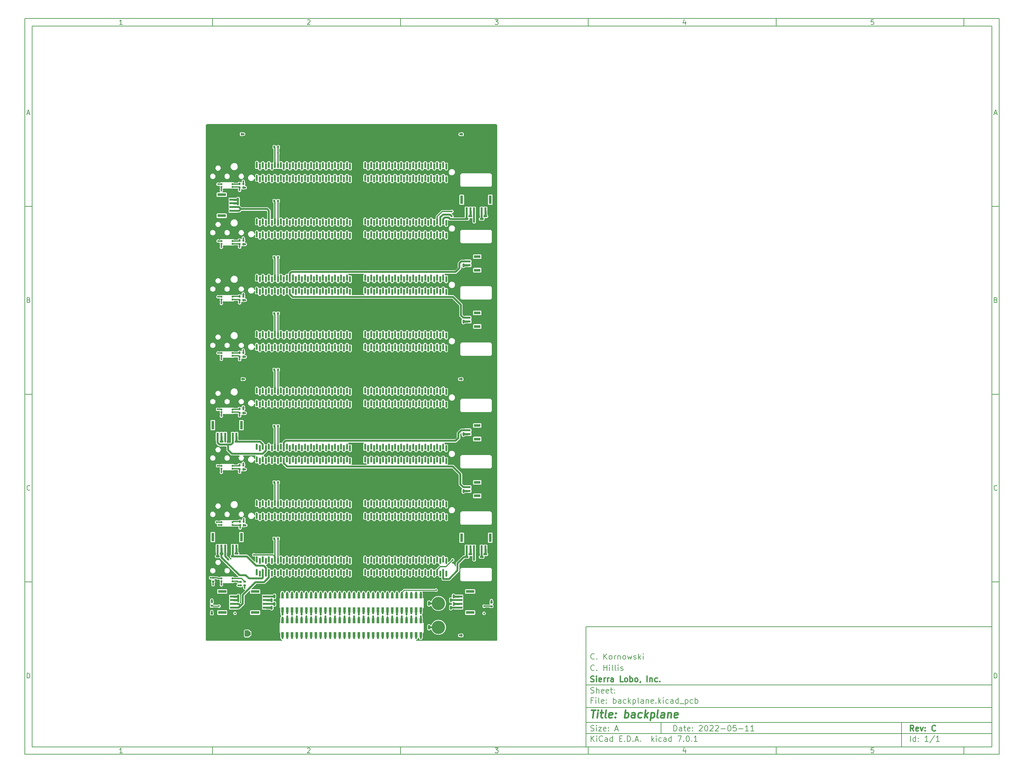
<source format=gtl>
G04 #@! TF.GenerationSoftware,KiCad,Pcbnew,7.0.1*
G04 #@! TF.CreationDate,2023-06-01T09:09:46-04:00*
G04 #@! TF.ProjectId,backplane,6261636b-706c-4616-9e65-2e6b69636164,C*
G04 #@! TF.SameCoordinates,Original*
G04 #@! TF.FileFunction,Copper,L1,Top*
G04 #@! TF.FilePolarity,Positive*
%FSLAX46Y46*%
G04 Gerber Fmt 4.6, Leading zero omitted, Abs format (unit mm)*
G04 Created by KiCad (PCBNEW 7.0.1) date 2023-06-01 09:09:46*
%MOMM*%
%LPD*%
G01*
G04 APERTURE LIST*
G04 Aperture macros list*
%AMRoundRect*
0 Rectangle with rounded corners*
0 $1 Rounding radius*
0 $2 $3 $4 $5 $6 $7 $8 $9 X,Y pos of 4 corners*
0 Add a 4 corners polygon primitive as box body*
4,1,4,$2,$3,$4,$5,$6,$7,$8,$9,$2,$3,0*
0 Add four circle primitives for the rounded corners*
1,1,$1+$1,$2,$3*
1,1,$1+$1,$4,$5*
1,1,$1+$1,$6,$7*
1,1,$1+$1,$8,$9*
0 Add four rect primitives between the rounded corners*
20,1,$1+$1,$2,$3,$4,$5,0*
20,1,$1+$1,$4,$5,$6,$7,0*
20,1,$1+$1,$6,$7,$8,$9,0*
20,1,$1+$1,$8,$9,$2,$3,0*%
G04 Aperture macros list end*
%ADD10C,0.100000*%
%ADD11C,0.150000*%
%ADD12C,0.300000*%
%ADD13C,0.400000*%
G04 #@! TA.AperFunction,SMDPad,CuDef*
%ADD14R,1.550000X0.600000*%
G04 #@! TD*
G04 #@! TA.AperFunction,SMDPad,CuDef*
%ADD15R,1.800000X0.800000*%
G04 #@! TD*
G04 #@! TA.AperFunction,SMDPad,CuDef*
%ADD16RoundRect,0.140000X0.140000X0.170000X-0.140000X0.170000X-0.140000X-0.170000X0.140000X-0.170000X0*%
G04 #@! TD*
G04 #@! TA.AperFunction,SMDPad,CuDef*
%ADD17RoundRect,0.140000X-0.170000X0.140000X-0.170000X-0.140000X0.170000X-0.140000X0.170000X0.140000X0*%
G04 #@! TD*
G04 #@! TA.AperFunction,SMDPad,CuDef*
%ADD18RoundRect,0.140000X-0.140000X-0.170000X0.140000X-0.170000X0.140000X0.170000X-0.140000X0.170000X0*%
G04 #@! TD*
G04 #@! TA.AperFunction,SMDPad,CuDef*
%ADD19R,0.500000X1.200000*%
G04 #@! TD*
G04 #@! TA.AperFunction,ComponentPad*
%ADD20C,5.334000*%
G04 #@! TD*
G04 #@! TA.AperFunction,SMDPad,CuDef*
%ADD21RoundRect,0.250000X0.312500X0.625000X-0.312500X0.625000X-0.312500X-0.625000X0.312500X-0.625000X0*%
G04 #@! TD*
G04 #@! TA.AperFunction,SMDPad,CuDef*
%ADD22R,0.740000X1.470000*%
G04 #@! TD*
G04 #@! TA.AperFunction,SMDPad,CuDef*
%ADD23RoundRect,0.135000X0.135000X0.185000X-0.135000X0.185000X-0.135000X-0.185000X0.135000X-0.185000X0*%
G04 #@! TD*
G04 #@! TA.AperFunction,SMDPad,CuDef*
%ADD24RoundRect,0.125000X0.125000X0.150000X-0.125000X0.150000X-0.125000X-0.150000X0.125000X-0.150000X0*%
G04 #@! TD*
G04 #@! TA.AperFunction,SMDPad,CuDef*
%ADD25R,2.025000X0.600000*%
G04 #@! TD*
G04 #@! TA.AperFunction,SMDPad,CuDef*
%ADD26R,2.275000X0.800000*%
G04 #@! TD*
G04 #@! TA.AperFunction,ComponentPad*
%ADD27C,3.556000*%
G04 #@! TD*
G04 #@! TA.AperFunction,SMDPad,CuDef*
%ADD28R,0.600000X2.025000*%
G04 #@! TD*
G04 #@! TA.AperFunction,SMDPad,CuDef*
%ADD29R,0.800000X2.275000*%
G04 #@! TD*
G04 #@! TA.AperFunction,SMDPad,CuDef*
%ADD30RoundRect,0.135000X0.185000X-0.135000X0.185000X0.135000X-0.185000X0.135000X-0.185000X-0.135000X0*%
G04 #@! TD*
G04 #@! TA.AperFunction,SMDPad,CuDef*
%ADD31RoundRect,0.135000X-0.135000X-0.185000X0.135000X-0.185000X0.135000X0.185000X-0.135000X0.185000X0*%
G04 #@! TD*
G04 #@! TA.AperFunction,ViaPad*
%ADD32C,0.500000*%
G04 #@! TD*
G04 #@! TA.AperFunction,Conductor*
%ADD33C,0.500000*%
G04 #@! TD*
G04 #@! TA.AperFunction,Conductor*
%ADD34C,0.300000*%
G04 #@! TD*
G04 #@! TA.AperFunction,Conductor*
%ADD35C,0.600000*%
G04 #@! TD*
G04 #@! TA.AperFunction,Conductor*
%ADD36C,0.250000*%
G04 #@! TD*
G04 APERTURE END LIST*
D10*
D11*
X159400000Y-171900000D02*
X267400000Y-171900000D01*
X267400000Y-203900000D01*
X159400000Y-203900000D01*
X159400000Y-171900000D01*
D10*
D11*
X10000000Y-10000000D02*
X269400000Y-10000000D01*
X269400000Y-205900000D01*
X10000000Y-205900000D01*
X10000000Y-10000000D01*
D10*
D11*
X12000000Y-12000000D02*
X267400000Y-12000000D01*
X267400000Y-203900000D01*
X12000000Y-203900000D01*
X12000000Y-12000000D01*
D10*
D11*
X60000000Y-12000000D02*
X60000000Y-10000000D01*
D10*
D11*
X110000000Y-12000000D02*
X110000000Y-10000000D01*
D10*
D11*
X160000000Y-12000000D02*
X160000000Y-10000000D01*
D10*
D11*
X210000000Y-12000000D02*
X210000000Y-10000000D01*
D10*
D11*
X260000000Y-12000000D02*
X260000000Y-10000000D01*
D10*
D11*
X35990476Y-11601404D02*
X35247619Y-11601404D01*
X35619047Y-11601404D02*
X35619047Y-10301404D01*
X35619047Y-10301404D02*
X35495238Y-10487119D01*
X35495238Y-10487119D02*
X35371428Y-10610928D01*
X35371428Y-10610928D02*
X35247619Y-10672833D01*
D10*
D11*
X85247619Y-10425214D02*
X85309523Y-10363309D01*
X85309523Y-10363309D02*
X85433333Y-10301404D01*
X85433333Y-10301404D02*
X85742857Y-10301404D01*
X85742857Y-10301404D02*
X85866666Y-10363309D01*
X85866666Y-10363309D02*
X85928571Y-10425214D01*
X85928571Y-10425214D02*
X85990476Y-10549023D01*
X85990476Y-10549023D02*
X85990476Y-10672833D01*
X85990476Y-10672833D02*
X85928571Y-10858547D01*
X85928571Y-10858547D02*
X85185714Y-11601404D01*
X85185714Y-11601404D02*
X85990476Y-11601404D01*
D10*
D11*
X135185714Y-10301404D02*
X135990476Y-10301404D01*
X135990476Y-10301404D02*
X135557142Y-10796642D01*
X135557142Y-10796642D02*
X135742857Y-10796642D01*
X135742857Y-10796642D02*
X135866666Y-10858547D01*
X135866666Y-10858547D02*
X135928571Y-10920452D01*
X135928571Y-10920452D02*
X135990476Y-11044261D01*
X135990476Y-11044261D02*
X135990476Y-11353785D01*
X135990476Y-11353785D02*
X135928571Y-11477595D01*
X135928571Y-11477595D02*
X135866666Y-11539500D01*
X135866666Y-11539500D02*
X135742857Y-11601404D01*
X135742857Y-11601404D02*
X135371428Y-11601404D01*
X135371428Y-11601404D02*
X135247619Y-11539500D01*
X135247619Y-11539500D02*
X135185714Y-11477595D01*
D10*
D11*
X185866666Y-10734738D02*
X185866666Y-11601404D01*
X185557142Y-10239500D02*
X185247619Y-11168071D01*
X185247619Y-11168071D02*
X186052380Y-11168071D01*
D10*
D11*
X235928571Y-10301404D02*
X235309523Y-10301404D01*
X235309523Y-10301404D02*
X235247619Y-10920452D01*
X235247619Y-10920452D02*
X235309523Y-10858547D01*
X235309523Y-10858547D02*
X235433333Y-10796642D01*
X235433333Y-10796642D02*
X235742857Y-10796642D01*
X235742857Y-10796642D02*
X235866666Y-10858547D01*
X235866666Y-10858547D02*
X235928571Y-10920452D01*
X235928571Y-10920452D02*
X235990476Y-11044261D01*
X235990476Y-11044261D02*
X235990476Y-11353785D01*
X235990476Y-11353785D02*
X235928571Y-11477595D01*
X235928571Y-11477595D02*
X235866666Y-11539500D01*
X235866666Y-11539500D02*
X235742857Y-11601404D01*
X235742857Y-11601404D02*
X235433333Y-11601404D01*
X235433333Y-11601404D02*
X235309523Y-11539500D01*
X235309523Y-11539500D02*
X235247619Y-11477595D01*
D10*
D11*
X60000000Y-203900000D02*
X60000000Y-205900000D01*
D10*
D11*
X110000000Y-203900000D02*
X110000000Y-205900000D01*
D10*
D11*
X160000000Y-203900000D02*
X160000000Y-205900000D01*
D10*
D11*
X210000000Y-203900000D02*
X210000000Y-205900000D01*
D10*
D11*
X260000000Y-203900000D02*
X260000000Y-205900000D01*
D10*
D11*
X35990476Y-205501404D02*
X35247619Y-205501404D01*
X35619047Y-205501404D02*
X35619047Y-204201404D01*
X35619047Y-204201404D02*
X35495238Y-204387119D01*
X35495238Y-204387119D02*
X35371428Y-204510928D01*
X35371428Y-204510928D02*
X35247619Y-204572833D01*
D10*
D11*
X85247619Y-204325214D02*
X85309523Y-204263309D01*
X85309523Y-204263309D02*
X85433333Y-204201404D01*
X85433333Y-204201404D02*
X85742857Y-204201404D01*
X85742857Y-204201404D02*
X85866666Y-204263309D01*
X85866666Y-204263309D02*
X85928571Y-204325214D01*
X85928571Y-204325214D02*
X85990476Y-204449023D01*
X85990476Y-204449023D02*
X85990476Y-204572833D01*
X85990476Y-204572833D02*
X85928571Y-204758547D01*
X85928571Y-204758547D02*
X85185714Y-205501404D01*
X85185714Y-205501404D02*
X85990476Y-205501404D01*
D10*
D11*
X135185714Y-204201404D02*
X135990476Y-204201404D01*
X135990476Y-204201404D02*
X135557142Y-204696642D01*
X135557142Y-204696642D02*
X135742857Y-204696642D01*
X135742857Y-204696642D02*
X135866666Y-204758547D01*
X135866666Y-204758547D02*
X135928571Y-204820452D01*
X135928571Y-204820452D02*
X135990476Y-204944261D01*
X135990476Y-204944261D02*
X135990476Y-205253785D01*
X135990476Y-205253785D02*
X135928571Y-205377595D01*
X135928571Y-205377595D02*
X135866666Y-205439500D01*
X135866666Y-205439500D02*
X135742857Y-205501404D01*
X135742857Y-205501404D02*
X135371428Y-205501404D01*
X135371428Y-205501404D02*
X135247619Y-205439500D01*
X135247619Y-205439500D02*
X135185714Y-205377595D01*
D10*
D11*
X185866666Y-204634738D02*
X185866666Y-205501404D01*
X185557142Y-204139500D02*
X185247619Y-205068071D01*
X185247619Y-205068071D02*
X186052380Y-205068071D01*
D10*
D11*
X235928571Y-204201404D02*
X235309523Y-204201404D01*
X235309523Y-204201404D02*
X235247619Y-204820452D01*
X235247619Y-204820452D02*
X235309523Y-204758547D01*
X235309523Y-204758547D02*
X235433333Y-204696642D01*
X235433333Y-204696642D02*
X235742857Y-204696642D01*
X235742857Y-204696642D02*
X235866666Y-204758547D01*
X235866666Y-204758547D02*
X235928571Y-204820452D01*
X235928571Y-204820452D02*
X235990476Y-204944261D01*
X235990476Y-204944261D02*
X235990476Y-205253785D01*
X235990476Y-205253785D02*
X235928571Y-205377595D01*
X235928571Y-205377595D02*
X235866666Y-205439500D01*
X235866666Y-205439500D02*
X235742857Y-205501404D01*
X235742857Y-205501404D02*
X235433333Y-205501404D01*
X235433333Y-205501404D02*
X235309523Y-205439500D01*
X235309523Y-205439500D02*
X235247619Y-205377595D01*
D10*
D11*
X10000000Y-60000000D02*
X12000000Y-60000000D01*
D10*
D11*
X10000000Y-110000000D02*
X12000000Y-110000000D01*
D10*
D11*
X10000000Y-160000000D02*
X12000000Y-160000000D01*
D10*
D11*
X10690476Y-35229976D02*
X11309523Y-35229976D01*
X10566666Y-35601404D02*
X10999999Y-34301404D01*
X10999999Y-34301404D02*
X11433333Y-35601404D01*
D10*
D11*
X11092857Y-84920452D02*
X11278571Y-84982357D01*
X11278571Y-84982357D02*
X11340476Y-85044261D01*
X11340476Y-85044261D02*
X11402380Y-85168071D01*
X11402380Y-85168071D02*
X11402380Y-85353785D01*
X11402380Y-85353785D02*
X11340476Y-85477595D01*
X11340476Y-85477595D02*
X11278571Y-85539500D01*
X11278571Y-85539500D02*
X11154761Y-85601404D01*
X11154761Y-85601404D02*
X10659523Y-85601404D01*
X10659523Y-85601404D02*
X10659523Y-84301404D01*
X10659523Y-84301404D02*
X11092857Y-84301404D01*
X11092857Y-84301404D02*
X11216666Y-84363309D01*
X11216666Y-84363309D02*
X11278571Y-84425214D01*
X11278571Y-84425214D02*
X11340476Y-84549023D01*
X11340476Y-84549023D02*
X11340476Y-84672833D01*
X11340476Y-84672833D02*
X11278571Y-84796642D01*
X11278571Y-84796642D02*
X11216666Y-84858547D01*
X11216666Y-84858547D02*
X11092857Y-84920452D01*
X11092857Y-84920452D02*
X10659523Y-84920452D01*
D10*
D11*
X11402380Y-135477595D02*
X11340476Y-135539500D01*
X11340476Y-135539500D02*
X11154761Y-135601404D01*
X11154761Y-135601404D02*
X11030952Y-135601404D01*
X11030952Y-135601404D02*
X10845238Y-135539500D01*
X10845238Y-135539500D02*
X10721428Y-135415690D01*
X10721428Y-135415690D02*
X10659523Y-135291880D01*
X10659523Y-135291880D02*
X10597619Y-135044261D01*
X10597619Y-135044261D02*
X10597619Y-134858547D01*
X10597619Y-134858547D02*
X10659523Y-134610928D01*
X10659523Y-134610928D02*
X10721428Y-134487119D01*
X10721428Y-134487119D02*
X10845238Y-134363309D01*
X10845238Y-134363309D02*
X11030952Y-134301404D01*
X11030952Y-134301404D02*
X11154761Y-134301404D01*
X11154761Y-134301404D02*
X11340476Y-134363309D01*
X11340476Y-134363309D02*
X11402380Y-134425214D01*
D10*
D11*
X10659523Y-185601404D02*
X10659523Y-184301404D01*
X10659523Y-184301404D02*
X10969047Y-184301404D01*
X10969047Y-184301404D02*
X11154761Y-184363309D01*
X11154761Y-184363309D02*
X11278571Y-184487119D01*
X11278571Y-184487119D02*
X11340476Y-184610928D01*
X11340476Y-184610928D02*
X11402380Y-184858547D01*
X11402380Y-184858547D02*
X11402380Y-185044261D01*
X11402380Y-185044261D02*
X11340476Y-185291880D01*
X11340476Y-185291880D02*
X11278571Y-185415690D01*
X11278571Y-185415690D02*
X11154761Y-185539500D01*
X11154761Y-185539500D02*
X10969047Y-185601404D01*
X10969047Y-185601404D02*
X10659523Y-185601404D01*
D10*
D11*
X269400000Y-60000000D02*
X267400000Y-60000000D01*
D10*
D11*
X269400000Y-110000000D02*
X267400000Y-110000000D01*
D10*
D11*
X269400000Y-160000000D02*
X267400000Y-160000000D01*
D10*
D11*
X268090476Y-35229976D02*
X268709523Y-35229976D01*
X267966666Y-35601404D02*
X268399999Y-34301404D01*
X268399999Y-34301404D02*
X268833333Y-35601404D01*
D10*
D11*
X268492857Y-84920452D02*
X268678571Y-84982357D01*
X268678571Y-84982357D02*
X268740476Y-85044261D01*
X268740476Y-85044261D02*
X268802380Y-85168071D01*
X268802380Y-85168071D02*
X268802380Y-85353785D01*
X268802380Y-85353785D02*
X268740476Y-85477595D01*
X268740476Y-85477595D02*
X268678571Y-85539500D01*
X268678571Y-85539500D02*
X268554761Y-85601404D01*
X268554761Y-85601404D02*
X268059523Y-85601404D01*
X268059523Y-85601404D02*
X268059523Y-84301404D01*
X268059523Y-84301404D02*
X268492857Y-84301404D01*
X268492857Y-84301404D02*
X268616666Y-84363309D01*
X268616666Y-84363309D02*
X268678571Y-84425214D01*
X268678571Y-84425214D02*
X268740476Y-84549023D01*
X268740476Y-84549023D02*
X268740476Y-84672833D01*
X268740476Y-84672833D02*
X268678571Y-84796642D01*
X268678571Y-84796642D02*
X268616666Y-84858547D01*
X268616666Y-84858547D02*
X268492857Y-84920452D01*
X268492857Y-84920452D02*
X268059523Y-84920452D01*
D10*
D11*
X268802380Y-135477595D02*
X268740476Y-135539500D01*
X268740476Y-135539500D02*
X268554761Y-135601404D01*
X268554761Y-135601404D02*
X268430952Y-135601404D01*
X268430952Y-135601404D02*
X268245238Y-135539500D01*
X268245238Y-135539500D02*
X268121428Y-135415690D01*
X268121428Y-135415690D02*
X268059523Y-135291880D01*
X268059523Y-135291880D02*
X267997619Y-135044261D01*
X267997619Y-135044261D02*
X267997619Y-134858547D01*
X267997619Y-134858547D02*
X268059523Y-134610928D01*
X268059523Y-134610928D02*
X268121428Y-134487119D01*
X268121428Y-134487119D02*
X268245238Y-134363309D01*
X268245238Y-134363309D02*
X268430952Y-134301404D01*
X268430952Y-134301404D02*
X268554761Y-134301404D01*
X268554761Y-134301404D02*
X268740476Y-134363309D01*
X268740476Y-134363309D02*
X268802380Y-134425214D01*
D10*
D11*
X268059523Y-185601404D02*
X268059523Y-184301404D01*
X268059523Y-184301404D02*
X268369047Y-184301404D01*
X268369047Y-184301404D02*
X268554761Y-184363309D01*
X268554761Y-184363309D02*
X268678571Y-184487119D01*
X268678571Y-184487119D02*
X268740476Y-184610928D01*
X268740476Y-184610928D02*
X268802380Y-184858547D01*
X268802380Y-184858547D02*
X268802380Y-185044261D01*
X268802380Y-185044261D02*
X268740476Y-185291880D01*
X268740476Y-185291880D02*
X268678571Y-185415690D01*
X268678571Y-185415690D02*
X268554761Y-185539500D01*
X268554761Y-185539500D02*
X268369047Y-185601404D01*
X268369047Y-185601404D02*
X268059523Y-185601404D01*
D10*
D11*
X182757142Y-199693928D02*
X182757142Y-198193928D01*
X182757142Y-198193928D02*
X183114285Y-198193928D01*
X183114285Y-198193928D02*
X183328571Y-198265357D01*
X183328571Y-198265357D02*
X183471428Y-198408214D01*
X183471428Y-198408214D02*
X183542857Y-198551071D01*
X183542857Y-198551071D02*
X183614285Y-198836785D01*
X183614285Y-198836785D02*
X183614285Y-199051071D01*
X183614285Y-199051071D02*
X183542857Y-199336785D01*
X183542857Y-199336785D02*
X183471428Y-199479642D01*
X183471428Y-199479642D02*
X183328571Y-199622500D01*
X183328571Y-199622500D02*
X183114285Y-199693928D01*
X183114285Y-199693928D02*
X182757142Y-199693928D01*
X184900000Y-199693928D02*
X184900000Y-198908214D01*
X184900000Y-198908214D02*
X184828571Y-198765357D01*
X184828571Y-198765357D02*
X184685714Y-198693928D01*
X184685714Y-198693928D02*
X184400000Y-198693928D01*
X184400000Y-198693928D02*
X184257142Y-198765357D01*
X184900000Y-199622500D02*
X184757142Y-199693928D01*
X184757142Y-199693928D02*
X184400000Y-199693928D01*
X184400000Y-199693928D02*
X184257142Y-199622500D01*
X184257142Y-199622500D02*
X184185714Y-199479642D01*
X184185714Y-199479642D02*
X184185714Y-199336785D01*
X184185714Y-199336785D02*
X184257142Y-199193928D01*
X184257142Y-199193928D02*
X184400000Y-199122500D01*
X184400000Y-199122500D02*
X184757142Y-199122500D01*
X184757142Y-199122500D02*
X184900000Y-199051071D01*
X185400000Y-198693928D02*
X185971428Y-198693928D01*
X185614285Y-198193928D02*
X185614285Y-199479642D01*
X185614285Y-199479642D02*
X185685714Y-199622500D01*
X185685714Y-199622500D02*
X185828571Y-199693928D01*
X185828571Y-199693928D02*
X185971428Y-199693928D01*
X187042857Y-199622500D02*
X186900000Y-199693928D01*
X186900000Y-199693928D02*
X186614286Y-199693928D01*
X186614286Y-199693928D02*
X186471428Y-199622500D01*
X186471428Y-199622500D02*
X186400000Y-199479642D01*
X186400000Y-199479642D02*
X186400000Y-198908214D01*
X186400000Y-198908214D02*
X186471428Y-198765357D01*
X186471428Y-198765357D02*
X186614286Y-198693928D01*
X186614286Y-198693928D02*
X186900000Y-198693928D01*
X186900000Y-198693928D02*
X187042857Y-198765357D01*
X187042857Y-198765357D02*
X187114286Y-198908214D01*
X187114286Y-198908214D02*
X187114286Y-199051071D01*
X187114286Y-199051071D02*
X186400000Y-199193928D01*
X187757142Y-199551071D02*
X187828571Y-199622500D01*
X187828571Y-199622500D02*
X187757142Y-199693928D01*
X187757142Y-199693928D02*
X187685714Y-199622500D01*
X187685714Y-199622500D02*
X187757142Y-199551071D01*
X187757142Y-199551071D02*
X187757142Y-199693928D01*
X187757142Y-198765357D02*
X187828571Y-198836785D01*
X187828571Y-198836785D02*
X187757142Y-198908214D01*
X187757142Y-198908214D02*
X187685714Y-198836785D01*
X187685714Y-198836785D02*
X187757142Y-198765357D01*
X187757142Y-198765357D02*
X187757142Y-198908214D01*
X189542857Y-198336785D02*
X189614285Y-198265357D01*
X189614285Y-198265357D02*
X189757143Y-198193928D01*
X189757143Y-198193928D02*
X190114285Y-198193928D01*
X190114285Y-198193928D02*
X190257143Y-198265357D01*
X190257143Y-198265357D02*
X190328571Y-198336785D01*
X190328571Y-198336785D02*
X190400000Y-198479642D01*
X190400000Y-198479642D02*
X190400000Y-198622500D01*
X190400000Y-198622500D02*
X190328571Y-198836785D01*
X190328571Y-198836785D02*
X189471428Y-199693928D01*
X189471428Y-199693928D02*
X190400000Y-199693928D01*
X191328571Y-198193928D02*
X191471428Y-198193928D01*
X191471428Y-198193928D02*
X191614285Y-198265357D01*
X191614285Y-198265357D02*
X191685714Y-198336785D01*
X191685714Y-198336785D02*
X191757142Y-198479642D01*
X191757142Y-198479642D02*
X191828571Y-198765357D01*
X191828571Y-198765357D02*
X191828571Y-199122500D01*
X191828571Y-199122500D02*
X191757142Y-199408214D01*
X191757142Y-199408214D02*
X191685714Y-199551071D01*
X191685714Y-199551071D02*
X191614285Y-199622500D01*
X191614285Y-199622500D02*
X191471428Y-199693928D01*
X191471428Y-199693928D02*
X191328571Y-199693928D01*
X191328571Y-199693928D02*
X191185714Y-199622500D01*
X191185714Y-199622500D02*
X191114285Y-199551071D01*
X191114285Y-199551071D02*
X191042856Y-199408214D01*
X191042856Y-199408214D02*
X190971428Y-199122500D01*
X190971428Y-199122500D02*
X190971428Y-198765357D01*
X190971428Y-198765357D02*
X191042856Y-198479642D01*
X191042856Y-198479642D02*
X191114285Y-198336785D01*
X191114285Y-198336785D02*
X191185714Y-198265357D01*
X191185714Y-198265357D02*
X191328571Y-198193928D01*
X192399999Y-198336785D02*
X192471427Y-198265357D01*
X192471427Y-198265357D02*
X192614285Y-198193928D01*
X192614285Y-198193928D02*
X192971427Y-198193928D01*
X192971427Y-198193928D02*
X193114285Y-198265357D01*
X193114285Y-198265357D02*
X193185713Y-198336785D01*
X193185713Y-198336785D02*
X193257142Y-198479642D01*
X193257142Y-198479642D02*
X193257142Y-198622500D01*
X193257142Y-198622500D02*
X193185713Y-198836785D01*
X193185713Y-198836785D02*
X192328570Y-199693928D01*
X192328570Y-199693928D02*
X193257142Y-199693928D01*
X193828570Y-198336785D02*
X193899998Y-198265357D01*
X193899998Y-198265357D02*
X194042856Y-198193928D01*
X194042856Y-198193928D02*
X194399998Y-198193928D01*
X194399998Y-198193928D02*
X194542856Y-198265357D01*
X194542856Y-198265357D02*
X194614284Y-198336785D01*
X194614284Y-198336785D02*
X194685713Y-198479642D01*
X194685713Y-198479642D02*
X194685713Y-198622500D01*
X194685713Y-198622500D02*
X194614284Y-198836785D01*
X194614284Y-198836785D02*
X193757141Y-199693928D01*
X193757141Y-199693928D02*
X194685713Y-199693928D01*
X195328569Y-199122500D02*
X196471427Y-199122500D01*
X197471427Y-198193928D02*
X197614284Y-198193928D01*
X197614284Y-198193928D02*
X197757141Y-198265357D01*
X197757141Y-198265357D02*
X197828570Y-198336785D01*
X197828570Y-198336785D02*
X197899998Y-198479642D01*
X197899998Y-198479642D02*
X197971427Y-198765357D01*
X197971427Y-198765357D02*
X197971427Y-199122500D01*
X197971427Y-199122500D02*
X197899998Y-199408214D01*
X197899998Y-199408214D02*
X197828570Y-199551071D01*
X197828570Y-199551071D02*
X197757141Y-199622500D01*
X197757141Y-199622500D02*
X197614284Y-199693928D01*
X197614284Y-199693928D02*
X197471427Y-199693928D01*
X197471427Y-199693928D02*
X197328570Y-199622500D01*
X197328570Y-199622500D02*
X197257141Y-199551071D01*
X197257141Y-199551071D02*
X197185712Y-199408214D01*
X197185712Y-199408214D02*
X197114284Y-199122500D01*
X197114284Y-199122500D02*
X197114284Y-198765357D01*
X197114284Y-198765357D02*
X197185712Y-198479642D01*
X197185712Y-198479642D02*
X197257141Y-198336785D01*
X197257141Y-198336785D02*
X197328570Y-198265357D01*
X197328570Y-198265357D02*
X197471427Y-198193928D01*
X199328569Y-198193928D02*
X198614283Y-198193928D01*
X198614283Y-198193928D02*
X198542855Y-198908214D01*
X198542855Y-198908214D02*
X198614283Y-198836785D01*
X198614283Y-198836785D02*
X198757141Y-198765357D01*
X198757141Y-198765357D02*
X199114283Y-198765357D01*
X199114283Y-198765357D02*
X199257141Y-198836785D01*
X199257141Y-198836785D02*
X199328569Y-198908214D01*
X199328569Y-198908214D02*
X199399998Y-199051071D01*
X199399998Y-199051071D02*
X199399998Y-199408214D01*
X199399998Y-199408214D02*
X199328569Y-199551071D01*
X199328569Y-199551071D02*
X199257141Y-199622500D01*
X199257141Y-199622500D02*
X199114283Y-199693928D01*
X199114283Y-199693928D02*
X198757141Y-199693928D01*
X198757141Y-199693928D02*
X198614283Y-199622500D01*
X198614283Y-199622500D02*
X198542855Y-199551071D01*
X200042854Y-199122500D02*
X201185712Y-199122500D01*
X202685712Y-199693928D02*
X201828569Y-199693928D01*
X202257140Y-199693928D02*
X202257140Y-198193928D01*
X202257140Y-198193928D02*
X202114283Y-198408214D01*
X202114283Y-198408214D02*
X201971426Y-198551071D01*
X201971426Y-198551071D02*
X201828569Y-198622500D01*
X204114283Y-199693928D02*
X203257140Y-199693928D01*
X203685711Y-199693928D02*
X203685711Y-198193928D01*
X203685711Y-198193928D02*
X203542854Y-198408214D01*
X203542854Y-198408214D02*
X203399997Y-198551071D01*
X203399997Y-198551071D02*
X203257140Y-198622500D01*
D10*
D11*
X159400000Y-200400000D02*
X267400000Y-200400000D01*
D10*
D11*
X160757142Y-202493928D02*
X160757142Y-200993928D01*
X161614285Y-202493928D02*
X160971428Y-201636785D01*
X161614285Y-200993928D02*
X160757142Y-201851071D01*
X162257142Y-202493928D02*
X162257142Y-201493928D01*
X162257142Y-200993928D02*
X162185714Y-201065357D01*
X162185714Y-201065357D02*
X162257142Y-201136785D01*
X162257142Y-201136785D02*
X162328571Y-201065357D01*
X162328571Y-201065357D02*
X162257142Y-200993928D01*
X162257142Y-200993928D02*
X162257142Y-201136785D01*
X163828571Y-202351071D02*
X163757143Y-202422500D01*
X163757143Y-202422500D02*
X163542857Y-202493928D01*
X163542857Y-202493928D02*
X163400000Y-202493928D01*
X163400000Y-202493928D02*
X163185714Y-202422500D01*
X163185714Y-202422500D02*
X163042857Y-202279642D01*
X163042857Y-202279642D02*
X162971428Y-202136785D01*
X162971428Y-202136785D02*
X162900000Y-201851071D01*
X162900000Y-201851071D02*
X162900000Y-201636785D01*
X162900000Y-201636785D02*
X162971428Y-201351071D01*
X162971428Y-201351071D02*
X163042857Y-201208214D01*
X163042857Y-201208214D02*
X163185714Y-201065357D01*
X163185714Y-201065357D02*
X163400000Y-200993928D01*
X163400000Y-200993928D02*
X163542857Y-200993928D01*
X163542857Y-200993928D02*
X163757143Y-201065357D01*
X163757143Y-201065357D02*
X163828571Y-201136785D01*
X165114286Y-202493928D02*
X165114286Y-201708214D01*
X165114286Y-201708214D02*
X165042857Y-201565357D01*
X165042857Y-201565357D02*
X164900000Y-201493928D01*
X164900000Y-201493928D02*
X164614286Y-201493928D01*
X164614286Y-201493928D02*
X164471428Y-201565357D01*
X165114286Y-202422500D02*
X164971428Y-202493928D01*
X164971428Y-202493928D02*
X164614286Y-202493928D01*
X164614286Y-202493928D02*
X164471428Y-202422500D01*
X164471428Y-202422500D02*
X164400000Y-202279642D01*
X164400000Y-202279642D02*
X164400000Y-202136785D01*
X164400000Y-202136785D02*
X164471428Y-201993928D01*
X164471428Y-201993928D02*
X164614286Y-201922500D01*
X164614286Y-201922500D02*
X164971428Y-201922500D01*
X164971428Y-201922500D02*
X165114286Y-201851071D01*
X166471429Y-202493928D02*
X166471429Y-200993928D01*
X166471429Y-202422500D02*
X166328571Y-202493928D01*
X166328571Y-202493928D02*
X166042857Y-202493928D01*
X166042857Y-202493928D02*
X165900000Y-202422500D01*
X165900000Y-202422500D02*
X165828571Y-202351071D01*
X165828571Y-202351071D02*
X165757143Y-202208214D01*
X165757143Y-202208214D02*
X165757143Y-201779642D01*
X165757143Y-201779642D02*
X165828571Y-201636785D01*
X165828571Y-201636785D02*
X165900000Y-201565357D01*
X165900000Y-201565357D02*
X166042857Y-201493928D01*
X166042857Y-201493928D02*
X166328571Y-201493928D01*
X166328571Y-201493928D02*
X166471429Y-201565357D01*
X168328571Y-201708214D02*
X168828571Y-201708214D01*
X169042857Y-202493928D02*
X168328571Y-202493928D01*
X168328571Y-202493928D02*
X168328571Y-200993928D01*
X168328571Y-200993928D02*
X169042857Y-200993928D01*
X169685714Y-202351071D02*
X169757143Y-202422500D01*
X169757143Y-202422500D02*
X169685714Y-202493928D01*
X169685714Y-202493928D02*
X169614286Y-202422500D01*
X169614286Y-202422500D02*
X169685714Y-202351071D01*
X169685714Y-202351071D02*
X169685714Y-202493928D01*
X170400000Y-202493928D02*
X170400000Y-200993928D01*
X170400000Y-200993928D02*
X170757143Y-200993928D01*
X170757143Y-200993928D02*
X170971429Y-201065357D01*
X170971429Y-201065357D02*
X171114286Y-201208214D01*
X171114286Y-201208214D02*
X171185715Y-201351071D01*
X171185715Y-201351071D02*
X171257143Y-201636785D01*
X171257143Y-201636785D02*
X171257143Y-201851071D01*
X171257143Y-201851071D02*
X171185715Y-202136785D01*
X171185715Y-202136785D02*
X171114286Y-202279642D01*
X171114286Y-202279642D02*
X170971429Y-202422500D01*
X170971429Y-202422500D02*
X170757143Y-202493928D01*
X170757143Y-202493928D02*
X170400000Y-202493928D01*
X171900000Y-202351071D02*
X171971429Y-202422500D01*
X171971429Y-202422500D02*
X171900000Y-202493928D01*
X171900000Y-202493928D02*
X171828572Y-202422500D01*
X171828572Y-202422500D02*
X171900000Y-202351071D01*
X171900000Y-202351071D02*
X171900000Y-202493928D01*
X172542858Y-202065357D02*
X173257144Y-202065357D01*
X172400001Y-202493928D02*
X172900001Y-200993928D01*
X172900001Y-200993928D02*
X173400001Y-202493928D01*
X173900000Y-202351071D02*
X173971429Y-202422500D01*
X173971429Y-202422500D02*
X173900000Y-202493928D01*
X173900000Y-202493928D02*
X173828572Y-202422500D01*
X173828572Y-202422500D02*
X173900000Y-202351071D01*
X173900000Y-202351071D02*
X173900000Y-202493928D01*
X176900000Y-202493928D02*
X176900000Y-200993928D01*
X177042858Y-201922500D02*
X177471429Y-202493928D01*
X177471429Y-201493928D02*
X176900000Y-202065357D01*
X178114286Y-202493928D02*
X178114286Y-201493928D01*
X178114286Y-200993928D02*
X178042858Y-201065357D01*
X178042858Y-201065357D02*
X178114286Y-201136785D01*
X178114286Y-201136785D02*
X178185715Y-201065357D01*
X178185715Y-201065357D02*
X178114286Y-200993928D01*
X178114286Y-200993928D02*
X178114286Y-201136785D01*
X179471430Y-202422500D02*
X179328572Y-202493928D01*
X179328572Y-202493928D02*
X179042858Y-202493928D01*
X179042858Y-202493928D02*
X178900001Y-202422500D01*
X178900001Y-202422500D02*
X178828572Y-202351071D01*
X178828572Y-202351071D02*
X178757144Y-202208214D01*
X178757144Y-202208214D02*
X178757144Y-201779642D01*
X178757144Y-201779642D02*
X178828572Y-201636785D01*
X178828572Y-201636785D02*
X178900001Y-201565357D01*
X178900001Y-201565357D02*
X179042858Y-201493928D01*
X179042858Y-201493928D02*
X179328572Y-201493928D01*
X179328572Y-201493928D02*
X179471430Y-201565357D01*
X180757144Y-202493928D02*
X180757144Y-201708214D01*
X180757144Y-201708214D02*
X180685715Y-201565357D01*
X180685715Y-201565357D02*
X180542858Y-201493928D01*
X180542858Y-201493928D02*
X180257144Y-201493928D01*
X180257144Y-201493928D02*
X180114286Y-201565357D01*
X180757144Y-202422500D02*
X180614286Y-202493928D01*
X180614286Y-202493928D02*
X180257144Y-202493928D01*
X180257144Y-202493928D02*
X180114286Y-202422500D01*
X180114286Y-202422500D02*
X180042858Y-202279642D01*
X180042858Y-202279642D02*
X180042858Y-202136785D01*
X180042858Y-202136785D02*
X180114286Y-201993928D01*
X180114286Y-201993928D02*
X180257144Y-201922500D01*
X180257144Y-201922500D02*
X180614286Y-201922500D01*
X180614286Y-201922500D02*
X180757144Y-201851071D01*
X182114287Y-202493928D02*
X182114287Y-200993928D01*
X182114287Y-202422500D02*
X181971429Y-202493928D01*
X181971429Y-202493928D02*
X181685715Y-202493928D01*
X181685715Y-202493928D02*
X181542858Y-202422500D01*
X181542858Y-202422500D02*
X181471429Y-202351071D01*
X181471429Y-202351071D02*
X181400001Y-202208214D01*
X181400001Y-202208214D02*
X181400001Y-201779642D01*
X181400001Y-201779642D02*
X181471429Y-201636785D01*
X181471429Y-201636785D02*
X181542858Y-201565357D01*
X181542858Y-201565357D02*
X181685715Y-201493928D01*
X181685715Y-201493928D02*
X181971429Y-201493928D01*
X181971429Y-201493928D02*
X182114287Y-201565357D01*
X183828572Y-200993928D02*
X184828572Y-200993928D01*
X184828572Y-200993928D02*
X184185715Y-202493928D01*
X185400000Y-202351071D02*
X185471429Y-202422500D01*
X185471429Y-202422500D02*
X185400000Y-202493928D01*
X185400000Y-202493928D02*
X185328572Y-202422500D01*
X185328572Y-202422500D02*
X185400000Y-202351071D01*
X185400000Y-202351071D02*
X185400000Y-202493928D01*
X186400001Y-200993928D02*
X186542858Y-200993928D01*
X186542858Y-200993928D02*
X186685715Y-201065357D01*
X186685715Y-201065357D02*
X186757144Y-201136785D01*
X186757144Y-201136785D02*
X186828572Y-201279642D01*
X186828572Y-201279642D02*
X186900001Y-201565357D01*
X186900001Y-201565357D02*
X186900001Y-201922500D01*
X186900001Y-201922500D02*
X186828572Y-202208214D01*
X186828572Y-202208214D02*
X186757144Y-202351071D01*
X186757144Y-202351071D02*
X186685715Y-202422500D01*
X186685715Y-202422500D02*
X186542858Y-202493928D01*
X186542858Y-202493928D02*
X186400001Y-202493928D01*
X186400001Y-202493928D02*
X186257144Y-202422500D01*
X186257144Y-202422500D02*
X186185715Y-202351071D01*
X186185715Y-202351071D02*
X186114286Y-202208214D01*
X186114286Y-202208214D02*
X186042858Y-201922500D01*
X186042858Y-201922500D02*
X186042858Y-201565357D01*
X186042858Y-201565357D02*
X186114286Y-201279642D01*
X186114286Y-201279642D02*
X186185715Y-201136785D01*
X186185715Y-201136785D02*
X186257144Y-201065357D01*
X186257144Y-201065357D02*
X186400001Y-200993928D01*
X187542857Y-202351071D02*
X187614286Y-202422500D01*
X187614286Y-202422500D02*
X187542857Y-202493928D01*
X187542857Y-202493928D02*
X187471429Y-202422500D01*
X187471429Y-202422500D02*
X187542857Y-202351071D01*
X187542857Y-202351071D02*
X187542857Y-202493928D01*
X189042858Y-202493928D02*
X188185715Y-202493928D01*
X188614286Y-202493928D02*
X188614286Y-200993928D01*
X188614286Y-200993928D02*
X188471429Y-201208214D01*
X188471429Y-201208214D02*
X188328572Y-201351071D01*
X188328572Y-201351071D02*
X188185715Y-201422500D01*
D10*
D11*
X159400000Y-197400000D02*
X267400000Y-197400000D01*
D10*
D12*
X246614285Y-199693928D02*
X246114285Y-198979642D01*
X245757142Y-199693928D02*
X245757142Y-198193928D01*
X245757142Y-198193928D02*
X246328571Y-198193928D01*
X246328571Y-198193928D02*
X246471428Y-198265357D01*
X246471428Y-198265357D02*
X246542857Y-198336785D01*
X246542857Y-198336785D02*
X246614285Y-198479642D01*
X246614285Y-198479642D02*
X246614285Y-198693928D01*
X246614285Y-198693928D02*
X246542857Y-198836785D01*
X246542857Y-198836785D02*
X246471428Y-198908214D01*
X246471428Y-198908214D02*
X246328571Y-198979642D01*
X246328571Y-198979642D02*
X245757142Y-198979642D01*
X247828571Y-199622500D02*
X247685714Y-199693928D01*
X247685714Y-199693928D02*
X247400000Y-199693928D01*
X247400000Y-199693928D02*
X247257142Y-199622500D01*
X247257142Y-199622500D02*
X247185714Y-199479642D01*
X247185714Y-199479642D02*
X247185714Y-198908214D01*
X247185714Y-198908214D02*
X247257142Y-198765357D01*
X247257142Y-198765357D02*
X247400000Y-198693928D01*
X247400000Y-198693928D02*
X247685714Y-198693928D01*
X247685714Y-198693928D02*
X247828571Y-198765357D01*
X247828571Y-198765357D02*
X247900000Y-198908214D01*
X247900000Y-198908214D02*
X247900000Y-199051071D01*
X247900000Y-199051071D02*
X247185714Y-199193928D01*
X248399999Y-198693928D02*
X248757142Y-199693928D01*
X248757142Y-199693928D02*
X249114285Y-198693928D01*
X249685713Y-199551071D02*
X249757142Y-199622500D01*
X249757142Y-199622500D02*
X249685713Y-199693928D01*
X249685713Y-199693928D02*
X249614285Y-199622500D01*
X249614285Y-199622500D02*
X249685713Y-199551071D01*
X249685713Y-199551071D02*
X249685713Y-199693928D01*
X249685713Y-198765357D02*
X249757142Y-198836785D01*
X249757142Y-198836785D02*
X249685713Y-198908214D01*
X249685713Y-198908214D02*
X249614285Y-198836785D01*
X249614285Y-198836785D02*
X249685713Y-198765357D01*
X249685713Y-198765357D02*
X249685713Y-198908214D01*
X252399999Y-199551071D02*
X252328571Y-199622500D01*
X252328571Y-199622500D02*
X252114285Y-199693928D01*
X252114285Y-199693928D02*
X251971428Y-199693928D01*
X251971428Y-199693928D02*
X251757142Y-199622500D01*
X251757142Y-199622500D02*
X251614285Y-199479642D01*
X251614285Y-199479642D02*
X251542856Y-199336785D01*
X251542856Y-199336785D02*
X251471428Y-199051071D01*
X251471428Y-199051071D02*
X251471428Y-198836785D01*
X251471428Y-198836785D02*
X251542856Y-198551071D01*
X251542856Y-198551071D02*
X251614285Y-198408214D01*
X251614285Y-198408214D02*
X251757142Y-198265357D01*
X251757142Y-198265357D02*
X251971428Y-198193928D01*
X251971428Y-198193928D02*
X252114285Y-198193928D01*
X252114285Y-198193928D02*
X252328571Y-198265357D01*
X252328571Y-198265357D02*
X252399999Y-198336785D01*
D10*
D11*
X160685714Y-199622500D02*
X160900000Y-199693928D01*
X160900000Y-199693928D02*
X161257142Y-199693928D01*
X161257142Y-199693928D02*
X161400000Y-199622500D01*
X161400000Y-199622500D02*
X161471428Y-199551071D01*
X161471428Y-199551071D02*
X161542857Y-199408214D01*
X161542857Y-199408214D02*
X161542857Y-199265357D01*
X161542857Y-199265357D02*
X161471428Y-199122500D01*
X161471428Y-199122500D02*
X161400000Y-199051071D01*
X161400000Y-199051071D02*
X161257142Y-198979642D01*
X161257142Y-198979642D02*
X160971428Y-198908214D01*
X160971428Y-198908214D02*
X160828571Y-198836785D01*
X160828571Y-198836785D02*
X160757142Y-198765357D01*
X160757142Y-198765357D02*
X160685714Y-198622500D01*
X160685714Y-198622500D02*
X160685714Y-198479642D01*
X160685714Y-198479642D02*
X160757142Y-198336785D01*
X160757142Y-198336785D02*
X160828571Y-198265357D01*
X160828571Y-198265357D02*
X160971428Y-198193928D01*
X160971428Y-198193928D02*
X161328571Y-198193928D01*
X161328571Y-198193928D02*
X161542857Y-198265357D01*
X162185713Y-199693928D02*
X162185713Y-198693928D01*
X162185713Y-198193928D02*
X162114285Y-198265357D01*
X162114285Y-198265357D02*
X162185713Y-198336785D01*
X162185713Y-198336785D02*
X162257142Y-198265357D01*
X162257142Y-198265357D02*
X162185713Y-198193928D01*
X162185713Y-198193928D02*
X162185713Y-198336785D01*
X162757142Y-198693928D02*
X163542857Y-198693928D01*
X163542857Y-198693928D02*
X162757142Y-199693928D01*
X162757142Y-199693928D02*
X163542857Y-199693928D01*
X164685714Y-199622500D02*
X164542857Y-199693928D01*
X164542857Y-199693928D02*
X164257143Y-199693928D01*
X164257143Y-199693928D02*
X164114285Y-199622500D01*
X164114285Y-199622500D02*
X164042857Y-199479642D01*
X164042857Y-199479642D02*
X164042857Y-198908214D01*
X164042857Y-198908214D02*
X164114285Y-198765357D01*
X164114285Y-198765357D02*
X164257143Y-198693928D01*
X164257143Y-198693928D02*
X164542857Y-198693928D01*
X164542857Y-198693928D02*
X164685714Y-198765357D01*
X164685714Y-198765357D02*
X164757143Y-198908214D01*
X164757143Y-198908214D02*
X164757143Y-199051071D01*
X164757143Y-199051071D02*
X164042857Y-199193928D01*
X165399999Y-199551071D02*
X165471428Y-199622500D01*
X165471428Y-199622500D02*
X165399999Y-199693928D01*
X165399999Y-199693928D02*
X165328571Y-199622500D01*
X165328571Y-199622500D02*
X165399999Y-199551071D01*
X165399999Y-199551071D02*
X165399999Y-199693928D01*
X165399999Y-198765357D02*
X165471428Y-198836785D01*
X165471428Y-198836785D02*
X165399999Y-198908214D01*
X165399999Y-198908214D02*
X165328571Y-198836785D01*
X165328571Y-198836785D02*
X165399999Y-198765357D01*
X165399999Y-198765357D02*
X165399999Y-198908214D01*
X167185714Y-199265357D02*
X167900000Y-199265357D01*
X167042857Y-199693928D02*
X167542857Y-198193928D01*
X167542857Y-198193928D02*
X168042857Y-199693928D01*
D10*
D11*
X245757142Y-202493928D02*
X245757142Y-200993928D01*
X247114286Y-202493928D02*
X247114286Y-200993928D01*
X247114286Y-202422500D02*
X246971428Y-202493928D01*
X246971428Y-202493928D02*
X246685714Y-202493928D01*
X246685714Y-202493928D02*
X246542857Y-202422500D01*
X246542857Y-202422500D02*
X246471428Y-202351071D01*
X246471428Y-202351071D02*
X246400000Y-202208214D01*
X246400000Y-202208214D02*
X246400000Y-201779642D01*
X246400000Y-201779642D02*
X246471428Y-201636785D01*
X246471428Y-201636785D02*
X246542857Y-201565357D01*
X246542857Y-201565357D02*
X246685714Y-201493928D01*
X246685714Y-201493928D02*
X246971428Y-201493928D01*
X246971428Y-201493928D02*
X247114286Y-201565357D01*
X247828571Y-202351071D02*
X247900000Y-202422500D01*
X247900000Y-202422500D02*
X247828571Y-202493928D01*
X247828571Y-202493928D02*
X247757143Y-202422500D01*
X247757143Y-202422500D02*
X247828571Y-202351071D01*
X247828571Y-202351071D02*
X247828571Y-202493928D01*
X247828571Y-201565357D02*
X247900000Y-201636785D01*
X247900000Y-201636785D02*
X247828571Y-201708214D01*
X247828571Y-201708214D02*
X247757143Y-201636785D01*
X247757143Y-201636785D02*
X247828571Y-201565357D01*
X247828571Y-201565357D02*
X247828571Y-201708214D01*
X250471429Y-202493928D02*
X249614286Y-202493928D01*
X250042857Y-202493928D02*
X250042857Y-200993928D01*
X250042857Y-200993928D02*
X249900000Y-201208214D01*
X249900000Y-201208214D02*
X249757143Y-201351071D01*
X249757143Y-201351071D02*
X249614286Y-201422500D01*
X252185714Y-200922500D02*
X250900000Y-202851071D01*
X253471429Y-202493928D02*
X252614286Y-202493928D01*
X253042857Y-202493928D02*
X253042857Y-200993928D01*
X253042857Y-200993928D02*
X252900000Y-201208214D01*
X252900000Y-201208214D02*
X252757143Y-201351071D01*
X252757143Y-201351071D02*
X252614286Y-201422500D01*
D10*
D11*
X159400000Y-193400000D02*
X267400000Y-193400000D01*
D10*
D13*
X160828571Y-194125238D02*
X161971428Y-194125238D01*
X161150000Y-196125238D02*
X161400000Y-194125238D01*
X162376190Y-196125238D02*
X162542857Y-194791904D01*
X162626190Y-194125238D02*
X162519047Y-194220476D01*
X162519047Y-194220476D02*
X162602381Y-194315714D01*
X162602381Y-194315714D02*
X162709524Y-194220476D01*
X162709524Y-194220476D02*
X162626190Y-194125238D01*
X162626190Y-194125238D02*
X162602381Y-194315714D01*
X163197619Y-194791904D02*
X163959523Y-194791904D01*
X163566666Y-194125238D02*
X163352381Y-195839523D01*
X163352381Y-195839523D02*
X163423809Y-196030000D01*
X163423809Y-196030000D02*
X163602381Y-196125238D01*
X163602381Y-196125238D02*
X163792857Y-196125238D01*
X164733333Y-196125238D02*
X164554761Y-196030000D01*
X164554761Y-196030000D02*
X164483333Y-195839523D01*
X164483333Y-195839523D02*
X164697618Y-194125238D01*
X166257142Y-196030000D02*
X166054761Y-196125238D01*
X166054761Y-196125238D02*
X165673808Y-196125238D01*
X165673808Y-196125238D02*
X165495237Y-196030000D01*
X165495237Y-196030000D02*
X165423808Y-195839523D01*
X165423808Y-195839523D02*
X165519047Y-195077619D01*
X165519047Y-195077619D02*
X165638094Y-194887142D01*
X165638094Y-194887142D02*
X165840475Y-194791904D01*
X165840475Y-194791904D02*
X166221427Y-194791904D01*
X166221427Y-194791904D02*
X166399999Y-194887142D01*
X166399999Y-194887142D02*
X166471427Y-195077619D01*
X166471427Y-195077619D02*
X166447618Y-195268095D01*
X166447618Y-195268095D02*
X165471427Y-195458571D01*
X167209523Y-195934761D02*
X167292856Y-196030000D01*
X167292856Y-196030000D02*
X167185713Y-196125238D01*
X167185713Y-196125238D02*
X167102380Y-196030000D01*
X167102380Y-196030000D02*
X167209523Y-195934761D01*
X167209523Y-195934761D02*
X167185713Y-196125238D01*
X167340475Y-194887142D02*
X167423808Y-194982380D01*
X167423808Y-194982380D02*
X167316666Y-195077619D01*
X167316666Y-195077619D02*
X167233332Y-194982380D01*
X167233332Y-194982380D02*
X167340475Y-194887142D01*
X167340475Y-194887142D02*
X167316666Y-195077619D01*
X169649999Y-196125238D02*
X169899999Y-194125238D01*
X169804761Y-194887142D02*
X170007142Y-194791904D01*
X170007142Y-194791904D02*
X170388094Y-194791904D01*
X170388094Y-194791904D02*
X170566666Y-194887142D01*
X170566666Y-194887142D02*
X170649999Y-194982380D01*
X170649999Y-194982380D02*
X170721428Y-195172857D01*
X170721428Y-195172857D02*
X170649999Y-195744285D01*
X170649999Y-195744285D02*
X170530952Y-195934761D01*
X170530952Y-195934761D02*
X170423809Y-196030000D01*
X170423809Y-196030000D02*
X170221428Y-196125238D01*
X170221428Y-196125238D02*
X169840475Y-196125238D01*
X169840475Y-196125238D02*
X169661904Y-196030000D01*
X172304761Y-196125238D02*
X172435713Y-195077619D01*
X172435713Y-195077619D02*
X172364285Y-194887142D01*
X172364285Y-194887142D02*
X172185713Y-194791904D01*
X172185713Y-194791904D02*
X171804761Y-194791904D01*
X171804761Y-194791904D02*
X171602380Y-194887142D01*
X172316666Y-196030000D02*
X172114285Y-196125238D01*
X172114285Y-196125238D02*
X171638094Y-196125238D01*
X171638094Y-196125238D02*
X171459523Y-196030000D01*
X171459523Y-196030000D02*
X171388094Y-195839523D01*
X171388094Y-195839523D02*
X171411904Y-195649047D01*
X171411904Y-195649047D02*
X171530952Y-195458571D01*
X171530952Y-195458571D02*
X171733333Y-195363333D01*
X171733333Y-195363333D02*
X172209523Y-195363333D01*
X172209523Y-195363333D02*
X172411904Y-195268095D01*
X174114285Y-196030000D02*
X173911904Y-196125238D01*
X173911904Y-196125238D02*
X173530952Y-196125238D01*
X173530952Y-196125238D02*
X173352380Y-196030000D01*
X173352380Y-196030000D02*
X173269047Y-195934761D01*
X173269047Y-195934761D02*
X173197618Y-195744285D01*
X173197618Y-195744285D02*
X173269047Y-195172857D01*
X173269047Y-195172857D02*
X173388094Y-194982380D01*
X173388094Y-194982380D02*
X173495237Y-194887142D01*
X173495237Y-194887142D02*
X173697618Y-194791904D01*
X173697618Y-194791904D02*
X174078571Y-194791904D01*
X174078571Y-194791904D02*
X174257142Y-194887142D01*
X174947618Y-196125238D02*
X175197618Y-194125238D01*
X175233333Y-195363333D02*
X175709523Y-196125238D01*
X175876190Y-194791904D02*
X175019047Y-195553809D01*
X176721428Y-194791904D02*
X176471428Y-196791904D01*
X176709523Y-194887142D02*
X176911904Y-194791904D01*
X176911904Y-194791904D02*
X177292856Y-194791904D01*
X177292856Y-194791904D02*
X177471428Y-194887142D01*
X177471428Y-194887142D02*
X177554761Y-194982380D01*
X177554761Y-194982380D02*
X177626190Y-195172857D01*
X177626190Y-195172857D02*
X177554761Y-195744285D01*
X177554761Y-195744285D02*
X177435714Y-195934761D01*
X177435714Y-195934761D02*
X177328571Y-196030000D01*
X177328571Y-196030000D02*
X177126190Y-196125238D01*
X177126190Y-196125238D02*
X176745237Y-196125238D01*
X176745237Y-196125238D02*
X176566666Y-196030000D01*
X178554762Y-196125238D02*
X178376190Y-196030000D01*
X178376190Y-196030000D02*
X178304762Y-195839523D01*
X178304762Y-195839523D02*
X178519047Y-194125238D01*
X180161904Y-196125238D02*
X180292856Y-195077619D01*
X180292856Y-195077619D02*
X180221428Y-194887142D01*
X180221428Y-194887142D02*
X180042856Y-194791904D01*
X180042856Y-194791904D02*
X179661904Y-194791904D01*
X179661904Y-194791904D02*
X179459523Y-194887142D01*
X180173809Y-196030000D02*
X179971428Y-196125238D01*
X179971428Y-196125238D02*
X179495237Y-196125238D01*
X179495237Y-196125238D02*
X179316666Y-196030000D01*
X179316666Y-196030000D02*
X179245237Y-195839523D01*
X179245237Y-195839523D02*
X179269047Y-195649047D01*
X179269047Y-195649047D02*
X179388095Y-195458571D01*
X179388095Y-195458571D02*
X179590476Y-195363333D01*
X179590476Y-195363333D02*
X180066666Y-195363333D01*
X180066666Y-195363333D02*
X180269047Y-195268095D01*
X181269047Y-194791904D02*
X181102380Y-196125238D01*
X181245237Y-194982380D02*
X181352380Y-194887142D01*
X181352380Y-194887142D02*
X181554761Y-194791904D01*
X181554761Y-194791904D02*
X181840475Y-194791904D01*
X181840475Y-194791904D02*
X182019047Y-194887142D01*
X182019047Y-194887142D02*
X182090475Y-195077619D01*
X182090475Y-195077619D02*
X181959523Y-196125238D01*
X183673809Y-196030000D02*
X183471428Y-196125238D01*
X183471428Y-196125238D02*
X183090475Y-196125238D01*
X183090475Y-196125238D02*
X182911904Y-196030000D01*
X182911904Y-196030000D02*
X182840475Y-195839523D01*
X182840475Y-195839523D02*
X182935714Y-195077619D01*
X182935714Y-195077619D02*
X183054761Y-194887142D01*
X183054761Y-194887142D02*
X183257142Y-194791904D01*
X183257142Y-194791904D02*
X183638094Y-194791904D01*
X183638094Y-194791904D02*
X183816666Y-194887142D01*
X183816666Y-194887142D02*
X183888094Y-195077619D01*
X183888094Y-195077619D02*
X183864285Y-195268095D01*
X183864285Y-195268095D02*
X182888094Y-195458571D01*
D10*
D11*
X161257142Y-191508214D02*
X160757142Y-191508214D01*
X160757142Y-192293928D02*
X160757142Y-190793928D01*
X160757142Y-190793928D02*
X161471428Y-190793928D01*
X162042856Y-192293928D02*
X162042856Y-191293928D01*
X162042856Y-190793928D02*
X161971428Y-190865357D01*
X161971428Y-190865357D02*
X162042856Y-190936785D01*
X162042856Y-190936785D02*
X162114285Y-190865357D01*
X162114285Y-190865357D02*
X162042856Y-190793928D01*
X162042856Y-190793928D02*
X162042856Y-190936785D01*
X162971428Y-192293928D02*
X162828571Y-192222500D01*
X162828571Y-192222500D02*
X162757142Y-192079642D01*
X162757142Y-192079642D02*
X162757142Y-190793928D01*
X164114285Y-192222500D02*
X163971428Y-192293928D01*
X163971428Y-192293928D02*
X163685714Y-192293928D01*
X163685714Y-192293928D02*
X163542856Y-192222500D01*
X163542856Y-192222500D02*
X163471428Y-192079642D01*
X163471428Y-192079642D02*
X163471428Y-191508214D01*
X163471428Y-191508214D02*
X163542856Y-191365357D01*
X163542856Y-191365357D02*
X163685714Y-191293928D01*
X163685714Y-191293928D02*
X163971428Y-191293928D01*
X163971428Y-191293928D02*
X164114285Y-191365357D01*
X164114285Y-191365357D02*
X164185714Y-191508214D01*
X164185714Y-191508214D02*
X164185714Y-191651071D01*
X164185714Y-191651071D02*
X163471428Y-191793928D01*
X164828570Y-192151071D02*
X164899999Y-192222500D01*
X164899999Y-192222500D02*
X164828570Y-192293928D01*
X164828570Y-192293928D02*
X164757142Y-192222500D01*
X164757142Y-192222500D02*
X164828570Y-192151071D01*
X164828570Y-192151071D02*
X164828570Y-192293928D01*
X164828570Y-191365357D02*
X164899999Y-191436785D01*
X164899999Y-191436785D02*
X164828570Y-191508214D01*
X164828570Y-191508214D02*
X164757142Y-191436785D01*
X164757142Y-191436785D02*
X164828570Y-191365357D01*
X164828570Y-191365357D02*
X164828570Y-191508214D01*
X166685713Y-192293928D02*
X166685713Y-190793928D01*
X166685713Y-191365357D02*
X166828571Y-191293928D01*
X166828571Y-191293928D02*
X167114285Y-191293928D01*
X167114285Y-191293928D02*
X167257142Y-191365357D01*
X167257142Y-191365357D02*
X167328571Y-191436785D01*
X167328571Y-191436785D02*
X167399999Y-191579642D01*
X167399999Y-191579642D02*
X167399999Y-192008214D01*
X167399999Y-192008214D02*
X167328571Y-192151071D01*
X167328571Y-192151071D02*
X167257142Y-192222500D01*
X167257142Y-192222500D02*
X167114285Y-192293928D01*
X167114285Y-192293928D02*
X166828571Y-192293928D01*
X166828571Y-192293928D02*
X166685713Y-192222500D01*
X168685714Y-192293928D02*
X168685714Y-191508214D01*
X168685714Y-191508214D02*
X168614285Y-191365357D01*
X168614285Y-191365357D02*
X168471428Y-191293928D01*
X168471428Y-191293928D02*
X168185714Y-191293928D01*
X168185714Y-191293928D02*
X168042856Y-191365357D01*
X168685714Y-192222500D02*
X168542856Y-192293928D01*
X168542856Y-192293928D02*
X168185714Y-192293928D01*
X168185714Y-192293928D02*
X168042856Y-192222500D01*
X168042856Y-192222500D02*
X167971428Y-192079642D01*
X167971428Y-192079642D02*
X167971428Y-191936785D01*
X167971428Y-191936785D02*
X168042856Y-191793928D01*
X168042856Y-191793928D02*
X168185714Y-191722500D01*
X168185714Y-191722500D02*
X168542856Y-191722500D01*
X168542856Y-191722500D02*
X168685714Y-191651071D01*
X170042857Y-192222500D02*
X169899999Y-192293928D01*
X169899999Y-192293928D02*
X169614285Y-192293928D01*
X169614285Y-192293928D02*
X169471428Y-192222500D01*
X169471428Y-192222500D02*
X169399999Y-192151071D01*
X169399999Y-192151071D02*
X169328571Y-192008214D01*
X169328571Y-192008214D02*
X169328571Y-191579642D01*
X169328571Y-191579642D02*
X169399999Y-191436785D01*
X169399999Y-191436785D02*
X169471428Y-191365357D01*
X169471428Y-191365357D02*
X169614285Y-191293928D01*
X169614285Y-191293928D02*
X169899999Y-191293928D01*
X169899999Y-191293928D02*
X170042857Y-191365357D01*
X170685713Y-192293928D02*
X170685713Y-190793928D01*
X170828571Y-191722500D02*
X171257142Y-192293928D01*
X171257142Y-191293928D02*
X170685713Y-191865357D01*
X171899999Y-191293928D02*
X171899999Y-192793928D01*
X171899999Y-191365357D02*
X172042857Y-191293928D01*
X172042857Y-191293928D02*
X172328571Y-191293928D01*
X172328571Y-191293928D02*
X172471428Y-191365357D01*
X172471428Y-191365357D02*
X172542857Y-191436785D01*
X172542857Y-191436785D02*
X172614285Y-191579642D01*
X172614285Y-191579642D02*
X172614285Y-192008214D01*
X172614285Y-192008214D02*
X172542857Y-192151071D01*
X172542857Y-192151071D02*
X172471428Y-192222500D01*
X172471428Y-192222500D02*
X172328571Y-192293928D01*
X172328571Y-192293928D02*
X172042857Y-192293928D01*
X172042857Y-192293928D02*
X171899999Y-192222500D01*
X173471428Y-192293928D02*
X173328571Y-192222500D01*
X173328571Y-192222500D02*
X173257142Y-192079642D01*
X173257142Y-192079642D02*
X173257142Y-190793928D01*
X174685714Y-192293928D02*
X174685714Y-191508214D01*
X174685714Y-191508214D02*
X174614285Y-191365357D01*
X174614285Y-191365357D02*
X174471428Y-191293928D01*
X174471428Y-191293928D02*
X174185714Y-191293928D01*
X174185714Y-191293928D02*
X174042856Y-191365357D01*
X174685714Y-192222500D02*
X174542856Y-192293928D01*
X174542856Y-192293928D02*
X174185714Y-192293928D01*
X174185714Y-192293928D02*
X174042856Y-192222500D01*
X174042856Y-192222500D02*
X173971428Y-192079642D01*
X173971428Y-192079642D02*
X173971428Y-191936785D01*
X173971428Y-191936785D02*
X174042856Y-191793928D01*
X174042856Y-191793928D02*
X174185714Y-191722500D01*
X174185714Y-191722500D02*
X174542856Y-191722500D01*
X174542856Y-191722500D02*
X174685714Y-191651071D01*
X175399999Y-191293928D02*
X175399999Y-192293928D01*
X175399999Y-191436785D02*
X175471428Y-191365357D01*
X175471428Y-191365357D02*
X175614285Y-191293928D01*
X175614285Y-191293928D02*
X175828571Y-191293928D01*
X175828571Y-191293928D02*
X175971428Y-191365357D01*
X175971428Y-191365357D02*
X176042857Y-191508214D01*
X176042857Y-191508214D02*
X176042857Y-192293928D01*
X177328571Y-192222500D02*
X177185714Y-192293928D01*
X177185714Y-192293928D02*
X176900000Y-192293928D01*
X176900000Y-192293928D02*
X176757142Y-192222500D01*
X176757142Y-192222500D02*
X176685714Y-192079642D01*
X176685714Y-192079642D02*
X176685714Y-191508214D01*
X176685714Y-191508214D02*
X176757142Y-191365357D01*
X176757142Y-191365357D02*
X176900000Y-191293928D01*
X176900000Y-191293928D02*
X177185714Y-191293928D01*
X177185714Y-191293928D02*
X177328571Y-191365357D01*
X177328571Y-191365357D02*
X177400000Y-191508214D01*
X177400000Y-191508214D02*
X177400000Y-191651071D01*
X177400000Y-191651071D02*
X176685714Y-191793928D01*
X178042856Y-192151071D02*
X178114285Y-192222500D01*
X178114285Y-192222500D02*
X178042856Y-192293928D01*
X178042856Y-192293928D02*
X177971428Y-192222500D01*
X177971428Y-192222500D02*
X178042856Y-192151071D01*
X178042856Y-192151071D02*
X178042856Y-192293928D01*
X178757142Y-192293928D02*
X178757142Y-190793928D01*
X178900000Y-191722500D02*
X179328571Y-192293928D01*
X179328571Y-191293928D02*
X178757142Y-191865357D01*
X179971428Y-192293928D02*
X179971428Y-191293928D01*
X179971428Y-190793928D02*
X179900000Y-190865357D01*
X179900000Y-190865357D02*
X179971428Y-190936785D01*
X179971428Y-190936785D02*
X180042857Y-190865357D01*
X180042857Y-190865357D02*
X179971428Y-190793928D01*
X179971428Y-190793928D02*
X179971428Y-190936785D01*
X181328572Y-192222500D02*
X181185714Y-192293928D01*
X181185714Y-192293928D02*
X180900000Y-192293928D01*
X180900000Y-192293928D02*
X180757143Y-192222500D01*
X180757143Y-192222500D02*
X180685714Y-192151071D01*
X180685714Y-192151071D02*
X180614286Y-192008214D01*
X180614286Y-192008214D02*
X180614286Y-191579642D01*
X180614286Y-191579642D02*
X180685714Y-191436785D01*
X180685714Y-191436785D02*
X180757143Y-191365357D01*
X180757143Y-191365357D02*
X180900000Y-191293928D01*
X180900000Y-191293928D02*
X181185714Y-191293928D01*
X181185714Y-191293928D02*
X181328572Y-191365357D01*
X182614286Y-192293928D02*
X182614286Y-191508214D01*
X182614286Y-191508214D02*
X182542857Y-191365357D01*
X182542857Y-191365357D02*
X182400000Y-191293928D01*
X182400000Y-191293928D02*
X182114286Y-191293928D01*
X182114286Y-191293928D02*
X181971428Y-191365357D01*
X182614286Y-192222500D02*
X182471428Y-192293928D01*
X182471428Y-192293928D02*
X182114286Y-192293928D01*
X182114286Y-192293928D02*
X181971428Y-192222500D01*
X181971428Y-192222500D02*
X181900000Y-192079642D01*
X181900000Y-192079642D02*
X181900000Y-191936785D01*
X181900000Y-191936785D02*
X181971428Y-191793928D01*
X181971428Y-191793928D02*
X182114286Y-191722500D01*
X182114286Y-191722500D02*
X182471428Y-191722500D01*
X182471428Y-191722500D02*
X182614286Y-191651071D01*
X183971429Y-192293928D02*
X183971429Y-190793928D01*
X183971429Y-192222500D02*
X183828571Y-192293928D01*
X183828571Y-192293928D02*
X183542857Y-192293928D01*
X183542857Y-192293928D02*
X183400000Y-192222500D01*
X183400000Y-192222500D02*
X183328571Y-192151071D01*
X183328571Y-192151071D02*
X183257143Y-192008214D01*
X183257143Y-192008214D02*
X183257143Y-191579642D01*
X183257143Y-191579642D02*
X183328571Y-191436785D01*
X183328571Y-191436785D02*
X183400000Y-191365357D01*
X183400000Y-191365357D02*
X183542857Y-191293928D01*
X183542857Y-191293928D02*
X183828571Y-191293928D01*
X183828571Y-191293928D02*
X183971429Y-191365357D01*
X184328572Y-192436785D02*
X185471429Y-192436785D01*
X185828571Y-191293928D02*
X185828571Y-192793928D01*
X185828571Y-191365357D02*
X185971429Y-191293928D01*
X185971429Y-191293928D02*
X186257143Y-191293928D01*
X186257143Y-191293928D02*
X186400000Y-191365357D01*
X186400000Y-191365357D02*
X186471429Y-191436785D01*
X186471429Y-191436785D02*
X186542857Y-191579642D01*
X186542857Y-191579642D02*
X186542857Y-192008214D01*
X186542857Y-192008214D02*
X186471429Y-192151071D01*
X186471429Y-192151071D02*
X186400000Y-192222500D01*
X186400000Y-192222500D02*
X186257143Y-192293928D01*
X186257143Y-192293928D02*
X185971429Y-192293928D01*
X185971429Y-192293928D02*
X185828571Y-192222500D01*
X187828572Y-192222500D02*
X187685714Y-192293928D01*
X187685714Y-192293928D02*
X187400000Y-192293928D01*
X187400000Y-192293928D02*
X187257143Y-192222500D01*
X187257143Y-192222500D02*
X187185714Y-192151071D01*
X187185714Y-192151071D02*
X187114286Y-192008214D01*
X187114286Y-192008214D02*
X187114286Y-191579642D01*
X187114286Y-191579642D02*
X187185714Y-191436785D01*
X187185714Y-191436785D02*
X187257143Y-191365357D01*
X187257143Y-191365357D02*
X187400000Y-191293928D01*
X187400000Y-191293928D02*
X187685714Y-191293928D01*
X187685714Y-191293928D02*
X187828572Y-191365357D01*
X188471428Y-192293928D02*
X188471428Y-190793928D01*
X188471428Y-191365357D02*
X188614286Y-191293928D01*
X188614286Y-191293928D02*
X188900000Y-191293928D01*
X188900000Y-191293928D02*
X189042857Y-191365357D01*
X189042857Y-191365357D02*
X189114286Y-191436785D01*
X189114286Y-191436785D02*
X189185714Y-191579642D01*
X189185714Y-191579642D02*
X189185714Y-192008214D01*
X189185714Y-192008214D02*
X189114286Y-192151071D01*
X189114286Y-192151071D02*
X189042857Y-192222500D01*
X189042857Y-192222500D02*
X188900000Y-192293928D01*
X188900000Y-192293928D02*
X188614286Y-192293928D01*
X188614286Y-192293928D02*
X188471428Y-192222500D01*
D10*
D11*
X159400000Y-187400000D02*
X267400000Y-187400000D01*
D10*
D11*
X160685714Y-189522500D02*
X160900000Y-189593928D01*
X160900000Y-189593928D02*
X161257142Y-189593928D01*
X161257142Y-189593928D02*
X161400000Y-189522500D01*
X161400000Y-189522500D02*
X161471428Y-189451071D01*
X161471428Y-189451071D02*
X161542857Y-189308214D01*
X161542857Y-189308214D02*
X161542857Y-189165357D01*
X161542857Y-189165357D02*
X161471428Y-189022500D01*
X161471428Y-189022500D02*
X161400000Y-188951071D01*
X161400000Y-188951071D02*
X161257142Y-188879642D01*
X161257142Y-188879642D02*
X160971428Y-188808214D01*
X160971428Y-188808214D02*
X160828571Y-188736785D01*
X160828571Y-188736785D02*
X160757142Y-188665357D01*
X160757142Y-188665357D02*
X160685714Y-188522500D01*
X160685714Y-188522500D02*
X160685714Y-188379642D01*
X160685714Y-188379642D02*
X160757142Y-188236785D01*
X160757142Y-188236785D02*
X160828571Y-188165357D01*
X160828571Y-188165357D02*
X160971428Y-188093928D01*
X160971428Y-188093928D02*
X161328571Y-188093928D01*
X161328571Y-188093928D02*
X161542857Y-188165357D01*
X162185713Y-189593928D02*
X162185713Y-188093928D01*
X162828571Y-189593928D02*
X162828571Y-188808214D01*
X162828571Y-188808214D02*
X162757142Y-188665357D01*
X162757142Y-188665357D02*
X162614285Y-188593928D01*
X162614285Y-188593928D02*
X162399999Y-188593928D01*
X162399999Y-188593928D02*
X162257142Y-188665357D01*
X162257142Y-188665357D02*
X162185713Y-188736785D01*
X164114285Y-189522500D02*
X163971428Y-189593928D01*
X163971428Y-189593928D02*
X163685714Y-189593928D01*
X163685714Y-189593928D02*
X163542856Y-189522500D01*
X163542856Y-189522500D02*
X163471428Y-189379642D01*
X163471428Y-189379642D02*
X163471428Y-188808214D01*
X163471428Y-188808214D02*
X163542856Y-188665357D01*
X163542856Y-188665357D02*
X163685714Y-188593928D01*
X163685714Y-188593928D02*
X163971428Y-188593928D01*
X163971428Y-188593928D02*
X164114285Y-188665357D01*
X164114285Y-188665357D02*
X164185714Y-188808214D01*
X164185714Y-188808214D02*
X164185714Y-188951071D01*
X164185714Y-188951071D02*
X163471428Y-189093928D01*
X165399999Y-189522500D02*
X165257142Y-189593928D01*
X165257142Y-189593928D02*
X164971428Y-189593928D01*
X164971428Y-189593928D02*
X164828570Y-189522500D01*
X164828570Y-189522500D02*
X164757142Y-189379642D01*
X164757142Y-189379642D02*
X164757142Y-188808214D01*
X164757142Y-188808214D02*
X164828570Y-188665357D01*
X164828570Y-188665357D02*
X164971428Y-188593928D01*
X164971428Y-188593928D02*
X165257142Y-188593928D01*
X165257142Y-188593928D02*
X165399999Y-188665357D01*
X165399999Y-188665357D02*
X165471428Y-188808214D01*
X165471428Y-188808214D02*
X165471428Y-188951071D01*
X165471428Y-188951071D02*
X164757142Y-189093928D01*
X165899999Y-188593928D02*
X166471427Y-188593928D01*
X166114284Y-188093928D02*
X166114284Y-189379642D01*
X166114284Y-189379642D02*
X166185713Y-189522500D01*
X166185713Y-189522500D02*
X166328570Y-189593928D01*
X166328570Y-189593928D02*
X166471427Y-189593928D01*
X166971427Y-189451071D02*
X167042856Y-189522500D01*
X167042856Y-189522500D02*
X166971427Y-189593928D01*
X166971427Y-189593928D02*
X166899999Y-189522500D01*
X166899999Y-189522500D02*
X166971427Y-189451071D01*
X166971427Y-189451071D02*
X166971427Y-189593928D01*
X166971427Y-188665357D02*
X167042856Y-188736785D01*
X167042856Y-188736785D02*
X166971427Y-188808214D01*
X166971427Y-188808214D02*
X166899999Y-188736785D01*
X166899999Y-188736785D02*
X166971427Y-188665357D01*
X166971427Y-188665357D02*
X166971427Y-188808214D01*
D10*
D12*
X160685714Y-186522500D02*
X160900000Y-186593928D01*
X160900000Y-186593928D02*
X161257142Y-186593928D01*
X161257142Y-186593928D02*
X161400000Y-186522500D01*
X161400000Y-186522500D02*
X161471428Y-186451071D01*
X161471428Y-186451071D02*
X161542857Y-186308214D01*
X161542857Y-186308214D02*
X161542857Y-186165357D01*
X161542857Y-186165357D02*
X161471428Y-186022500D01*
X161471428Y-186022500D02*
X161400000Y-185951071D01*
X161400000Y-185951071D02*
X161257142Y-185879642D01*
X161257142Y-185879642D02*
X160971428Y-185808214D01*
X160971428Y-185808214D02*
X160828571Y-185736785D01*
X160828571Y-185736785D02*
X160757142Y-185665357D01*
X160757142Y-185665357D02*
X160685714Y-185522500D01*
X160685714Y-185522500D02*
X160685714Y-185379642D01*
X160685714Y-185379642D02*
X160757142Y-185236785D01*
X160757142Y-185236785D02*
X160828571Y-185165357D01*
X160828571Y-185165357D02*
X160971428Y-185093928D01*
X160971428Y-185093928D02*
X161328571Y-185093928D01*
X161328571Y-185093928D02*
X161542857Y-185165357D01*
X162185713Y-186593928D02*
X162185713Y-185593928D01*
X162185713Y-185093928D02*
X162114285Y-185165357D01*
X162114285Y-185165357D02*
X162185713Y-185236785D01*
X162185713Y-185236785D02*
X162257142Y-185165357D01*
X162257142Y-185165357D02*
X162185713Y-185093928D01*
X162185713Y-185093928D02*
X162185713Y-185236785D01*
X163471428Y-186522500D02*
X163328571Y-186593928D01*
X163328571Y-186593928D02*
X163042857Y-186593928D01*
X163042857Y-186593928D02*
X162899999Y-186522500D01*
X162899999Y-186522500D02*
X162828571Y-186379642D01*
X162828571Y-186379642D02*
X162828571Y-185808214D01*
X162828571Y-185808214D02*
X162899999Y-185665357D01*
X162899999Y-185665357D02*
X163042857Y-185593928D01*
X163042857Y-185593928D02*
X163328571Y-185593928D01*
X163328571Y-185593928D02*
X163471428Y-185665357D01*
X163471428Y-185665357D02*
X163542857Y-185808214D01*
X163542857Y-185808214D02*
X163542857Y-185951071D01*
X163542857Y-185951071D02*
X162828571Y-186093928D01*
X164185713Y-186593928D02*
X164185713Y-185593928D01*
X164185713Y-185879642D02*
X164257142Y-185736785D01*
X164257142Y-185736785D02*
X164328571Y-185665357D01*
X164328571Y-185665357D02*
X164471428Y-185593928D01*
X164471428Y-185593928D02*
X164614285Y-185593928D01*
X165114284Y-186593928D02*
X165114284Y-185593928D01*
X165114284Y-185879642D02*
X165185713Y-185736785D01*
X165185713Y-185736785D02*
X165257142Y-185665357D01*
X165257142Y-185665357D02*
X165399999Y-185593928D01*
X165399999Y-185593928D02*
X165542856Y-185593928D01*
X166685713Y-186593928D02*
X166685713Y-185808214D01*
X166685713Y-185808214D02*
X166614284Y-185665357D01*
X166614284Y-185665357D02*
X166471427Y-185593928D01*
X166471427Y-185593928D02*
X166185713Y-185593928D01*
X166185713Y-185593928D02*
X166042855Y-185665357D01*
X166685713Y-186522500D02*
X166542855Y-186593928D01*
X166542855Y-186593928D02*
X166185713Y-186593928D01*
X166185713Y-186593928D02*
X166042855Y-186522500D01*
X166042855Y-186522500D02*
X165971427Y-186379642D01*
X165971427Y-186379642D02*
X165971427Y-186236785D01*
X165971427Y-186236785D02*
X166042855Y-186093928D01*
X166042855Y-186093928D02*
X166185713Y-186022500D01*
X166185713Y-186022500D02*
X166542855Y-186022500D01*
X166542855Y-186022500D02*
X166685713Y-185951071D01*
X169257141Y-186593928D02*
X168542855Y-186593928D01*
X168542855Y-186593928D02*
X168542855Y-185093928D01*
X169971427Y-186593928D02*
X169828570Y-186522500D01*
X169828570Y-186522500D02*
X169757141Y-186451071D01*
X169757141Y-186451071D02*
X169685713Y-186308214D01*
X169685713Y-186308214D02*
X169685713Y-185879642D01*
X169685713Y-185879642D02*
X169757141Y-185736785D01*
X169757141Y-185736785D02*
X169828570Y-185665357D01*
X169828570Y-185665357D02*
X169971427Y-185593928D01*
X169971427Y-185593928D02*
X170185713Y-185593928D01*
X170185713Y-185593928D02*
X170328570Y-185665357D01*
X170328570Y-185665357D02*
X170399999Y-185736785D01*
X170399999Y-185736785D02*
X170471427Y-185879642D01*
X170471427Y-185879642D02*
X170471427Y-186308214D01*
X170471427Y-186308214D02*
X170399999Y-186451071D01*
X170399999Y-186451071D02*
X170328570Y-186522500D01*
X170328570Y-186522500D02*
X170185713Y-186593928D01*
X170185713Y-186593928D02*
X169971427Y-186593928D01*
X171114284Y-186593928D02*
X171114284Y-185093928D01*
X171114284Y-185665357D02*
X171257142Y-185593928D01*
X171257142Y-185593928D02*
X171542856Y-185593928D01*
X171542856Y-185593928D02*
X171685713Y-185665357D01*
X171685713Y-185665357D02*
X171757142Y-185736785D01*
X171757142Y-185736785D02*
X171828570Y-185879642D01*
X171828570Y-185879642D02*
X171828570Y-186308214D01*
X171828570Y-186308214D02*
X171757142Y-186451071D01*
X171757142Y-186451071D02*
X171685713Y-186522500D01*
X171685713Y-186522500D02*
X171542856Y-186593928D01*
X171542856Y-186593928D02*
X171257142Y-186593928D01*
X171257142Y-186593928D02*
X171114284Y-186522500D01*
X172685713Y-186593928D02*
X172542856Y-186522500D01*
X172542856Y-186522500D02*
X172471427Y-186451071D01*
X172471427Y-186451071D02*
X172399999Y-186308214D01*
X172399999Y-186308214D02*
X172399999Y-185879642D01*
X172399999Y-185879642D02*
X172471427Y-185736785D01*
X172471427Y-185736785D02*
X172542856Y-185665357D01*
X172542856Y-185665357D02*
X172685713Y-185593928D01*
X172685713Y-185593928D02*
X172899999Y-185593928D01*
X172899999Y-185593928D02*
X173042856Y-185665357D01*
X173042856Y-185665357D02*
X173114285Y-185736785D01*
X173114285Y-185736785D02*
X173185713Y-185879642D01*
X173185713Y-185879642D02*
X173185713Y-186308214D01*
X173185713Y-186308214D02*
X173114285Y-186451071D01*
X173114285Y-186451071D02*
X173042856Y-186522500D01*
X173042856Y-186522500D02*
X172899999Y-186593928D01*
X172899999Y-186593928D02*
X172685713Y-186593928D01*
X173899999Y-186522500D02*
X173899999Y-186593928D01*
X173899999Y-186593928D02*
X173828570Y-186736785D01*
X173828570Y-186736785D02*
X173757142Y-186808214D01*
X175685713Y-186593928D02*
X175685713Y-185093928D01*
X176399999Y-185593928D02*
X176399999Y-186593928D01*
X176399999Y-185736785D02*
X176471428Y-185665357D01*
X176471428Y-185665357D02*
X176614285Y-185593928D01*
X176614285Y-185593928D02*
X176828571Y-185593928D01*
X176828571Y-185593928D02*
X176971428Y-185665357D01*
X176971428Y-185665357D02*
X177042857Y-185808214D01*
X177042857Y-185808214D02*
X177042857Y-186593928D01*
X178400000Y-186522500D02*
X178257142Y-186593928D01*
X178257142Y-186593928D02*
X177971428Y-186593928D01*
X177971428Y-186593928D02*
X177828571Y-186522500D01*
X177828571Y-186522500D02*
X177757142Y-186451071D01*
X177757142Y-186451071D02*
X177685714Y-186308214D01*
X177685714Y-186308214D02*
X177685714Y-185879642D01*
X177685714Y-185879642D02*
X177757142Y-185736785D01*
X177757142Y-185736785D02*
X177828571Y-185665357D01*
X177828571Y-185665357D02*
X177971428Y-185593928D01*
X177971428Y-185593928D02*
X178257142Y-185593928D01*
X178257142Y-185593928D02*
X178400000Y-185665357D01*
X179042856Y-186451071D02*
X179114285Y-186522500D01*
X179114285Y-186522500D02*
X179042856Y-186593928D01*
X179042856Y-186593928D02*
X178971428Y-186522500D01*
X178971428Y-186522500D02*
X179042856Y-186451071D01*
X179042856Y-186451071D02*
X179042856Y-186593928D01*
D10*
D11*
X161614285Y-183451071D02*
X161542857Y-183522500D01*
X161542857Y-183522500D02*
X161328571Y-183593928D01*
X161328571Y-183593928D02*
X161185714Y-183593928D01*
X161185714Y-183593928D02*
X160971428Y-183522500D01*
X160971428Y-183522500D02*
X160828571Y-183379642D01*
X160828571Y-183379642D02*
X160757142Y-183236785D01*
X160757142Y-183236785D02*
X160685714Y-182951071D01*
X160685714Y-182951071D02*
X160685714Y-182736785D01*
X160685714Y-182736785D02*
X160757142Y-182451071D01*
X160757142Y-182451071D02*
X160828571Y-182308214D01*
X160828571Y-182308214D02*
X160971428Y-182165357D01*
X160971428Y-182165357D02*
X161185714Y-182093928D01*
X161185714Y-182093928D02*
X161328571Y-182093928D01*
X161328571Y-182093928D02*
X161542857Y-182165357D01*
X161542857Y-182165357D02*
X161614285Y-182236785D01*
X162257142Y-183451071D02*
X162328571Y-183522500D01*
X162328571Y-183522500D02*
X162257142Y-183593928D01*
X162257142Y-183593928D02*
X162185714Y-183522500D01*
X162185714Y-183522500D02*
X162257142Y-183451071D01*
X162257142Y-183451071D02*
X162257142Y-183593928D01*
X164114285Y-183593928D02*
X164114285Y-182093928D01*
X164114285Y-182808214D02*
X164971428Y-182808214D01*
X164971428Y-183593928D02*
X164971428Y-182093928D01*
X165685714Y-183593928D02*
X165685714Y-182593928D01*
X165685714Y-182093928D02*
X165614286Y-182165357D01*
X165614286Y-182165357D02*
X165685714Y-182236785D01*
X165685714Y-182236785D02*
X165757143Y-182165357D01*
X165757143Y-182165357D02*
X165685714Y-182093928D01*
X165685714Y-182093928D02*
X165685714Y-182236785D01*
X166614286Y-183593928D02*
X166471429Y-183522500D01*
X166471429Y-183522500D02*
X166400000Y-183379642D01*
X166400000Y-183379642D02*
X166400000Y-182093928D01*
X167400000Y-183593928D02*
X167257143Y-183522500D01*
X167257143Y-183522500D02*
X167185714Y-183379642D01*
X167185714Y-183379642D02*
X167185714Y-182093928D01*
X167971428Y-183593928D02*
X167971428Y-182593928D01*
X167971428Y-182093928D02*
X167900000Y-182165357D01*
X167900000Y-182165357D02*
X167971428Y-182236785D01*
X167971428Y-182236785D02*
X168042857Y-182165357D01*
X168042857Y-182165357D02*
X167971428Y-182093928D01*
X167971428Y-182093928D02*
X167971428Y-182236785D01*
X168614286Y-183522500D02*
X168757143Y-183593928D01*
X168757143Y-183593928D02*
X169042857Y-183593928D01*
X169042857Y-183593928D02*
X169185714Y-183522500D01*
X169185714Y-183522500D02*
X169257143Y-183379642D01*
X169257143Y-183379642D02*
X169257143Y-183308214D01*
X169257143Y-183308214D02*
X169185714Y-183165357D01*
X169185714Y-183165357D02*
X169042857Y-183093928D01*
X169042857Y-183093928D02*
X168828572Y-183093928D01*
X168828572Y-183093928D02*
X168685714Y-183022500D01*
X168685714Y-183022500D02*
X168614286Y-182879642D01*
X168614286Y-182879642D02*
X168614286Y-182808214D01*
X168614286Y-182808214D02*
X168685714Y-182665357D01*
X168685714Y-182665357D02*
X168828572Y-182593928D01*
X168828572Y-182593928D02*
X169042857Y-182593928D01*
X169042857Y-182593928D02*
X169185714Y-182665357D01*
D10*
D11*
X161614285Y-180451071D02*
X161542857Y-180522500D01*
X161542857Y-180522500D02*
X161328571Y-180593928D01*
X161328571Y-180593928D02*
X161185714Y-180593928D01*
X161185714Y-180593928D02*
X160971428Y-180522500D01*
X160971428Y-180522500D02*
X160828571Y-180379642D01*
X160828571Y-180379642D02*
X160757142Y-180236785D01*
X160757142Y-180236785D02*
X160685714Y-179951071D01*
X160685714Y-179951071D02*
X160685714Y-179736785D01*
X160685714Y-179736785D02*
X160757142Y-179451071D01*
X160757142Y-179451071D02*
X160828571Y-179308214D01*
X160828571Y-179308214D02*
X160971428Y-179165357D01*
X160971428Y-179165357D02*
X161185714Y-179093928D01*
X161185714Y-179093928D02*
X161328571Y-179093928D01*
X161328571Y-179093928D02*
X161542857Y-179165357D01*
X161542857Y-179165357D02*
X161614285Y-179236785D01*
X162257142Y-180451071D02*
X162328571Y-180522500D01*
X162328571Y-180522500D02*
X162257142Y-180593928D01*
X162257142Y-180593928D02*
X162185714Y-180522500D01*
X162185714Y-180522500D02*
X162257142Y-180451071D01*
X162257142Y-180451071D02*
X162257142Y-180593928D01*
X164114285Y-180593928D02*
X164114285Y-179093928D01*
X164971428Y-180593928D02*
X164328571Y-179736785D01*
X164971428Y-179093928D02*
X164114285Y-179951071D01*
X165828571Y-180593928D02*
X165685714Y-180522500D01*
X165685714Y-180522500D02*
X165614285Y-180451071D01*
X165614285Y-180451071D02*
X165542857Y-180308214D01*
X165542857Y-180308214D02*
X165542857Y-179879642D01*
X165542857Y-179879642D02*
X165614285Y-179736785D01*
X165614285Y-179736785D02*
X165685714Y-179665357D01*
X165685714Y-179665357D02*
X165828571Y-179593928D01*
X165828571Y-179593928D02*
X166042857Y-179593928D01*
X166042857Y-179593928D02*
X166185714Y-179665357D01*
X166185714Y-179665357D02*
X166257143Y-179736785D01*
X166257143Y-179736785D02*
X166328571Y-179879642D01*
X166328571Y-179879642D02*
X166328571Y-180308214D01*
X166328571Y-180308214D02*
X166257143Y-180451071D01*
X166257143Y-180451071D02*
X166185714Y-180522500D01*
X166185714Y-180522500D02*
X166042857Y-180593928D01*
X166042857Y-180593928D02*
X165828571Y-180593928D01*
X166971428Y-180593928D02*
X166971428Y-179593928D01*
X166971428Y-179879642D02*
X167042857Y-179736785D01*
X167042857Y-179736785D02*
X167114286Y-179665357D01*
X167114286Y-179665357D02*
X167257143Y-179593928D01*
X167257143Y-179593928D02*
X167400000Y-179593928D01*
X167899999Y-179593928D02*
X167899999Y-180593928D01*
X167899999Y-179736785D02*
X167971428Y-179665357D01*
X167971428Y-179665357D02*
X168114285Y-179593928D01*
X168114285Y-179593928D02*
X168328571Y-179593928D01*
X168328571Y-179593928D02*
X168471428Y-179665357D01*
X168471428Y-179665357D02*
X168542857Y-179808214D01*
X168542857Y-179808214D02*
X168542857Y-180593928D01*
X169471428Y-180593928D02*
X169328571Y-180522500D01*
X169328571Y-180522500D02*
X169257142Y-180451071D01*
X169257142Y-180451071D02*
X169185714Y-180308214D01*
X169185714Y-180308214D02*
X169185714Y-179879642D01*
X169185714Y-179879642D02*
X169257142Y-179736785D01*
X169257142Y-179736785D02*
X169328571Y-179665357D01*
X169328571Y-179665357D02*
X169471428Y-179593928D01*
X169471428Y-179593928D02*
X169685714Y-179593928D01*
X169685714Y-179593928D02*
X169828571Y-179665357D01*
X169828571Y-179665357D02*
X169900000Y-179736785D01*
X169900000Y-179736785D02*
X169971428Y-179879642D01*
X169971428Y-179879642D02*
X169971428Y-180308214D01*
X169971428Y-180308214D02*
X169900000Y-180451071D01*
X169900000Y-180451071D02*
X169828571Y-180522500D01*
X169828571Y-180522500D02*
X169685714Y-180593928D01*
X169685714Y-180593928D02*
X169471428Y-180593928D01*
X170471428Y-179593928D02*
X170757143Y-180593928D01*
X170757143Y-180593928D02*
X171042857Y-179879642D01*
X171042857Y-179879642D02*
X171328571Y-180593928D01*
X171328571Y-180593928D02*
X171614285Y-179593928D01*
X172114286Y-180522500D02*
X172257143Y-180593928D01*
X172257143Y-180593928D02*
X172542857Y-180593928D01*
X172542857Y-180593928D02*
X172685714Y-180522500D01*
X172685714Y-180522500D02*
X172757143Y-180379642D01*
X172757143Y-180379642D02*
X172757143Y-180308214D01*
X172757143Y-180308214D02*
X172685714Y-180165357D01*
X172685714Y-180165357D02*
X172542857Y-180093928D01*
X172542857Y-180093928D02*
X172328572Y-180093928D01*
X172328572Y-180093928D02*
X172185714Y-180022500D01*
X172185714Y-180022500D02*
X172114286Y-179879642D01*
X172114286Y-179879642D02*
X172114286Y-179808214D01*
X172114286Y-179808214D02*
X172185714Y-179665357D01*
X172185714Y-179665357D02*
X172328572Y-179593928D01*
X172328572Y-179593928D02*
X172542857Y-179593928D01*
X172542857Y-179593928D02*
X172685714Y-179665357D01*
X173400000Y-180593928D02*
X173400000Y-179093928D01*
X173542858Y-180022500D02*
X173971429Y-180593928D01*
X173971429Y-179593928D02*
X173400000Y-180165357D01*
X174614286Y-180593928D02*
X174614286Y-179593928D01*
X174614286Y-179093928D02*
X174542858Y-179165357D01*
X174542858Y-179165357D02*
X174614286Y-179236785D01*
X174614286Y-179236785D02*
X174685715Y-179165357D01*
X174685715Y-179165357D02*
X174614286Y-179093928D01*
X174614286Y-179093928D02*
X174614286Y-179236785D01*
D10*
D11*
D10*
D11*
D10*
D11*
X179400000Y-197400000D02*
X179400000Y-200400000D01*
D10*
D11*
X243400000Y-197400000D02*
X243400000Y-203900000D01*
D14*
X127898000Y-119642000D03*
X127898000Y-120642000D03*
D15*
X130473000Y-118342000D03*
X130473000Y-121942000D03*
D14*
X127898000Y-134780400D03*
X127898000Y-135780400D03*
D15*
X130473000Y-133480400D03*
X130473000Y-137080400D03*
D14*
X127898000Y-74684000D03*
X127898000Y-75684000D03*
D15*
X130473000Y-73384000D03*
X130473000Y-76984000D03*
D14*
X127898000Y-89670000D03*
X127898000Y-90670000D03*
D15*
X130473000Y-88370000D03*
X130473000Y-91970000D03*
D16*
X67790000Y-40767000D03*
X66830000Y-40767000D03*
X67980000Y-106000000D03*
X67020000Y-106000000D03*
D17*
X59817000Y-168430000D03*
X59817000Y-169390000D03*
D18*
X126270000Y-174250000D03*
X127230000Y-174250000D03*
X126393000Y-40802000D03*
X127353000Y-40802000D03*
D19*
X71800009Y-157599993D03*
X71800009Y-154199993D03*
X72600009Y-157599993D03*
X72600009Y-154199993D03*
X73400009Y-157599993D03*
X73400009Y-154199993D03*
X74200009Y-157599993D03*
X74200009Y-154199993D03*
X75000009Y-157599993D03*
X75000009Y-154199993D03*
X75800009Y-157599993D03*
X75800009Y-154199993D03*
X76600009Y-157599993D03*
X76600009Y-154199993D03*
X77400009Y-157599993D03*
X77400009Y-154199993D03*
X78200009Y-157599993D03*
X78200009Y-154199993D03*
X79000009Y-157599993D03*
X79000009Y-154199993D03*
X79800009Y-157599993D03*
X79800009Y-154199993D03*
X80600009Y-157599993D03*
X80600009Y-154199993D03*
X81400009Y-157599993D03*
X81400009Y-154199993D03*
X82200009Y-157599993D03*
X82200009Y-154199993D03*
X83000009Y-157599993D03*
X83000009Y-154199993D03*
X83800009Y-157599993D03*
X83800009Y-154199993D03*
X84600009Y-157599993D03*
X84600009Y-154199993D03*
X85400009Y-157599993D03*
X85400009Y-154199993D03*
X86200009Y-157599993D03*
X86200009Y-154199993D03*
X87000009Y-157599993D03*
X87000009Y-154199993D03*
X87800009Y-157599993D03*
X87800009Y-154199993D03*
X88600009Y-157599993D03*
X88600009Y-154199993D03*
X89400009Y-157599993D03*
X89400009Y-154199993D03*
X90200009Y-157599993D03*
X90200009Y-154199993D03*
X91000009Y-157599993D03*
X91000009Y-154199993D03*
X91800009Y-157599993D03*
X91800009Y-154199993D03*
X92600009Y-157599993D03*
X92600009Y-154199993D03*
X93400009Y-157599993D03*
X93400009Y-154199993D03*
X94200009Y-157599993D03*
X94200009Y-154199993D03*
X95000009Y-157599993D03*
X95000009Y-154199993D03*
X95800009Y-157599993D03*
X95800009Y-154199993D03*
X96600009Y-157599993D03*
X96600009Y-154199993D03*
X100600009Y-157599993D03*
X100600009Y-154199993D03*
X101400009Y-157599993D03*
X101400009Y-154199993D03*
X102200009Y-157599993D03*
X102200009Y-154199993D03*
X103000009Y-157599993D03*
X103000009Y-154199993D03*
X103800009Y-157599993D03*
X103800009Y-154199993D03*
X104600009Y-157599993D03*
X104600009Y-154199993D03*
X105400009Y-157599993D03*
X105400009Y-154199993D03*
X106200009Y-157599993D03*
X106200009Y-154199993D03*
X107000009Y-157599993D03*
X107000009Y-154199993D03*
X107800009Y-157599993D03*
X107800009Y-154199993D03*
X108600009Y-157599993D03*
X108600009Y-154199993D03*
X109400009Y-157599993D03*
X109400009Y-154199993D03*
X110200009Y-157599993D03*
X110200009Y-154199993D03*
X111000009Y-157599993D03*
X111000009Y-154199993D03*
X111800009Y-157599993D03*
X111800009Y-154199993D03*
X112600009Y-157599993D03*
X112600009Y-154199993D03*
X113400009Y-157599993D03*
X113400009Y-154199993D03*
X114200009Y-157599993D03*
X114200009Y-154199993D03*
X115000009Y-157599993D03*
X115000009Y-154199993D03*
X115800009Y-157599993D03*
X115800009Y-154199993D03*
X116600009Y-157599993D03*
X116600009Y-154199993D03*
X117400009Y-157599993D03*
X117400009Y-154199993D03*
X118200009Y-157599993D03*
X118200009Y-154199993D03*
X119000009Y-157599993D03*
X119000009Y-154199993D03*
X119800009Y-157599993D03*
X119800009Y-154199993D03*
X120600009Y-157599993D03*
X120600009Y-154199993D03*
X121400009Y-157599993D03*
X121400009Y-154199993D03*
X122200009Y-157599993D03*
X122200009Y-154199993D03*
X71800000Y-142600000D03*
X71800000Y-139200000D03*
X72600000Y-142600000D03*
X72600000Y-139200000D03*
X73400000Y-142600000D03*
X73400000Y-139200000D03*
X74200000Y-142600000D03*
X74200000Y-139200000D03*
X75000000Y-142600000D03*
X75000000Y-139200000D03*
X75800000Y-142600000D03*
X75800000Y-139200000D03*
X76600000Y-142600000D03*
X76600000Y-139200000D03*
X77400000Y-142600000D03*
X77400000Y-139200000D03*
X78200000Y-142600000D03*
X78200000Y-139200000D03*
X79000000Y-142600000D03*
X79000000Y-139200000D03*
X79800000Y-142600000D03*
X79800000Y-139200000D03*
X80600000Y-142600000D03*
X80600000Y-139200000D03*
X81400000Y-142600000D03*
X81400000Y-139200000D03*
X82200000Y-142600000D03*
X82200000Y-139200000D03*
X83000000Y-142600000D03*
X83000000Y-139200000D03*
X83800000Y-142600000D03*
X83800000Y-139200000D03*
X84600000Y-142600000D03*
X84600000Y-139200000D03*
X85400000Y-142600000D03*
X85400000Y-139200000D03*
X86200000Y-142600000D03*
X86200000Y-139200000D03*
X87000000Y-142600000D03*
X87000000Y-139200000D03*
X87800000Y-142600000D03*
X87800000Y-139200000D03*
X88600000Y-142600000D03*
X88600000Y-139200000D03*
X89400000Y-142600000D03*
X89400000Y-139200000D03*
X90200000Y-142600000D03*
X90200000Y-139200000D03*
X91000000Y-142600000D03*
X91000000Y-139200000D03*
X91800000Y-142600000D03*
X91800000Y-139200000D03*
X92600000Y-142600000D03*
X92600000Y-139200000D03*
X93400000Y-142600000D03*
X93400000Y-139200000D03*
X94200000Y-142600000D03*
X94200000Y-139200000D03*
X95000000Y-142600000D03*
X95000000Y-139200000D03*
X95800000Y-142600000D03*
X95800000Y-139200000D03*
X96600000Y-142600000D03*
X96600000Y-139200000D03*
X100600000Y-142600000D03*
X100600000Y-139200000D03*
X101400000Y-142600000D03*
X101400000Y-139200000D03*
X102200000Y-142600000D03*
X102200000Y-139200000D03*
X103000000Y-142600000D03*
X103000000Y-139200000D03*
X103800000Y-142600000D03*
X103800000Y-139200000D03*
X104600000Y-142600000D03*
X104600000Y-139200000D03*
X105400000Y-142600000D03*
X105400000Y-139200000D03*
X106200000Y-142600000D03*
X106200000Y-139200000D03*
X107000000Y-142600000D03*
X107000000Y-139200000D03*
X107800000Y-142600000D03*
X107800000Y-139200000D03*
X108600000Y-142600000D03*
X108600000Y-139200000D03*
X109400000Y-142600000D03*
X109400000Y-139200000D03*
X110200000Y-142600000D03*
X110200000Y-139200000D03*
X111000000Y-142600000D03*
X111000000Y-139200000D03*
X111800000Y-142600000D03*
X111800000Y-139200000D03*
X112600000Y-142600000D03*
X112600000Y-139200000D03*
X113400000Y-142600000D03*
X113400000Y-139200000D03*
X114200000Y-142600000D03*
X114200000Y-139200000D03*
X115000000Y-142600000D03*
X115000000Y-139200000D03*
X115800000Y-142600000D03*
X115800000Y-139200000D03*
X116600000Y-142600000D03*
X116600000Y-139200000D03*
X117400000Y-142600000D03*
X117400000Y-139200000D03*
X118200000Y-142600000D03*
X118200000Y-139200000D03*
X119000000Y-142600000D03*
X119000000Y-139200000D03*
X119800000Y-142600000D03*
X119800000Y-139200000D03*
X120600000Y-142600000D03*
X120600000Y-139200000D03*
X121400000Y-142600000D03*
X121400000Y-139200000D03*
X122200000Y-142600000D03*
X122200000Y-139200000D03*
X71800000Y-127600000D03*
X71800000Y-124200000D03*
X72600000Y-127600000D03*
X72600000Y-124200000D03*
X73400000Y-127600000D03*
X73400000Y-124200000D03*
X74200000Y-127600000D03*
X74200000Y-124200000D03*
X75000000Y-127600000D03*
X75000000Y-124200000D03*
X75800000Y-127600000D03*
X75800000Y-124200000D03*
X76600000Y-127600000D03*
X76600000Y-124200000D03*
X77400000Y-127600000D03*
X77400000Y-124200000D03*
X78200000Y-127600000D03*
X78200000Y-124200000D03*
X79000000Y-127600000D03*
X79000000Y-124200000D03*
X79800000Y-127600000D03*
X79800000Y-124200000D03*
X80600000Y-127600000D03*
X80600000Y-124200000D03*
X81400000Y-127600000D03*
X81400000Y-124200000D03*
X82200000Y-127600000D03*
X82200000Y-124200000D03*
X83000000Y-127600000D03*
X83000000Y-124200000D03*
X83800000Y-127600000D03*
X83800000Y-124200000D03*
X84600000Y-127600000D03*
X84600000Y-124200000D03*
X85400000Y-127600000D03*
X85400000Y-124200000D03*
X86200000Y-127600000D03*
X86200000Y-124200000D03*
X87000000Y-127600000D03*
X87000000Y-124200000D03*
X87800000Y-127600000D03*
X87800000Y-124200000D03*
X88600000Y-127600000D03*
X88600000Y-124200000D03*
X89400000Y-127600000D03*
X89400000Y-124200000D03*
X90200000Y-127600000D03*
X90200000Y-124200000D03*
X91000000Y-127600000D03*
X91000000Y-124200000D03*
X91800000Y-127600000D03*
X91800000Y-124200000D03*
X92600000Y-127600000D03*
X92600000Y-124200000D03*
X93400000Y-127600000D03*
X93400000Y-124200000D03*
X94200000Y-127600000D03*
X94200000Y-124200000D03*
X95000000Y-127600000D03*
X95000000Y-124200000D03*
X95800000Y-127600000D03*
X95800000Y-124200000D03*
X96600000Y-127600000D03*
X96600000Y-124200000D03*
X100600000Y-127600000D03*
X100600000Y-124200000D03*
X101400000Y-127600000D03*
X101400000Y-124200000D03*
X102200000Y-127600000D03*
X102200000Y-124200000D03*
X103000000Y-127600000D03*
X103000000Y-124200000D03*
X103800000Y-127600000D03*
X103800000Y-124200000D03*
X104600000Y-127600000D03*
X104600000Y-124200000D03*
X105400000Y-127600000D03*
X105400000Y-124200000D03*
X106200000Y-127600000D03*
X106200000Y-124200000D03*
X107000000Y-127600000D03*
X107000000Y-124200000D03*
X107800000Y-127600000D03*
X107800000Y-124200000D03*
X108600000Y-127600000D03*
X108600000Y-124200000D03*
X109400000Y-127600000D03*
X109400000Y-124200000D03*
X110200000Y-127600000D03*
X110200000Y-124200000D03*
X111000000Y-127600000D03*
X111000000Y-124200000D03*
X111800000Y-127600000D03*
X111800000Y-124200000D03*
X112600000Y-127600000D03*
X112600000Y-124200000D03*
X113400000Y-127600000D03*
X113400000Y-124200000D03*
X114200000Y-127600000D03*
X114200000Y-124200000D03*
X115000000Y-127600000D03*
X115000000Y-124200000D03*
X115800000Y-127600000D03*
X115800000Y-124200000D03*
X116600000Y-127600000D03*
X116600000Y-124200000D03*
X117400000Y-127600000D03*
X117400000Y-124200000D03*
X118200000Y-127600000D03*
X118200000Y-124200000D03*
X119000000Y-127600000D03*
X119000000Y-124200000D03*
X119800000Y-127600000D03*
X119800000Y-124200000D03*
X120600000Y-127600000D03*
X120600000Y-124200000D03*
X121400000Y-127600000D03*
X121400000Y-124200000D03*
X122200000Y-127600000D03*
X122200000Y-124200000D03*
X71800000Y-112600000D03*
X71800000Y-109200000D03*
X72600000Y-112600000D03*
X72600000Y-109200000D03*
X73400000Y-112600000D03*
X73400000Y-109200000D03*
X74200000Y-112600000D03*
X74200000Y-109200000D03*
X75000000Y-112600000D03*
X75000000Y-109200000D03*
X75800000Y-112600000D03*
X75800000Y-109200000D03*
X76600000Y-112600000D03*
X76600000Y-109200000D03*
X77400000Y-112600000D03*
X77400000Y-109200000D03*
X78200000Y-112600000D03*
X78200000Y-109200000D03*
X79000000Y-112600000D03*
X79000000Y-109200000D03*
X79800000Y-112600000D03*
X79800000Y-109200000D03*
X80600000Y-112600000D03*
X80600000Y-109200000D03*
X81400000Y-112600000D03*
X81400000Y-109200000D03*
X82200000Y-112600000D03*
X82200000Y-109200000D03*
X83000000Y-112600000D03*
X83000000Y-109200000D03*
X83800000Y-112600000D03*
X83800000Y-109200000D03*
X84600000Y-112600000D03*
X84600000Y-109200000D03*
X85400000Y-112600000D03*
X85400000Y-109200000D03*
X86200000Y-112600000D03*
X86200000Y-109200000D03*
X87000000Y-112600000D03*
X87000000Y-109200000D03*
X87800000Y-112600000D03*
X87800000Y-109200000D03*
X88600000Y-112600000D03*
X88600000Y-109200000D03*
X89400000Y-112600000D03*
X89400000Y-109200000D03*
X90200000Y-112600000D03*
X90200000Y-109200000D03*
X91000000Y-112600000D03*
X91000000Y-109200000D03*
X91800000Y-112600000D03*
X91800000Y-109200000D03*
X92600000Y-112600000D03*
X92600000Y-109200000D03*
X93400000Y-112600000D03*
X93400000Y-109200000D03*
X94200000Y-112600000D03*
X94200000Y-109200000D03*
X95000000Y-112600000D03*
X95000000Y-109200000D03*
X95800000Y-112600000D03*
X95800000Y-109200000D03*
X96600000Y-112600000D03*
X96600000Y-109200000D03*
X100600000Y-112600000D03*
X100600000Y-109200000D03*
X101400000Y-112600000D03*
X101400000Y-109200000D03*
X102200000Y-112600000D03*
X102200000Y-109200000D03*
X103000000Y-112600000D03*
X103000000Y-109200000D03*
X103800000Y-112600000D03*
X103800000Y-109200000D03*
X104600000Y-112600000D03*
X104600000Y-109200000D03*
X105400000Y-112600000D03*
X105400000Y-109200000D03*
X106200000Y-112600000D03*
X106200000Y-109200000D03*
X107000000Y-112600000D03*
X107000000Y-109200000D03*
X107800000Y-112600000D03*
X107800000Y-109200000D03*
X108600000Y-112600000D03*
X108600000Y-109200000D03*
X109400000Y-112600000D03*
X109400000Y-109200000D03*
X110200000Y-112600000D03*
X110200000Y-109200000D03*
X111000000Y-112600000D03*
X111000000Y-109200000D03*
X111800000Y-112600000D03*
X111800000Y-109200000D03*
X112600000Y-112600000D03*
X112600000Y-109200000D03*
X113400000Y-112600000D03*
X113400000Y-109200000D03*
X114200000Y-112600000D03*
X114200000Y-109200000D03*
X115000000Y-112600000D03*
X115000000Y-109200000D03*
X115800000Y-112600000D03*
X115800000Y-109200000D03*
X116600000Y-112600000D03*
X116600000Y-109200000D03*
X117400000Y-112600000D03*
X117400000Y-109200000D03*
X118200000Y-112600000D03*
X118200000Y-109200000D03*
X119000000Y-112600000D03*
X119000000Y-109200000D03*
X119800000Y-112600000D03*
X119800000Y-109200000D03*
X120600000Y-112600000D03*
X120600000Y-109200000D03*
X121400000Y-112600000D03*
X121400000Y-109200000D03*
X122200000Y-112600000D03*
X122200000Y-109200000D03*
X71800000Y-97600000D03*
X71800000Y-94200000D03*
X72600000Y-97600000D03*
X72600000Y-94200000D03*
X73400000Y-97600000D03*
X73400000Y-94200000D03*
X74200000Y-97600000D03*
X74200000Y-94200000D03*
X75000000Y-97600000D03*
X75000000Y-94200000D03*
X75800000Y-97600000D03*
X75800000Y-94200000D03*
X76600000Y-97600000D03*
X76600000Y-94200000D03*
X77400000Y-97600000D03*
X77400000Y-94200000D03*
X78200000Y-97600000D03*
X78200000Y-94200000D03*
X79000000Y-97600000D03*
X79000000Y-94200000D03*
X79800000Y-97600000D03*
X79800000Y-94200000D03*
X80600000Y-97600000D03*
X80600000Y-94200000D03*
X81400000Y-97600000D03*
X81400000Y-94200000D03*
X82200000Y-97600000D03*
X82200000Y-94200000D03*
X83000000Y-97600000D03*
X83000000Y-94200000D03*
X83800000Y-97600000D03*
X83800000Y-94200000D03*
X84600000Y-97600000D03*
X84600000Y-94200000D03*
X85400000Y-97600000D03*
X85400000Y-94200000D03*
X86200000Y-97600000D03*
X86200000Y-94200000D03*
X87000000Y-97600000D03*
X87000000Y-94200000D03*
X87800000Y-97600000D03*
X87800000Y-94200000D03*
X88600000Y-97600000D03*
X88600000Y-94200000D03*
X89400000Y-97600000D03*
X89400000Y-94200000D03*
X90200000Y-97600000D03*
X90200000Y-94200000D03*
X91000000Y-97600000D03*
X91000000Y-94200000D03*
X91800000Y-97600000D03*
X91800000Y-94200000D03*
X92600000Y-97600000D03*
X92600000Y-94200000D03*
X93400000Y-97600000D03*
X93400000Y-94200000D03*
X94200000Y-97600000D03*
X94200000Y-94200000D03*
X95000000Y-97600000D03*
X95000000Y-94200000D03*
X95800000Y-97600000D03*
X95800000Y-94200000D03*
X96600000Y-97600000D03*
X96600000Y-94200000D03*
X100600000Y-97600000D03*
X100600000Y-94200000D03*
X101400000Y-97600000D03*
X101400000Y-94200000D03*
X102200000Y-97600000D03*
X102200000Y-94200000D03*
X103000000Y-97600000D03*
X103000000Y-94200000D03*
X103800000Y-97600000D03*
X103800000Y-94200000D03*
X104600000Y-97600000D03*
X104600000Y-94200000D03*
X105400000Y-97600000D03*
X105400000Y-94200000D03*
X106200000Y-97600000D03*
X106200000Y-94200000D03*
X107000000Y-97600000D03*
X107000000Y-94200000D03*
X107800000Y-97600000D03*
X107800000Y-94200000D03*
X108600000Y-97600000D03*
X108600000Y-94200000D03*
X109400000Y-97600000D03*
X109400000Y-94200000D03*
X110200000Y-97600000D03*
X110200000Y-94200000D03*
X111000000Y-97600000D03*
X111000000Y-94200000D03*
X111800000Y-97600000D03*
X111800000Y-94200000D03*
X112600000Y-97600000D03*
X112600000Y-94200000D03*
X113400000Y-97600000D03*
X113400000Y-94200000D03*
X114200000Y-97600000D03*
X114200000Y-94200000D03*
X115000000Y-97600000D03*
X115000000Y-94200000D03*
X115800000Y-97600000D03*
X115800000Y-94200000D03*
X116600000Y-97600000D03*
X116600000Y-94200000D03*
X117400000Y-97600000D03*
X117400000Y-94200000D03*
X118200000Y-97600000D03*
X118200000Y-94200000D03*
X119000000Y-97600000D03*
X119000000Y-94200000D03*
X119800000Y-97600000D03*
X119800000Y-94200000D03*
X120600000Y-97600000D03*
X120600000Y-94200000D03*
X121400000Y-97600000D03*
X121400000Y-94200000D03*
X122200000Y-97600000D03*
X122200000Y-94200000D03*
X71800000Y-82600000D03*
X71800000Y-79200000D03*
X72600000Y-82600000D03*
X72600000Y-79200000D03*
X73400000Y-82600000D03*
X73400000Y-79200000D03*
X74200000Y-82600000D03*
X74200000Y-79200000D03*
X75000000Y-82600000D03*
X75000000Y-79200000D03*
X75800000Y-82600000D03*
X75800000Y-79200000D03*
X76600000Y-82600000D03*
X76600000Y-79200000D03*
X77400000Y-82600000D03*
X77400000Y-79200000D03*
X78200000Y-82600000D03*
X78200000Y-79200000D03*
X79000000Y-82600000D03*
X79000000Y-79200000D03*
X79800000Y-82600000D03*
X79800000Y-79200000D03*
X80600000Y-82600000D03*
X80600000Y-79200000D03*
X81400000Y-82600000D03*
X81400000Y-79200000D03*
X82200000Y-82600000D03*
X82200000Y-79200000D03*
X83000000Y-82600000D03*
X83000000Y-79200000D03*
X83800000Y-82600000D03*
X83800000Y-79200000D03*
X84600000Y-82600000D03*
X84600000Y-79200000D03*
X85400000Y-82600000D03*
X85400000Y-79200000D03*
X86200000Y-82600000D03*
X86200000Y-79200000D03*
X87000000Y-82600000D03*
X87000000Y-79200000D03*
X87800000Y-82600000D03*
X87800000Y-79200000D03*
X88600000Y-82600000D03*
X88600000Y-79200000D03*
X89400000Y-82600000D03*
X89400000Y-79200000D03*
X90200000Y-82600000D03*
X90200000Y-79200000D03*
X91000000Y-82600000D03*
X91000000Y-79200000D03*
X91800000Y-82600000D03*
X91800000Y-79200000D03*
X92600000Y-82600000D03*
X92600000Y-79200000D03*
X93400000Y-82600000D03*
X93400000Y-79200000D03*
X94200000Y-82600000D03*
X94200000Y-79200000D03*
X95000000Y-82600000D03*
X95000000Y-79200000D03*
X95800000Y-82600000D03*
X95800000Y-79200000D03*
X96600000Y-82600000D03*
X96600000Y-79200000D03*
X100600000Y-82600000D03*
X100600000Y-79200000D03*
X101400000Y-82600000D03*
X101400000Y-79200000D03*
X102200000Y-82600000D03*
X102200000Y-79200000D03*
X103000000Y-82600000D03*
X103000000Y-79200000D03*
X103800000Y-82600000D03*
X103800000Y-79200000D03*
X104600000Y-82600000D03*
X104600000Y-79200000D03*
X105400000Y-82600000D03*
X105400000Y-79200000D03*
X106200000Y-82600000D03*
X106200000Y-79200000D03*
X107000000Y-82600000D03*
X107000000Y-79200000D03*
X107800000Y-82600000D03*
X107800000Y-79200000D03*
X108600000Y-82600000D03*
X108600000Y-79200000D03*
X109400000Y-82600000D03*
X109400000Y-79200000D03*
X110200000Y-82600000D03*
X110200000Y-79200000D03*
X111000000Y-82600000D03*
X111000000Y-79200000D03*
X111800000Y-82600000D03*
X111800000Y-79200000D03*
X112600000Y-82600000D03*
X112600000Y-79200000D03*
X113400000Y-82600000D03*
X113400000Y-79200000D03*
X114200000Y-82600000D03*
X114200000Y-79200000D03*
X115000000Y-82600000D03*
X115000000Y-79200000D03*
X115800000Y-82600000D03*
X115800000Y-79200000D03*
X116600000Y-82600000D03*
X116600000Y-79200000D03*
X117400000Y-82600000D03*
X117400000Y-79200000D03*
X118200000Y-82600000D03*
X118200000Y-79200000D03*
X119000000Y-82600000D03*
X119000000Y-79200000D03*
X119800000Y-82600000D03*
X119800000Y-79200000D03*
X120600000Y-82600000D03*
X120600000Y-79200000D03*
X121400000Y-82600000D03*
X121400000Y-79200000D03*
X122200000Y-82600000D03*
X122200000Y-79200000D03*
X71800000Y-67600000D03*
X71800000Y-64200000D03*
X72600000Y-67600000D03*
X72600000Y-64200000D03*
X73400000Y-67600000D03*
X73400000Y-64200000D03*
X74200000Y-67600000D03*
X74200000Y-64200000D03*
X75000000Y-67600000D03*
X75000000Y-64200000D03*
X75800000Y-67600000D03*
X75800000Y-64200000D03*
X76600000Y-67600000D03*
X76600000Y-64200000D03*
X77400000Y-67600000D03*
X77400000Y-64200000D03*
X78200000Y-67600000D03*
X78200000Y-64200000D03*
X79000000Y-67600000D03*
X79000000Y-64200000D03*
X79800000Y-67600000D03*
X79800000Y-64200000D03*
X80600000Y-67600000D03*
X80600000Y-64200000D03*
X81400000Y-67600000D03*
X81400000Y-64200000D03*
X82200000Y-67600000D03*
X82200000Y-64200000D03*
X83000000Y-67600000D03*
X83000000Y-64200000D03*
X83800000Y-67600000D03*
X83800000Y-64200000D03*
X84600000Y-67600000D03*
X84600000Y-64200000D03*
X85400000Y-67600000D03*
X85400000Y-64200000D03*
X86200000Y-67600000D03*
X86200000Y-64200000D03*
X87000000Y-67600000D03*
X87000000Y-64200000D03*
X87800000Y-67600000D03*
X87800000Y-64200000D03*
X88600000Y-67600000D03*
X88600000Y-64200000D03*
X89400000Y-67600000D03*
X89400000Y-64200000D03*
X90200000Y-67600000D03*
X90200000Y-64200000D03*
X91000000Y-67600000D03*
X91000000Y-64200000D03*
X91800000Y-67600000D03*
X91800000Y-64200000D03*
X92600000Y-67600000D03*
X92600000Y-64200000D03*
X93400000Y-67600000D03*
X93400000Y-64200000D03*
X94200000Y-67600000D03*
X94200000Y-64200000D03*
X95000000Y-67600000D03*
X95000000Y-64200000D03*
X95800000Y-67600000D03*
X95800000Y-64200000D03*
X96600000Y-67600000D03*
X96600000Y-64200000D03*
X100600000Y-67600000D03*
X100600000Y-64200000D03*
X101400000Y-67600000D03*
X101400000Y-64200000D03*
X102200000Y-67600000D03*
X102200000Y-64200000D03*
X103000000Y-67600000D03*
X103000000Y-64200000D03*
X103800000Y-67600000D03*
X103800000Y-64200000D03*
X104600000Y-67600000D03*
X104600000Y-64200000D03*
X105400000Y-67600000D03*
X105400000Y-64200000D03*
X106200000Y-67600000D03*
X106200000Y-64200000D03*
X107000000Y-67600000D03*
X107000000Y-64200000D03*
X107800000Y-67600000D03*
X107800000Y-64200000D03*
X108600000Y-67600000D03*
X108600000Y-64200000D03*
X109400000Y-67600000D03*
X109400000Y-64200000D03*
X110200000Y-67600000D03*
X110200000Y-64200000D03*
X111000000Y-67600000D03*
X111000000Y-64200000D03*
X111800000Y-67600000D03*
X111800000Y-64200000D03*
X112600000Y-67600000D03*
X112600000Y-64200000D03*
X113400000Y-67600000D03*
X113400000Y-64200000D03*
X114200000Y-67600000D03*
X114200000Y-64200000D03*
X115000000Y-67600000D03*
X115000000Y-64200000D03*
X115800000Y-67600000D03*
X115800000Y-64200000D03*
X116600000Y-67600000D03*
X116600000Y-64200000D03*
X117400000Y-67600000D03*
X117400000Y-64200000D03*
X118200000Y-67600000D03*
X118200000Y-64200000D03*
X119000000Y-67600000D03*
X119000000Y-64200000D03*
X119800000Y-67600000D03*
X119800000Y-64200000D03*
X120600000Y-67600000D03*
X120600000Y-64200000D03*
X121400000Y-67600000D03*
X121400000Y-64200000D03*
X122200000Y-67600000D03*
X122200000Y-64200000D03*
X71800000Y-52600000D03*
X71800000Y-49200000D03*
X72600000Y-52600000D03*
X72600000Y-49200000D03*
X73400000Y-52600000D03*
X73400000Y-49200000D03*
X74200000Y-52600000D03*
X74200000Y-49200000D03*
X75000000Y-52600000D03*
X75000000Y-49200000D03*
X75800000Y-52600000D03*
X75800000Y-49200000D03*
X76600000Y-52600000D03*
X76600000Y-49200000D03*
X77400000Y-52600000D03*
X77400000Y-49200000D03*
X78200000Y-52600000D03*
X78200000Y-49200000D03*
X79000000Y-52600000D03*
X79000000Y-49200000D03*
X79800000Y-52600000D03*
X79800000Y-49200000D03*
X80600000Y-52600000D03*
X80600000Y-49200000D03*
X81400000Y-52600000D03*
X81400000Y-49200000D03*
X82200000Y-52600000D03*
X82200000Y-49200000D03*
X83000000Y-52600000D03*
X83000000Y-49200000D03*
X83800000Y-52600000D03*
X83800000Y-49200000D03*
X84600000Y-52600000D03*
X84600000Y-49200000D03*
X85400000Y-52600000D03*
X85400000Y-49200000D03*
X86200000Y-52600000D03*
X86200000Y-49200000D03*
X87000000Y-52600000D03*
X87000000Y-49200000D03*
X87800000Y-52600000D03*
X87800000Y-49200000D03*
X88600000Y-52600000D03*
X88600000Y-49200000D03*
X89400000Y-52600000D03*
X89400000Y-49200000D03*
X90200000Y-52600000D03*
X90200000Y-49200000D03*
X91000000Y-52600000D03*
X91000000Y-49200000D03*
X91800000Y-52600000D03*
X91800000Y-49200000D03*
X92600000Y-52600000D03*
X92600000Y-49200000D03*
X93400000Y-52600000D03*
X93400000Y-49200000D03*
X94200000Y-52600000D03*
X94200000Y-49200000D03*
X95000000Y-52600000D03*
X95000000Y-49200000D03*
X95800000Y-52600000D03*
X95800000Y-49200000D03*
X96600000Y-52600000D03*
X96600000Y-49200000D03*
X100600000Y-52600000D03*
X100600000Y-49200000D03*
X101400000Y-52600000D03*
X101400000Y-49200000D03*
X102200000Y-52600000D03*
X102200000Y-49200000D03*
X103000000Y-52600000D03*
X103000000Y-49200000D03*
X103800000Y-52600000D03*
X103800000Y-49200000D03*
X104600000Y-52600000D03*
X104600000Y-49200000D03*
X105400000Y-52600000D03*
X105400000Y-49200000D03*
X106200000Y-52600000D03*
X106200000Y-49200000D03*
X107000000Y-52600000D03*
X107000000Y-49200000D03*
X107800000Y-52600000D03*
X107800000Y-49200000D03*
X108600000Y-52600000D03*
X108600000Y-49200000D03*
X109400000Y-52600000D03*
X109400000Y-49200000D03*
X110200000Y-52600000D03*
X110200000Y-49200000D03*
X111000000Y-52600000D03*
X111000000Y-49200000D03*
X111800000Y-52600000D03*
X111800000Y-49200000D03*
X112600000Y-52600000D03*
X112600000Y-49200000D03*
X113400000Y-52600000D03*
X113400000Y-49200000D03*
X114200000Y-52600000D03*
X114200000Y-49200000D03*
X115000000Y-52600000D03*
X115000000Y-49200000D03*
X115800000Y-52600000D03*
X115800000Y-49200000D03*
X116600000Y-52600000D03*
X116600000Y-49200000D03*
X117400000Y-52600000D03*
X117400000Y-49200000D03*
X118200000Y-52600000D03*
X118200000Y-49200000D03*
X119000000Y-52600000D03*
X119000000Y-49200000D03*
X119800000Y-52600000D03*
X119800000Y-49200000D03*
X120600000Y-52600000D03*
X120600000Y-49200000D03*
X121400000Y-52600000D03*
X121400000Y-49200000D03*
X122200000Y-52600000D03*
X122200000Y-49200000D03*
D20*
X62000000Y-40900000D03*
X62000000Y-172900000D03*
X132000000Y-172900000D03*
X132000000Y-105900000D03*
X62000000Y-105900000D03*
X132000000Y-40900000D03*
D21*
X69153500Y-173736000D03*
X66228500Y-173736000D03*
D22*
X78585000Y-170347000D03*
X78585000Y-174087000D03*
X79855000Y-170347000D03*
X79855000Y-174087000D03*
X81125000Y-170347000D03*
X81125000Y-174087000D03*
X82395000Y-170347000D03*
X82395000Y-174087000D03*
X83665000Y-170347000D03*
X83665000Y-174087000D03*
X84935000Y-170347000D03*
X84935000Y-174087000D03*
X86205000Y-170347000D03*
X86205000Y-174087000D03*
X87475000Y-170347000D03*
X87475000Y-174087000D03*
X88745000Y-170347000D03*
X88745000Y-174087000D03*
X90015000Y-170347000D03*
X90015000Y-174087000D03*
X91285000Y-170347000D03*
X91285000Y-174087000D03*
X92555000Y-170347000D03*
X92555000Y-174087000D03*
X93825000Y-170347000D03*
X93825000Y-174087000D03*
X95095000Y-170347000D03*
X95095000Y-174087000D03*
X96365000Y-170347000D03*
X96365000Y-174087000D03*
X97635000Y-170347000D03*
X97635000Y-174087000D03*
X98905000Y-170347000D03*
X98905000Y-174087000D03*
X100175000Y-170347000D03*
X100175000Y-174087000D03*
X101445000Y-170347000D03*
X101445000Y-174087000D03*
X102715000Y-170347000D03*
X102715000Y-174087000D03*
X103985000Y-170347000D03*
X103985000Y-174087000D03*
X105255000Y-170347000D03*
X105255000Y-174087000D03*
X106525000Y-170347000D03*
X106525000Y-174087000D03*
X107795000Y-170347000D03*
X107795000Y-174087000D03*
X109065000Y-170347000D03*
X109065000Y-174087000D03*
X110335000Y-170347000D03*
X110335000Y-174087000D03*
X111605000Y-170347000D03*
X111605000Y-174087000D03*
X112875000Y-170347000D03*
X112875000Y-174087000D03*
X114145000Y-170347000D03*
X114145000Y-174087000D03*
X115415000Y-170347000D03*
X115415000Y-174087000D03*
X78585000Y-163743000D03*
X78585000Y-167483000D03*
X79855000Y-163743000D03*
X79855000Y-167483000D03*
X81125000Y-163743000D03*
X81125000Y-167483000D03*
X82395000Y-163743000D03*
X82395000Y-167483000D03*
X83665000Y-163743000D03*
X83665000Y-167483000D03*
X84935000Y-163743000D03*
X84935000Y-167483000D03*
X86205000Y-163743000D03*
X86205000Y-167483000D03*
X87475000Y-163743000D03*
X87475000Y-167483000D03*
X88745000Y-163743000D03*
X88745000Y-167483000D03*
X90015000Y-163743000D03*
X90015000Y-167483000D03*
X91285000Y-163743000D03*
X91285000Y-167483000D03*
X92555000Y-163743000D03*
X92555000Y-167483000D03*
X93825000Y-163743000D03*
X93825000Y-167483000D03*
X95095000Y-163743000D03*
X95095000Y-167483000D03*
X96365000Y-163743000D03*
X96365000Y-167483000D03*
X97635000Y-163743000D03*
X97635000Y-167483000D03*
X98905000Y-163743000D03*
X98905000Y-167483000D03*
X100175000Y-163743000D03*
X100175000Y-167483000D03*
X101445000Y-163743000D03*
X101445000Y-167483000D03*
X102715000Y-163743000D03*
X102715000Y-167483000D03*
X103985000Y-163743000D03*
X103985000Y-167483000D03*
X105255000Y-163743000D03*
X105255000Y-167483000D03*
X106525000Y-163743000D03*
X106525000Y-167483000D03*
X107795000Y-163743000D03*
X107795000Y-167483000D03*
X109065000Y-163743000D03*
X109065000Y-167483000D03*
X110335000Y-163743000D03*
X110335000Y-167483000D03*
X111605000Y-163743000D03*
X111605000Y-167483000D03*
X112875000Y-163743000D03*
X112875000Y-167483000D03*
X114145000Y-163743000D03*
X114145000Y-167483000D03*
X115415000Y-163743000D03*
X115415000Y-167483000D03*
D18*
X126270000Y-106000000D03*
X127230000Y-106000000D03*
D23*
X77472000Y-58547000D03*
X76452000Y-58547000D03*
D24*
X62353000Y-69976000D03*
X62353000Y-69226000D03*
X65353000Y-69226000D03*
X65353000Y-69976000D03*
D18*
X67211000Y-54991000D03*
X68171000Y-54991000D03*
D25*
X65633500Y-166854000D03*
X65633500Y-165854000D03*
X65633500Y-164854000D03*
X65633500Y-163854000D03*
D26*
X62583500Y-168154000D03*
X62583500Y-162554000D03*
D27*
X120142000Y-165735000D03*
X120142000Y-172085000D03*
D24*
X62353000Y-129815000D03*
X62353000Y-129065000D03*
X65353000Y-129065000D03*
X65353000Y-129815000D03*
D23*
X68201000Y-128905000D03*
X67181000Y-128905000D03*
D28*
X61375000Y-151107500D03*
X62375000Y-151107500D03*
X63375000Y-151107500D03*
X64375000Y-151107500D03*
X65375000Y-151107500D03*
X66375000Y-151107500D03*
D29*
X60075000Y-148057500D03*
X67675000Y-148057500D03*
D30*
X134239000Y-166499000D03*
X134239000Y-165479000D03*
X59817000Y-166372000D03*
X59817000Y-165352000D03*
D24*
X62353000Y-84816000D03*
X62353000Y-84066000D03*
X65353000Y-84066000D03*
X65353000Y-84816000D03*
D18*
X67211000Y-70104000D03*
X68171000Y-70104000D03*
D23*
X68201000Y-98933000D03*
X67181000Y-98933000D03*
D24*
X62353000Y-54816000D03*
X62353000Y-54066000D03*
X65353000Y-54066000D03*
X65353000Y-54816000D03*
D23*
X68201000Y-113919000D03*
X67181000Y-113919000D03*
D28*
X127625000Y-151287500D03*
X128625000Y-151287500D03*
X129625000Y-151287500D03*
X130625000Y-151287500D03*
X131625000Y-151287500D03*
X132625000Y-151287500D03*
D29*
X126325000Y-148237500D03*
X133925000Y-148237500D03*
D25*
X74396500Y-166854000D03*
X74396500Y-165854000D03*
X74396500Y-164854000D03*
X74396500Y-163854000D03*
D26*
X71346500Y-168154000D03*
X71346500Y-162554000D03*
D23*
X77472000Y-73533000D03*
X76452000Y-73533000D03*
D18*
X67211000Y-100076000D03*
X68171000Y-100076000D03*
D23*
X77472000Y-118491000D03*
X76452000Y-118491000D03*
D30*
X60158000Y-159935000D03*
X60158000Y-158915000D03*
D23*
X68328000Y-143891000D03*
X67308000Y-143891000D03*
D24*
X62353000Y-144815000D03*
X62353000Y-144065000D03*
X65353000Y-144065000D03*
X65353000Y-144815000D03*
D18*
X67338000Y-144907000D03*
X68298000Y-144907000D03*
X67211000Y-84963000D03*
X68171000Y-84963000D03*
D23*
X77472000Y-103505000D03*
X76452000Y-103505000D03*
D24*
X62353000Y-99815000D03*
X62353000Y-99065000D03*
X65353000Y-99065000D03*
X65353000Y-99815000D03*
D25*
X65506500Y-61190000D03*
X65506500Y-60190000D03*
X65506500Y-59190000D03*
X65506500Y-58190000D03*
D26*
X62456500Y-62490000D03*
X62456500Y-56890000D03*
D23*
X77472000Y-148463000D03*
X76452000Y-148463000D03*
D28*
X61375000Y-121287500D03*
X62375000Y-121287500D03*
X63375000Y-121287500D03*
X64375000Y-121287500D03*
X65375000Y-121287500D03*
X66375000Y-121287500D03*
D29*
X60075000Y-118237500D03*
X67675000Y-118237500D03*
D28*
X127625000Y-61287900D03*
X128625000Y-61287900D03*
X129625000Y-61287900D03*
X130625000Y-61287900D03*
X131625000Y-61287900D03*
X132625000Y-61287900D03*
D29*
X126325000Y-58237900D03*
X133925000Y-58237900D03*
D24*
X62353000Y-114815000D03*
X62353000Y-114065000D03*
X65353000Y-114065000D03*
X65353000Y-114815000D03*
D23*
X68201000Y-83947000D03*
X67181000Y-83947000D03*
D25*
X125501500Y-163854000D03*
X125501500Y-164854000D03*
X125501500Y-165854000D03*
X125501500Y-166854000D03*
D26*
X128551500Y-162554000D03*
X128551500Y-168154000D03*
D24*
X62353000Y-159815000D03*
X62353000Y-159065000D03*
X65353000Y-159065000D03*
X65353000Y-159815000D03*
D18*
X67211000Y-115062000D03*
X68171000Y-115062000D03*
D23*
X77472000Y-88519000D03*
X76452000Y-88519000D03*
D31*
X67181000Y-53975000D03*
X68201000Y-53975000D03*
D30*
X68580000Y-160955000D03*
X68580000Y-159935000D03*
D23*
X77472000Y-133477000D03*
X76452000Y-133477000D03*
X68201000Y-69088000D03*
X67181000Y-69088000D03*
X77472000Y-44196000D03*
X76452000Y-44196000D03*
D17*
X67437000Y-159965000D03*
X67437000Y-160925000D03*
D18*
X67211000Y-130048000D03*
X68171000Y-130048000D03*
D32*
X102200000Y-48401000D03*
X102200000Y-153401000D03*
X102200000Y-108401000D03*
X100165990Y-168407000D03*
X102200000Y-78401000D03*
X102200000Y-138401000D03*
X102200000Y-123401000D03*
X102200000Y-93401000D03*
X102200000Y-63401000D03*
X119800000Y-51801000D03*
X119800000Y-156801000D03*
X114145000Y-162819000D03*
X119800000Y-141801000D03*
X119800000Y-66801000D03*
X119800000Y-126801000D03*
X119800000Y-111801000D03*
X129625000Y-154134600D03*
X123917454Y-154134600D03*
X119800000Y-96801000D03*
X119800000Y-81801000D03*
X120600000Y-53399000D03*
X120600000Y-158399000D03*
X114145000Y-169423000D03*
X128922300Y-152652600D03*
X120600000Y-68399000D03*
X120600000Y-128399000D03*
X120600000Y-98399000D03*
X120600000Y-143399000D03*
X120600000Y-83399000D03*
X132327700Y-152652600D03*
X132922300Y-152652600D03*
X128327700Y-152652600D03*
X120600000Y-113399000D03*
X121400000Y-51801000D03*
X121400000Y-156801000D03*
X115415000Y-162819000D03*
X131327700Y-153385300D03*
X121400000Y-96801000D03*
X121400000Y-81801000D03*
X131922300Y-153385300D03*
X127922300Y-153385300D03*
X121400000Y-111801000D03*
X121400000Y-159196000D03*
X121400000Y-66801000D03*
X121400000Y-126801000D03*
X127327700Y-153385300D03*
X121400000Y-141801000D03*
X72600000Y-53399000D03*
X72600000Y-158399000D03*
X78585000Y-169455032D03*
X72600000Y-128399000D03*
X72600000Y-113399000D03*
X72600000Y-68399000D03*
X72600000Y-143399000D03*
X72600000Y-83399000D03*
X64262000Y-154051000D03*
X72600000Y-98399000D03*
X73400000Y-156801000D03*
X79855000Y-162851032D03*
X66672300Y-152472600D03*
X73400000Y-126801000D03*
X73400000Y-111801000D03*
X66077700Y-152472600D03*
X73400000Y-66801000D03*
X73400000Y-141801000D03*
X73400000Y-81801000D03*
X62077700Y-152472600D03*
X73400000Y-96801000D03*
X73400000Y-51801000D03*
X62672300Y-152472600D03*
X74200000Y-53399000D03*
X74200000Y-158399000D03*
X74200000Y-128399000D03*
X61077700Y-153205300D03*
X74200000Y-113399000D03*
X74200000Y-83399000D03*
X61672300Y-153205300D03*
X79853210Y-169110210D03*
X65672300Y-153205300D03*
X74200000Y-98399000D03*
X65077700Y-153205300D03*
X74200000Y-143399000D03*
X74200000Y-68399000D03*
X122200000Y-49999000D03*
X122200000Y-154999000D03*
X115415000Y-174978968D03*
X124136400Y-165556700D03*
X122200000Y-109999000D03*
X122200000Y-79999000D03*
X122200000Y-94999000D03*
X122200000Y-124999000D03*
X124136400Y-166151300D03*
X122200000Y-64999000D03*
X122200000Y-139999000D03*
X122200000Y-158399000D03*
X115413210Y-169110210D03*
X122200000Y-68399000D03*
X122200000Y-143399000D03*
X122200000Y-53399000D03*
X124136400Y-163556700D03*
X124136400Y-164151300D03*
X122200000Y-98399000D03*
X122200000Y-113399000D03*
X122200000Y-83399000D03*
X122200000Y-128399000D03*
X71800000Y-153401000D03*
X71800000Y-138401000D03*
X71800000Y-63401000D03*
X75761600Y-164556700D03*
X71800793Y-48309810D03*
X71800000Y-78401000D03*
X71800000Y-123401000D03*
X78585000Y-168719000D03*
X71800000Y-93401000D03*
X75761600Y-165151300D03*
X71800000Y-108401000D03*
X71800000Y-51801000D03*
X71800000Y-156801000D03*
X75761600Y-166556700D03*
X71800000Y-96801000D03*
X78585000Y-162851032D03*
X75761600Y-167151300D03*
X71800000Y-66801000D03*
X71800000Y-81801000D03*
X71800000Y-126801000D03*
X71800000Y-111801000D03*
X71800000Y-141801000D03*
X72600000Y-49999000D03*
X72600000Y-154999000D03*
X78585000Y-175011000D03*
X72600000Y-64999000D03*
X72600000Y-124999000D03*
X72600000Y-139999000D03*
X63375000Y-122652600D03*
X72600000Y-79999000D03*
X72600000Y-94999000D03*
X72600000Y-109999000D03*
X73400000Y-138401000D03*
X79855000Y-168407000D03*
X73400000Y-78401000D03*
X73400000Y-63401000D03*
X62672300Y-122652600D03*
X62077700Y-122652600D03*
X73400000Y-153401000D03*
X73400793Y-48409810D03*
X66077700Y-122652600D03*
X66672300Y-122652600D03*
X73400000Y-93401000D03*
X73400000Y-123401000D03*
X73400000Y-108401000D03*
X74200000Y-49999000D03*
X74200000Y-154999000D03*
X79855000Y-175011000D03*
X74200000Y-79999000D03*
X74200000Y-124999000D03*
X74200000Y-139999000D03*
X74200000Y-64999000D03*
X74200000Y-94999000D03*
X74200000Y-109999000D03*
X119800000Y-153401000D03*
X114145000Y-168719000D03*
X119800000Y-78401000D03*
X119800000Y-138401000D03*
X119800000Y-123401000D03*
X119800000Y-93401000D03*
X119800000Y-108401000D03*
X123698000Y-61341000D03*
X119800000Y-63401000D03*
X119800000Y-48401000D03*
X129625000Y-64135000D03*
X120600000Y-154999000D03*
X114145000Y-175011000D03*
X132922300Y-62653000D03*
X120600000Y-49999000D03*
X120600000Y-79999000D03*
X120600000Y-124999000D03*
X120600000Y-139999000D03*
X128327700Y-62653000D03*
X120600000Y-64999000D03*
X120600000Y-94999000D03*
X132327700Y-62653000D03*
X128922300Y-62653000D03*
X120600000Y-109999000D03*
X123698000Y-62653000D03*
X121400000Y-153401000D03*
X115415000Y-168374968D03*
X121400000Y-123401000D03*
X121400000Y-138401000D03*
X121400000Y-78401000D03*
X121400000Y-63401000D03*
X131327700Y-63385700D03*
X127922300Y-63385700D03*
X127327700Y-63385700D03*
X121400000Y-93401000D03*
X121400000Y-108401000D03*
X131922300Y-63385700D03*
X121400000Y-48401000D03*
X75800000Y-53399000D03*
X75800000Y-158399000D03*
X81125000Y-169423000D03*
X75800000Y-98399000D03*
X75800000Y-113399000D03*
X75800000Y-143399000D03*
X75800000Y-83399000D03*
X75800000Y-68399000D03*
X75800000Y-128399000D03*
X66333000Y-40767000D03*
X127821000Y-40802000D03*
X66523000Y-106000000D03*
X64077700Y-122652600D03*
X130922300Y-62653000D03*
X127698000Y-174250000D03*
X64077700Y-152472600D03*
X130327700Y-152652600D03*
X64672300Y-152472600D03*
X127698000Y-106000000D03*
X130922300Y-152652600D03*
X130327700Y-62653000D03*
X64672300Y-122652600D03*
X61087000Y-144065000D03*
X68580000Y-161588000D03*
X78200000Y-51801000D03*
X78200000Y-156801000D03*
X83665000Y-162819000D03*
X78200000Y-96801000D03*
X78200000Y-111801000D03*
X78200000Y-81801000D03*
X78200000Y-126801000D03*
X78200000Y-141801000D03*
X78200000Y-66801000D03*
X61341000Y-129054000D03*
X68326000Y-143256000D03*
X79800000Y-51801000D03*
X79800000Y-156801000D03*
X79800000Y-141801000D03*
X79800000Y-81801000D03*
X84935000Y-162851032D03*
X79800000Y-66801000D03*
X79800000Y-96801000D03*
X79800000Y-126801000D03*
X79800000Y-111801000D03*
X81400000Y-51801000D03*
X81400000Y-156801000D03*
X81400000Y-126801000D03*
X86205000Y-162819000D03*
X81400000Y-81801000D03*
X81400000Y-141801000D03*
X81400000Y-66801000D03*
X81400000Y-111801000D03*
X81400000Y-96801000D03*
X82200000Y-143399000D03*
X86205000Y-169423000D03*
X82200000Y-98399000D03*
X82200000Y-83399000D03*
X82200000Y-113399000D03*
X82200000Y-68399000D03*
X82174979Y-158399000D03*
X82200000Y-128399000D03*
X82200000Y-53399000D03*
X83000000Y-51801000D03*
X83000000Y-156801000D03*
X83000000Y-96801000D03*
X83000000Y-141801000D03*
X83000000Y-66801000D03*
X83000000Y-81801000D03*
X87475000Y-162851032D03*
X83000000Y-126801000D03*
X83000000Y-111801000D03*
X83800000Y-53399000D03*
X83800000Y-158399000D03*
X87473210Y-169110210D03*
X83800000Y-143399000D03*
X83800000Y-68399000D03*
X83800000Y-83399000D03*
X83800000Y-113399000D03*
X83800000Y-98399000D03*
X83800000Y-128399000D03*
X84600000Y-51801000D03*
X84600000Y-156801000D03*
X84600000Y-96801000D03*
X88745000Y-162819000D03*
X84600000Y-141801000D03*
X84600000Y-81801000D03*
X84600000Y-111801000D03*
X84600000Y-66801000D03*
X84600000Y-126801000D03*
X86200000Y-51801000D03*
X86200000Y-156801000D03*
X117602000Y-166116000D03*
X86200000Y-126801000D03*
X86200000Y-141801000D03*
X86200000Y-96801000D03*
X86200000Y-66801000D03*
X86200000Y-111801000D03*
X117602000Y-165354000D03*
X90015000Y-162851032D03*
X86200000Y-81801000D03*
X87000000Y-53399000D03*
X87000000Y-158399000D03*
X87000000Y-113399000D03*
X87000000Y-128399000D03*
X87000000Y-68399000D03*
X87000000Y-83399000D03*
X87000000Y-98399000D03*
X87000000Y-143399000D03*
X90013210Y-169110210D03*
X87800000Y-51801000D03*
X87800000Y-156801000D03*
X87800000Y-126801000D03*
X87800000Y-111801000D03*
X87800000Y-96801000D03*
X87800000Y-81801000D03*
X87800000Y-66801000D03*
X91285000Y-162828670D03*
X87800000Y-141801000D03*
X88600000Y-53399000D03*
X88600000Y-143399000D03*
X91285000Y-169432670D03*
X88600000Y-98399000D03*
X88574979Y-158399000D03*
X88600000Y-68399000D03*
X88600000Y-128399000D03*
X88600000Y-113399000D03*
X88600000Y-83399000D03*
X89400000Y-51801000D03*
X89400000Y-156801000D03*
X89400000Y-126801000D03*
X92555000Y-162851032D03*
X89400000Y-81801000D03*
X89400000Y-96801000D03*
X89400000Y-66801000D03*
X89400000Y-111801000D03*
X89400000Y-141801000D03*
X90200000Y-53399000D03*
X90200000Y-158399000D03*
X90200000Y-83399000D03*
X92553210Y-169110210D03*
X90200000Y-128399000D03*
X90200000Y-113399000D03*
X90200000Y-68399000D03*
X90200000Y-143399000D03*
X90200000Y-98399000D03*
X91000000Y-156801000D03*
X91000000Y-51801000D03*
X93825000Y-162819000D03*
X91000000Y-96801000D03*
X91000000Y-141801000D03*
X91000000Y-66801000D03*
X91000000Y-111801000D03*
X91000000Y-81801000D03*
X91000000Y-126801000D03*
X91800000Y-158399000D03*
X93825000Y-169423000D03*
X91800000Y-98399000D03*
X91800000Y-128399000D03*
X91800000Y-83399000D03*
X91800000Y-68399000D03*
X91800000Y-143399000D03*
X91800000Y-113399000D03*
X91800000Y-53399000D03*
X92600000Y-156801000D03*
X92600000Y-51801000D03*
X95095000Y-162851032D03*
X92600000Y-111801000D03*
X92600000Y-96801000D03*
X92600000Y-81801000D03*
X92600000Y-126801000D03*
X92600000Y-66801000D03*
X92600000Y-141801000D03*
X93400000Y-158401000D03*
X93400000Y-143401000D03*
X93400000Y-128401000D03*
X93400000Y-98401000D03*
X93400000Y-83401000D03*
X93400000Y-113401000D03*
X93400000Y-68401000D03*
X95093210Y-169110210D03*
X93400000Y-53401000D03*
X94200000Y-51801000D03*
X94200000Y-156801000D03*
X94200000Y-126801000D03*
X94200000Y-96801000D03*
X94200000Y-81801000D03*
X94200000Y-66801000D03*
X94200000Y-111801000D03*
X94200000Y-141801000D03*
X96365000Y-162819000D03*
X95000000Y-158401000D03*
X96365000Y-169423000D03*
X95000000Y-113401000D03*
X95000000Y-98401000D03*
X95000000Y-68401000D03*
X95000000Y-83401000D03*
X95000000Y-128401000D03*
X95000000Y-143401000D03*
X95000000Y-53401000D03*
X95000000Y-155001000D03*
X95000000Y-65001000D03*
X96365000Y-175011000D03*
X95000000Y-95001000D03*
X95000000Y-50001000D03*
X95000000Y-80001000D03*
X95000000Y-125001000D03*
X95000000Y-110001000D03*
X95000000Y-140001000D03*
X94200000Y-48401000D03*
X94200000Y-153401000D03*
X94200000Y-93401000D03*
X94200000Y-78401000D03*
X94200000Y-108401000D03*
X94200000Y-63401000D03*
X94200000Y-123401000D03*
X96365000Y-168719000D03*
X94200000Y-138401000D03*
X93400000Y-154999000D03*
X95095000Y-175011000D03*
X93400000Y-124999000D03*
X93400000Y-49999000D03*
X93400000Y-79999000D03*
X93400000Y-109999000D03*
X93400000Y-64999000D03*
X93400000Y-94999000D03*
X93400000Y-139999000D03*
X92600000Y-153401000D03*
X95095000Y-168407000D03*
X92600000Y-93401000D03*
X92600000Y-123401000D03*
X92600000Y-78401000D03*
X92600000Y-63401000D03*
X92600000Y-108401000D03*
X92600000Y-48401000D03*
X92600000Y-138401000D03*
X91800000Y-49999000D03*
X91800000Y-154999000D03*
X91800000Y-94999000D03*
X91800000Y-109999000D03*
X91800000Y-64999000D03*
X93825000Y-175011000D03*
X91800000Y-124999000D03*
X91800000Y-79999000D03*
X91800000Y-139999000D03*
X91000000Y-153401000D03*
X93825000Y-168719000D03*
X91000000Y-48401000D03*
X91000000Y-123401000D03*
X91000000Y-108401000D03*
X91000000Y-93401000D03*
X91000000Y-78401000D03*
X91000000Y-63401000D03*
X91000000Y-138401000D03*
X90200000Y-49999000D03*
X90200000Y-154999000D03*
X92555000Y-175011000D03*
X90200000Y-94999000D03*
X90200000Y-109999000D03*
X90200000Y-139999000D03*
X90200000Y-79999000D03*
X90200000Y-124999000D03*
X90200000Y-64999000D03*
X89400000Y-153401000D03*
X92555000Y-168407000D03*
X89400000Y-48401000D03*
X89400000Y-108401000D03*
X89400000Y-78401000D03*
X89400000Y-93401000D03*
X89400000Y-63401000D03*
X89400000Y-123401000D03*
X89400000Y-138401000D03*
X88600000Y-49999000D03*
X88600000Y-154999000D03*
X88600000Y-79999000D03*
X88600000Y-109999000D03*
X88600000Y-124999000D03*
X88600000Y-94999000D03*
X91285000Y-175011000D03*
X88600000Y-64999000D03*
X88600000Y-139999000D03*
X87800000Y-153401000D03*
X87800000Y-78401000D03*
X87800000Y-138401000D03*
X87800000Y-108401000D03*
X87800000Y-63401000D03*
X87800000Y-123401000D03*
X87800000Y-93401000D03*
X87800000Y-48401000D03*
X91285000Y-168719000D03*
X87000000Y-49999000D03*
X87000000Y-154999000D03*
X90015000Y-175011000D03*
X87000000Y-139999000D03*
X87000000Y-79999000D03*
X87000000Y-124999000D03*
X87000000Y-64999000D03*
X87000000Y-109999000D03*
X87000000Y-94999000D03*
X68199000Y-128397000D03*
X61345000Y-114050000D03*
X84600000Y-153401000D03*
X84600000Y-63401000D03*
X84600000Y-138401000D03*
X84600000Y-48401000D03*
X84600000Y-123401000D03*
X84600000Y-108401000D03*
X84600000Y-93401000D03*
X88745000Y-168719000D03*
X84600000Y-78401000D03*
X83800000Y-154999000D03*
X83800000Y-49999000D03*
X87475000Y-175011000D03*
X83800000Y-64999000D03*
X83800000Y-124999000D03*
X83800000Y-94999000D03*
X83800000Y-109999000D03*
X83800000Y-139999000D03*
X83800000Y-79999000D03*
X83000000Y-153401000D03*
X87475000Y-168407000D03*
X83000000Y-123401000D03*
X83000000Y-78401000D03*
X83000000Y-93401000D03*
X83000000Y-63401000D03*
X83000000Y-138401000D03*
X83000000Y-48401000D03*
X83000000Y-108401000D03*
X82200000Y-49999000D03*
X82200000Y-154999000D03*
X82200000Y-94999000D03*
X82200000Y-64999000D03*
X82200000Y-124999000D03*
X82200000Y-109999000D03*
X86205000Y-175011000D03*
X82200000Y-79999000D03*
X82200000Y-139999000D03*
X81400000Y-153401000D03*
X81400000Y-48401000D03*
X86205000Y-168719000D03*
X81400000Y-108401000D03*
X81400000Y-63401000D03*
X81400000Y-123401000D03*
X81400000Y-78401000D03*
X81400000Y-138401000D03*
X81400000Y-93401000D03*
X79800000Y-153401000D03*
X84935000Y-168407000D03*
X79800000Y-63401000D03*
X79800000Y-93401000D03*
X79800000Y-48401000D03*
X79800000Y-108401000D03*
X79800000Y-78401000D03*
X79800000Y-138401000D03*
X79800000Y-123401000D03*
X68199000Y-113411000D03*
X61473000Y-99065000D03*
X78200000Y-153401000D03*
X78200000Y-123401000D03*
X78200000Y-108401000D03*
X78200000Y-78401000D03*
X78200000Y-93401000D03*
X78200000Y-48401000D03*
X78200000Y-138401000D03*
X78200000Y-63401000D03*
X83665000Y-168719000D03*
X68199000Y-98298000D03*
X61468000Y-84074000D03*
X68199000Y-83312000D03*
X61499800Y-69215000D03*
X95800000Y-51801000D03*
X95800000Y-156801000D03*
X95800000Y-96801000D03*
X97635000Y-162851032D03*
X95800000Y-81801000D03*
X95800000Y-66801000D03*
X95800000Y-141801000D03*
X95800000Y-126801000D03*
X95800000Y-111801000D03*
X96600000Y-158401000D03*
X96600000Y-113401000D03*
X96600000Y-53401000D03*
X96600000Y-143401000D03*
X97633210Y-169110210D03*
X96600000Y-98401000D03*
X96600000Y-83401000D03*
X96600000Y-68401000D03*
X96600000Y-128401000D03*
X100600000Y-156801000D03*
X100600000Y-66801000D03*
X100600000Y-51801000D03*
X100600000Y-111801000D03*
X98905000Y-162819000D03*
X59817000Y-164846000D03*
X100600000Y-141801000D03*
X100600000Y-81801000D03*
X100600000Y-126801000D03*
X100600000Y-96801000D03*
X102200000Y-156801000D03*
X102200000Y-126801000D03*
X102200000Y-81801000D03*
X102200000Y-96801000D03*
X102200000Y-66801000D03*
X100175000Y-162851032D03*
X102200000Y-51801000D03*
X102200000Y-141801000D03*
X102200000Y-111801000D03*
X103000000Y-158399000D03*
X103000000Y-143399000D03*
X103000000Y-68399000D03*
X103000000Y-98399000D03*
X103000000Y-113399000D03*
X103000000Y-83399000D03*
X100173210Y-169110210D03*
X103000000Y-128399000D03*
X103000000Y-53399000D03*
X103800000Y-156801000D03*
X103800000Y-126801000D03*
X103800000Y-51801000D03*
X103800000Y-81801000D03*
X103800000Y-111801000D03*
X103800000Y-66801000D03*
X101445000Y-162819000D03*
X103800000Y-96801000D03*
X103800000Y-141801000D03*
X104600000Y-158399000D03*
X101445000Y-169423000D03*
X104600000Y-143399000D03*
X104600000Y-83399000D03*
X104600000Y-68399000D03*
X104600000Y-113399000D03*
X104600000Y-53399000D03*
X104600000Y-98399000D03*
X104600000Y-128399000D03*
X105400000Y-156801000D03*
X105400000Y-66801000D03*
X105400000Y-126801000D03*
X105400000Y-141801000D03*
X102715000Y-162851032D03*
X105400000Y-81801000D03*
X105400000Y-111801000D03*
X105400000Y-51801000D03*
X105400000Y-96801000D03*
X106200000Y-158399000D03*
X106200000Y-68399000D03*
X106200000Y-143399000D03*
X106200000Y-113399000D03*
X106200000Y-128399000D03*
X106200000Y-83399000D03*
X106200000Y-53399000D03*
X106200000Y-98399000D03*
X102713210Y-169110210D03*
X107000000Y-156801000D03*
X107000000Y-66801000D03*
X107000000Y-126801000D03*
X107000000Y-81801000D03*
X107000000Y-111801000D03*
X107000000Y-96801000D03*
X107000000Y-51801000D03*
X103985000Y-162819000D03*
X107000000Y-141801000D03*
X107800000Y-158399000D03*
X103985000Y-169423000D03*
X107800000Y-68399000D03*
X107800000Y-128399000D03*
X107800000Y-53399000D03*
X107800000Y-83399000D03*
X107800000Y-98399000D03*
X107800000Y-143399000D03*
X107800000Y-113399000D03*
X108600000Y-156801000D03*
X108600000Y-141801000D03*
X108600000Y-126801000D03*
X108600000Y-81801000D03*
X108600000Y-111801000D03*
X105255000Y-162851032D03*
X108600000Y-96801000D03*
X108600000Y-51801000D03*
X108600000Y-66801000D03*
X109400000Y-158399000D03*
X109400000Y-113399000D03*
X109400000Y-143399000D03*
X109400000Y-53399000D03*
X109400000Y-68399000D03*
X105253210Y-169110210D03*
X109400000Y-98399000D03*
X109400000Y-128399000D03*
X109400000Y-83399000D03*
X110200000Y-156801000D03*
X110200000Y-96801000D03*
X110200000Y-126801000D03*
X110200000Y-141801000D03*
X110200000Y-51801000D03*
X106525000Y-162819000D03*
X110200000Y-111801000D03*
X110200000Y-81801000D03*
X110200000Y-66801000D03*
X111000000Y-53399000D03*
X111000000Y-158399000D03*
X106525000Y-169423000D03*
X111000000Y-128399000D03*
X111000000Y-83399000D03*
X111000000Y-143399000D03*
X111000000Y-68399000D03*
X111000000Y-113399000D03*
X111000000Y-98399000D03*
X111800000Y-156801000D03*
X111800000Y-141801000D03*
X111800000Y-111801000D03*
X111800000Y-81801000D03*
X111800000Y-126801000D03*
X111800000Y-66801000D03*
X107795000Y-162851032D03*
X111800000Y-96801000D03*
X111800000Y-51801000D03*
X112600000Y-158399000D03*
X112600000Y-83399000D03*
X112600000Y-53399000D03*
X112600000Y-113399000D03*
X112600000Y-68399000D03*
X107793210Y-169110210D03*
X112600000Y-98399000D03*
X112600000Y-143399000D03*
X112600000Y-128399000D03*
X113400000Y-156801000D03*
X113400000Y-96801000D03*
X113400000Y-66801000D03*
X109065000Y-162819000D03*
X113400000Y-126801000D03*
X113400000Y-111801000D03*
X113400000Y-141801000D03*
X113400000Y-51801000D03*
X113400000Y-81801000D03*
X114200000Y-158380000D03*
X109065000Y-169423000D03*
X114200000Y-113380000D03*
X114200000Y-128380000D03*
X114200000Y-68380000D03*
X114200000Y-98380000D03*
X114200000Y-143380000D03*
X114200000Y-53380000D03*
X114200000Y-83380000D03*
X115000000Y-156801000D03*
X134239000Y-164973000D03*
X110335000Y-162851032D03*
X115000000Y-126801000D03*
X115000000Y-66801000D03*
X119507000Y-162179000D03*
X115000000Y-51801000D03*
X115000000Y-96801000D03*
X115000000Y-81801000D03*
X115000000Y-111801000D03*
X115000000Y-141801000D03*
X75000000Y-51801000D03*
X75000000Y-156801000D03*
X75000000Y-96801000D03*
X75000000Y-126801000D03*
X75000000Y-66801000D03*
X75000000Y-81801000D03*
X81125000Y-162819000D03*
X75000000Y-141801000D03*
X75000000Y-111801000D03*
X117400000Y-154999000D03*
X117400000Y-124999000D03*
X117400000Y-64999000D03*
X111605000Y-175011000D03*
X117400000Y-109999000D03*
X117400000Y-94999000D03*
X117400000Y-49999000D03*
X117400000Y-139999000D03*
X117400000Y-79999000D03*
X75000000Y-153401000D03*
X75000000Y-138401000D03*
X75000000Y-123401000D03*
X75000000Y-108401000D03*
X75000000Y-78401000D03*
X81125000Y-168719000D03*
X75000000Y-63401000D03*
X75000000Y-48401000D03*
X75000000Y-93401000D03*
X113400000Y-153401000D03*
X113400000Y-138401000D03*
X113400000Y-93401000D03*
X113400000Y-108401000D03*
X113400000Y-123401000D03*
X109065000Y-168719000D03*
X113400000Y-48401000D03*
X113400000Y-78401000D03*
X113400000Y-63401000D03*
X112600000Y-154999000D03*
X107795000Y-175011000D03*
X112600000Y-139999000D03*
X112600000Y-79999000D03*
X112600000Y-64999000D03*
X112600000Y-94999000D03*
X112600000Y-49999000D03*
X112600000Y-109999000D03*
X112600000Y-124999000D03*
X111800000Y-153401000D03*
X107795000Y-168407000D03*
X111800000Y-138401000D03*
X111800000Y-48401000D03*
X111800000Y-123401000D03*
X111800000Y-93401000D03*
X111800000Y-63401000D03*
X111800000Y-78401000D03*
X111800000Y-108401000D03*
X111000000Y-154999000D03*
X111000000Y-79999000D03*
X111000000Y-64999000D03*
X111000000Y-109999000D03*
X111000000Y-49999000D03*
X111000000Y-94999000D03*
X111000000Y-124999000D03*
X111000000Y-139999000D03*
X106525000Y-175011000D03*
X110200000Y-153401000D03*
X110200000Y-138401000D03*
X106525000Y-168719000D03*
X110200000Y-123401000D03*
X110200000Y-78401000D03*
X110200000Y-63401000D03*
X110200000Y-108401000D03*
X110200000Y-48401000D03*
X110200000Y-93401000D03*
X109400000Y-154999000D03*
X105255000Y-175011000D03*
X109400000Y-64999000D03*
X109400000Y-79999000D03*
X109400000Y-139999000D03*
X109400000Y-124999000D03*
X109400000Y-49999000D03*
X109400000Y-94999000D03*
X109400000Y-109999000D03*
X108600000Y-153401000D03*
X105255000Y-168407000D03*
X108600000Y-63401000D03*
X108600000Y-48401000D03*
X108600000Y-138401000D03*
X108600000Y-78401000D03*
X108600000Y-108401000D03*
X108600000Y-93401000D03*
X108600000Y-123401000D03*
X107800000Y-154999000D03*
X107800000Y-124999000D03*
X103985000Y-175011000D03*
X107800000Y-64999000D03*
X107800000Y-49999000D03*
X107800000Y-109999000D03*
X107800000Y-94999000D03*
X107800000Y-139999000D03*
X107800000Y-79999000D03*
X107000000Y-153401000D03*
X107000000Y-138401000D03*
X107000000Y-108401000D03*
X107000000Y-78401000D03*
X103985000Y-168719000D03*
X107000000Y-48401000D03*
X107000000Y-93401000D03*
X107000000Y-63401000D03*
X107000000Y-123401000D03*
X106200000Y-154999000D03*
X102715000Y-175001330D03*
X106200000Y-79999000D03*
X106200000Y-64999000D03*
X106200000Y-109999000D03*
X106200000Y-49999000D03*
X106200000Y-124999000D03*
X106200000Y-94999000D03*
X106200000Y-139999000D03*
X105400000Y-153401000D03*
X102715000Y-168397330D03*
X105400000Y-108401000D03*
X105400000Y-123401000D03*
X105400000Y-93401000D03*
X105400000Y-78401000D03*
X105400000Y-48401000D03*
X105400000Y-138401000D03*
X105400000Y-63401000D03*
X104600000Y-154999000D03*
X101445000Y-175011000D03*
X104600000Y-94999000D03*
X104600000Y-109999000D03*
X104600000Y-139999000D03*
X104600000Y-124999000D03*
X104600000Y-64999000D03*
X104600000Y-79999000D03*
X104600000Y-49999000D03*
X103800000Y-153401000D03*
X103800000Y-78401000D03*
X103800000Y-93401000D03*
X103800000Y-63401000D03*
X103800000Y-138401000D03*
X101445000Y-168719000D03*
X103800000Y-123401000D03*
X103800000Y-48401000D03*
X103800000Y-108401000D03*
X100600000Y-153401000D03*
X100600000Y-138401000D03*
X100600000Y-93401000D03*
X100600000Y-63401000D03*
X100600000Y-48401000D03*
X100600000Y-123401000D03*
X100600000Y-78401000D03*
X100600000Y-108401000D03*
X98905000Y-168719000D03*
X96600000Y-155001000D03*
X97635000Y-175011000D03*
X96600000Y-80001000D03*
X96600000Y-140001000D03*
X96600000Y-65001000D03*
X96600000Y-50001000D03*
X96600000Y-125001000D03*
X96600000Y-110001000D03*
X96600000Y-95001000D03*
X95800000Y-153401000D03*
X97635000Y-168407000D03*
X95800000Y-123401000D03*
X95800000Y-63401000D03*
X95800000Y-78401000D03*
X95800000Y-108401000D03*
X95800000Y-48401000D03*
X95800000Y-93401000D03*
X95800000Y-138401000D03*
X61474800Y-54102000D03*
X68199000Y-68453000D03*
X85400000Y-49999000D03*
X85400000Y-53399000D03*
X85400000Y-143399000D03*
X85400000Y-154999000D03*
X115800000Y-154999000D03*
X115800000Y-158399000D03*
X101400000Y-154999000D03*
X101400000Y-158399000D03*
X103000000Y-154999000D03*
X88745000Y-169423000D03*
X98905000Y-169423000D03*
X110335000Y-175011000D03*
X100175000Y-175011000D03*
X115800000Y-68399000D03*
X62357000Y-115824000D03*
X68707000Y-84963000D03*
X101400000Y-83399000D03*
X98905000Y-175011000D03*
X101400000Y-53399000D03*
X103000000Y-79999000D03*
X115800000Y-94999000D03*
X59817000Y-167894000D03*
X132283999Y-168350000D03*
X101400000Y-49999000D03*
X85400000Y-139999000D03*
X101400000Y-109999000D03*
X68707000Y-54991000D03*
X101400000Y-113399000D03*
X85400000Y-83399000D03*
X85400000Y-124999000D03*
X85400000Y-64999000D03*
X65983999Y-168350000D03*
X68707000Y-115062000D03*
X126754000Y-135483100D03*
X85400000Y-79999000D03*
X66803000Y-59487300D03*
X115800000Y-124999000D03*
X66858500Y-164338000D03*
X85400000Y-68399000D03*
X115800000Y-49999000D03*
X115800000Y-79999000D03*
X115800000Y-143399000D03*
X62357000Y-160782000D03*
X125773000Y-174250000D03*
X103000000Y-124999000D03*
X115800000Y-128399000D03*
X85400000Y-98399000D03*
X101400000Y-94999000D03*
X66830000Y-160925000D03*
X68707000Y-130048000D03*
X68834000Y-144907000D03*
X126754000Y-120344700D03*
X66803000Y-57892700D03*
X110333210Y-169110210D03*
X125773000Y-106000000D03*
X115800000Y-53399000D03*
X101400000Y-98399000D03*
X115800000Y-64999000D03*
X126754000Y-75981300D03*
X62357000Y-100711000D03*
X115800000Y-83399000D03*
X126754000Y-90967300D03*
X101400000Y-64999000D03*
X115800000Y-139999000D03*
X85400000Y-128399000D03*
X101400000Y-139999000D03*
X62357000Y-130810000D03*
X101400000Y-143399000D03*
X103000000Y-49999000D03*
X68707000Y-100076000D03*
X101400000Y-79999000D03*
X126754000Y-90372700D03*
X62357000Y-85852000D03*
X125896000Y-40802000D03*
X68707000Y-70104000D03*
X85374979Y-158399000D03*
X101400000Y-68399000D03*
X69893299Y-174033300D03*
X61595000Y-144815000D03*
X126754000Y-75386700D03*
X66871600Y-163556700D03*
X115800000Y-113399000D03*
X68448000Y-106000000D03*
X103000000Y-94999000D03*
X103000000Y-139999000D03*
X85400000Y-94999000D03*
X101400000Y-128399000D03*
X68258000Y-40767000D03*
X115800000Y-109999000D03*
X126754000Y-136077700D03*
X115800000Y-98399000D03*
X62357000Y-70866000D03*
X85400000Y-113399000D03*
X69893299Y-173438700D03*
X66871600Y-165151300D03*
X85400000Y-109999000D03*
X126754000Y-120939300D03*
X88745000Y-175011000D03*
X101400000Y-124999000D03*
X103000000Y-64999000D03*
X103000000Y-109999000D03*
X62357000Y-55753000D03*
X66803000Y-58674000D03*
X76600000Y-51801000D03*
X76600000Y-156801000D03*
X82395000Y-162851032D03*
X76600000Y-141801000D03*
X76600000Y-66801000D03*
X76600000Y-96801000D03*
X76600000Y-81801000D03*
X76494301Y-166151300D03*
X76600000Y-111801000D03*
X76494300Y-165556700D03*
X76600000Y-126801000D03*
X75800000Y-49999000D03*
X75800000Y-154999000D03*
X75800000Y-139999000D03*
X81125000Y-175011000D03*
X76494300Y-163556700D03*
X75800000Y-109999000D03*
X75800000Y-79999000D03*
X76494300Y-164151300D03*
X75800000Y-64999000D03*
X75800000Y-124999000D03*
X75800000Y-94999000D03*
X119000000Y-143399000D03*
X123403700Y-165151300D03*
X123403700Y-164556700D03*
X119000000Y-128399000D03*
X119000000Y-83399000D03*
X119000000Y-113399000D03*
X119000000Y-68399000D03*
X112873210Y-169110210D03*
X119000000Y-53399000D03*
X119000000Y-98399000D03*
X119001357Y-158397643D03*
X119000000Y-154999000D03*
X112875000Y-175011000D03*
X119000000Y-49999000D03*
X119000000Y-139999000D03*
X119000000Y-64999000D03*
X119000000Y-109999000D03*
X119000000Y-124999000D03*
X123403700Y-166556700D03*
X119000000Y-79999000D03*
X119000000Y-94999000D03*
X123403700Y-167151300D03*
X82395000Y-175011000D03*
X60158000Y-160742000D03*
X70993000Y-152781000D03*
X76600009Y-153300993D03*
X77400000Y-154999000D03*
X76600000Y-138301000D03*
X86200000Y-153401000D03*
X90015000Y-168407000D03*
X86200000Y-123401000D03*
X86200000Y-48401000D03*
X86200000Y-93401000D03*
X86200000Y-63401000D03*
X86200000Y-108401000D03*
X86200000Y-138401000D03*
X117602000Y-172466000D03*
X86200000Y-78401000D03*
X117602000Y-171704000D03*
X76600000Y-123301000D03*
X77400000Y-139999000D03*
X76600000Y-108301000D03*
X77400000Y-124999000D03*
X77400000Y-109999000D03*
X76600000Y-93301000D03*
X77400000Y-94999000D03*
X76600000Y-78301000D03*
X77400000Y-79999000D03*
X76600000Y-63301000D03*
X77400000Y-64999000D03*
X76600000Y-48301000D03*
X77400000Y-53399000D03*
X77400000Y-158399000D03*
X77400000Y-68399000D03*
X67211000Y-55725000D03*
X67211000Y-85697000D03*
X67211000Y-70838000D03*
X77400000Y-143399000D03*
X67211000Y-115796000D03*
X77400000Y-128399000D03*
X77400000Y-83399000D03*
X77400000Y-113399000D03*
X82393210Y-169110210D03*
X66484500Y-159829500D03*
X67211000Y-130782000D03*
X67211000Y-100810000D03*
X77400000Y-98399000D03*
X67338000Y-145641000D03*
X79000000Y-53399000D03*
X79000000Y-143399000D03*
X83665000Y-169423000D03*
X78974979Y-158399000D03*
X79000000Y-113399000D03*
X79000000Y-128399000D03*
X79000000Y-98399000D03*
X79000000Y-68399000D03*
X79000000Y-83399000D03*
X114200000Y-155001000D03*
X114200000Y-80001000D03*
X114200000Y-140001000D03*
X114200000Y-65001000D03*
X114200000Y-95001000D03*
X114200000Y-50001000D03*
X109065000Y-175011000D03*
X114200000Y-125001000D03*
X114200000Y-110001000D03*
X115000000Y-153401000D03*
X110335000Y-168407000D03*
X115000000Y-108401000D03*
X115000000Y-63401000D03*
X115000000Y-138401000D03*
X115000000Y-123401000D03*
X115000000Y-78401000D03*
X115000000Y-48401000D03*
X115000000Y-93401000D03*
X116600000Y-156801000D03*
X116600000Y-96801000D03*
X111634413Y-162826353D03*
X116600000Y-111801000D03*
X116600000Y-81801000D03*
X116600000Y-51801000D03*
X116600000Y-141801000D03*
X116600000Y-66801000D03*
X116600000Y-126801000D03*
X116600000Y-153401000D03*
X116600000Y-63401000D03*
X116600000Y-123401000D03*
X116600000Y-108401000D03*
X116600000Y-78401000D03*
X116600000Y-48401000D03*
X116600000Y-138401000D03*
X111605000Y-168719000D03*
X116600000Y-93401000D03*
X117400000Y-143399000D03*
X117400000Y-113399000D03*
X117400000Y-83399000D03*
X117400000Y-98399000D03*
X117400000Y-53399000D03*
X117400000Y-68399000D03*
X117400000Y-128399000D03*
X111649883Y-169423000D03*
X117360956Y-158402618D03*
X118200000Y-156801000D03*
X118200000Y-96801000D03*
X118200000Y-126801000D03*
X118200000Y-81801000D03*
X118200000Y-141801000D03*
X118200000Y-51801000D03*
X118200000Y-111801000D03*
X112875000Y-162851032D03*
X118200000Y-66801000D03*
X118200000Y-153401000D03*
X112875000Y-168407000D03*
X118200000Y-63401000D03*
X118200000Y-123401000D03*
X118200000Y-48401000D03*
X118200000Y-138401000D03*
X118200000Y-93401000D03*
X118200000Y-78401000D03*
X118200000Y-108401000D03*
X68199000Y-53340000D03*
X77400000Y-45792000D03*
X82395000Y-168407000D03*
X59474000Y-158915000D03*
X79000000Y-49999000D03*
X79000000Y-154999000D03*
X79000000Y-94999000D03*
X79000000Y-124999000D03*
X83665000Y-175011000D03*
X79000000Y-109999000D03*
X79000000Y-139999000D03*
X79000000Y-79999000D03*
X79000000Y-64999000D03*
X80600000Y-53399000D03*
X80600000Y-158399000D03*
X80600000Y-113399000D03*
X80600000Y-83399000D03*
X80600000Y-128399000D03*
X80600000Y-68399000D03*
X80600000Y-143399000D03*
X84933210Y-169110210D03*
X80600000Y-98399000D03*
X80600000Y-49999000D03*
X80600000Y-154999000D03*
X84935000Y-175011000D03*
X80600000Y-139999000D03*
X80600000Y-109999000D03*
X80600000Y-64999000D03*
X80600000Y-124999000D03*
X80600000Y-94999000D03*
X80600000Y-79999000D03*
X132283999Y-166450000D03*
X61716000Y-166450000D03*
D33*
X102200000Y-48401000D02*
X102200000Y-49300000D01*
X102200000Y-153401000D02*
X102200000Y-154300000D01*
X100175000Y-168397990D02*
X100165990Y-168407000D01*
X102200000Y-108401000D02*
X102200000Y-109300000D01*
X102200000Y-138401000D02*
X102200000Y-139300000D01*
X102200000Y-123401000D02*
X102200000Y-124300000D01*
X100175000Y-167483000D02*
X100175000Y-168397990D01*
X102200000Y-78401000D02*
X102200000Y-79300000D01*
X102200000Y-93401000D02*
X102200000Y-94300000D01*
X102200000Y-63401000D02*
X102200000Y-64300000D01*
X119800000Y-51801000D02*
X119800000Y-52700000D01*
X119800000Y-156801000D02*
X119800000Y-157700000D01*
X114145000Y-163743000D02*
X114145000Y-162819000D01*
D34*
X123917454Y-154134600D02*
X122096054Y-155956000D01*
D33*
X119800000Y-141801000D02*
X119800000Y-142700000D01*
X119800000Y-96801000D02*
X119800000Y-97700000D01*
D34*
X120645000Y-155956000D02*
X119800000Y-156801000D01*
D33*
X119800000Y-66801000D02*
X119800000Y-67700000D01*
X119800000Y-126801000D02*
X119800000Y-127700000D01*
X129625000Y-154134600D02*
X129625000Y-151287500D01*
D34*
X122096054Y-155956000D02*
X120645000Y-155956000D01*
D33*
X119800000Y-111801000D02*
X119800000Y-112700000D01*
X119800000Y-81801000D02*
X119800000Y-82700000D01*
X120600000Y-53399000D02*
X120600000Y-52500000D01*
X120600000Y-158399000D02*
X120600000Y-157500000D01*
X114145000Y-170347000D02*
X114145000Y-169423000D01*
X128922300Y-152652600D02*
X128625000Y-152355300D01*
D35*
X132625000Y-152355300D02*
X132625000Y-151287500D01*
D33*
X120600000Y-98399000D02*
X120600000Y-97500000D01*
X128327700Y-152652600D02*
X128625000Y-152355300D01*
X120600000Y-83399000D02*
X120600000Y-82500000D01*
X128327700Y-152652600D02*
X128922300Y-152652600D01*
X120600000Y-128399000D02*
X120600000Y-127500000D01*
X120600000Y-68399000D02*
X120600000Y-67500000D01*
X132922300Y-152652600D02*
X132625000Y-152355300D01*
X120600000Y-143399000D02*
X120600000Y-142500000D01*
X120600000Y-113399000D02*
X120600000Y-112500000D01*
D35*
X128625000Y-152355300D02*
X128625000Y-151287500D01*
D33*
X132327700Y-152652600D02*
X132625000Y-152355300D01*
X132327700Y-152652600D02*
X132922300Y-152652600D01*
X121400000Y-51801000D02*
X121400000Y-52700000D01*
X121400000Y-156801000D02*
X121400000Y-157700000D01*
X115415000Y-163743000D02*
X115415000Y-162819000D01*
X127327700Y-153385300D02*
X127625000Y-153088000D01*
X127327700Y-153385300D02*
X127922300Y-153385300D01*
X127922300Y-153385300D02*
X127625000Y-153088000D01*
X125222000Y-155067000D02*
X125222000Y-156972000D01*
X121400000Y-126801000D02*
X121400000Y-127700000D01*
X125222000Y-156972000D02*
X122998000Y-159196000D01*
X122998000Y-159196000D02*
X121400000Y-159196000D01*
X131327700Y-153385300D02*
X131625000Y-153088000D01*
X121400000Y-157600000D02*
X121400000Y-159196000D01*
X121400000Y-66801000D02*
X121400000Y-67700000D01*
X131922300Y-153385300D02*
X131625000Y-153088000D01*
X131327700Y-153385300D02*
X131922300Y-153385300D01*
X121400000Y-81801000D02*
X121400000Y-82700000D01*
X121400000Y-96801000D02*
X121400000Y-97700000D01*
X121400000Y-111801000D02*
X121400000Y-112700000D01*
X131625000Y-152961000D02*
X131625000Y-151287500D01*
X121400000Y-141801000D02*
X121400000Y-142700000D01*
X127625000Y-152961000D02*
X127625000Y-151287500D01*
X127922300Y-153385300D02*
X126903700Y-153385300D01*
X126903700Y-153385300D02*
X125222000Y-155067000D01*
X72600000Y-53399000D02*
X72600000Y-52500000D01*
X72600000Y-158399000D02*
X72600000Y-157500000D01*
X78585000Y-170347000D02*
X78585000Y-169455032D01*
X72600000Y-68399000D02*
X72600000Y-67500000D01*
X72600000Y-83399000D02*
X72600000Y-82500000D01*
X72600000Y-113399000D02*
X72600000Y-112500000D01*
X63375000Y-153164000D02*
X64262000Y-154051000D01*
X72600000Y-128399000D02*
X72600000Y-127500000D01*
X63375000Y-151107500D02*
X63375000Y-153164000D01*
X72600000Y-98399000D02*
X72600000Y-97500000D01*
X72600000Y-143399000D02*
X72600000Y-142500000D01*
X79855000Y-163743000D02*
X79855000Y-162851032D01*
X73400000Y-51801000D02*
X73400000Y-52600000D01*
X62375500Y-153434500D02*
X62375500Y-153035000D01*
X69694200Y-159102200D02*
X68834000Y-158242000D01*
X62375500Y-153035000D02*
X62375500Y-152545500D01*
D35*
X62375000Y-152175300D02*
X62375000Y-151107500D01*
X66375000Y-152175300D02*
X66375000Y-151107500D01*
D33*
X62672300Y-152473600D02*
X62375500Y-152770400D01*
X73400000Y-141801000D02*
X73400000Y-142600000D01*
X73400000Y-156801000D02*
X73400000Y-158883000D01*
X66672300Y-152472600D02*
X66375000Y-152175300D01*
X67183000Y-158242000D02*
X62375500Y-153434500D01*
X73400000Y-96801000D02*
X73400000Y-97600000D01*
X73400000Y-158883000D02*
X73180800Y-159102200D01*
X73400000Y-111801000D02*
X73400000Y-112600000D01*
X73400000Y-66801000D02*
X73400000Y-67600000D01*
X62375500Y-152770400D02*
X62375500Y-153035000D01*
X62672300Y-152472600D02*
X62375000Y-152175300D01*
X66672300Y-152472600D02*
X66077700Y-152472600D01*
X68834000Y-158242000D02*
X67183000Y-158242000D01*
X62077700Y-152472600D02*
X62375000Y-152175300D01*
X66077700Y-152472600D02*
X66375000Y-152175300D01*
X62375500Y-152545500D02*
X62357000Y-152527000D01*
X73400000Y-81801000D02*
X73400000Y-82600000D01*
X62077700Y-152472600D02*
X62375500Y-152770400D01*
X73180800Y-159102200D02*
X69694200Y-159102200D01*
X73400000Y-126801000D02*
X73400000Y-127600000D01*
X62672300Y-152472600D02*
X62672300Y-152473600D01*
X74200000Y-128399000D02*
X74200000Y-127600000D01*
X65375000Y-152781000D02*
X65375000Y-151107500D01*
X61077700Y-153205300D02*
X61375000Y-152908000D01*
X65672300Y-153205300D02*
X65375000Y-152908000D01*
X61077700Y-153205300D02*
X61672300Y-153205300D01*
X74200000Y-53399000D02*
X74200000Y-52600000D01*
X71628200Y-155702200D02*
X69131300Y-153205300D01*
X74200000Y-143399000D02*
X74200000Y-142600000D01*
X73660200Y-155702200D02*
X71628200Y-155702200D01*
X79855000Y-170347000D02*
X79855000Y-169112000D01*
X74200000Y-83399000D02*
X74200000Y-82600000D01*
X65077700Y-153205300D02*
X65375000Y-152908000D01*
X69131300Y-153205300D02*
X65672300Y-153205300D01*
X74200000Y-113399000D02*
X74200000Y-112600000D01*
X65077700Y-153205300D02*
X65672300Y-153205300D01*
X79855000Y-169112000D02*
X79853210Y-169110210D01*
X74200000Y-156242000D02*
X73660200Y-155702200D01*
X74200000Y-68399000D02*
X74200000Y-67600000D01*
X61672300Y-153205300D02*
X61375000Y-152908000D01*
X61375000Y-152781000D02*
X61375000Y-151107500D01*
X74200000Y-98399000D02*
X74200000Y-97600000D01*
X74200000Y-158399000D02*
X74200000Y-156242000D01*
X122200000Y-49999000D02*
X122200000Y-49100000D01*
X122200000Y-154999000D02*
X122200000Y-154100000D01*
X115415000Y-174087000D02*
X115415000Y-174978968D01*
D35*
X124433699Y-165854000D02*
X125501500Y-165854000D01*
D33*
X124136400Y-165556700D02*
X124433699Y-165854000D01*
X122200000Y-124999000D02*
X122200000Y-124100000D01*
X122200000Y-139999000D02*
X122200000Y-139100000D01*
X124136400Y-166151300D02*
X124433699Y-165854000D01*
X122200000Y-109999000D02*
X122200000Y-109100000D01*
X122200000Y-94999000D02*
X122200000Y-94100000D01*
X122200000Y-79999000D02*
X122200000Y-79100000D01*
X122200000Y-64999000D02*
X122200000Y-64100000D01*
X122200000Y-158399000D02*
X122200000Y-157500000D01*
X115415000Y-170347000D02*
X115415000Y-169112000D01*
X122200000Y-68399000D02*
X122200000Y-67500000D01*
X124136400Y-164151300D02*
X124433699Y-163854000D01*
X122200000Y-128399000D02*
X122200000Y-127500000D01*
D35*
X124433699Y-163854000D02*
X125501500Y-163854000D01*
D33*
X122200000Y-83399000D02*
X122200000Y-82500000D01*
X122200000Y-98399000D02*
X122200000Y-97500000D01*
X124136400Y-163556700D02*
X124136400Y-164151300D01*
X122200000Y-113399000D02*
X122200000Y-112500000D01*
X124136400Y-163556700D02*
X124433699Y-163854000D01*
X122200000Y-143399000D02*
X122200000Y-142500000D01*
X122200000Y-53399000D02*
X122200000Y-52500000D01*
X71800000Y-153401000D02*
X71800000Y-154300000D01*
X78585000Y-167483000D02*
X78585000Y-168719000D01*
X75761600Y-164556700D02*
X75464301Y-164854000D01*
X71800000Y-63401000D02*
X71800000Y-64300000D01*
X71800000Y-138401000D02*
X71800000Y-139300000D01*
X71800000Y-78401000D02*
X71800000Y-79300000D01*
X75761600Y-164556700D02*
X75761600Y-165151300D01*
X71800000Y-108401000D02*
X71800000Y-109300000D01*
X71800000Y-93401000D02*
X71800000Y-94300000D01*
X75761600Y-165151300D02*
X75464301Y-164854000D01*
X71800000Y-49200000D02*
X71800000Y-48310603D01*
D35*
X75464301Y-164854000D02*
X74396500Y-164853999D01*
D33*
X71800000Y-123401000D02*
X71800000Y-124300000D01*
X71800000Y-51801000D02*
X71800000Y-52700000D01*
X71800000Y-156801000D02*
X71800000Y-157700000D01*
X71800000Y-126801000D02*
X71800000Y-127700000D01*
X71800000Y-111801000D02*
X71800000Y-112700000D01*
X78585000Y-163743000D02*
X78585000Y-162851032D01*
X71800000Y-141801000D02*
X71800000Y-142700000D01*
X75761600Y-166556700D02*
X75464301Y-166854000D01*
X75761600Y-167151300D02*
X75464301Y-166854000D01*
X71800000Y-66801000D02*
X71800000Y-67700000D01*
X71800000Y-81801000D02*
X71800000Y-82700000D01*
D35*
X75464301Y-166854000D02*
X74396500Y-166854000D01*
D33*
X71800000Y-96801000D02*
X71800000Y-97700000D01*
X75761600Y-167151300D02*
X75761600Y-166556700D01*
X72600000Y-49999000D02*
X72600000Y-49100000D01*
X72600000Y-154999000D02*
X72600000Y-154100000D01*
X78585000Y-174087000D02*
X78585000Y-175011000D01*
X72600000Y-79999000D02*
X72600000Y-79100000D01*
X72600000Y-124999000D02*
X72600000Y-124100000D01*
X72600000Y-139999000D02*
X72600000Y-139100000D01*
X72600000Y-109999000D02*
X72600000Y-109100000D01*
X72600000Y-94999000D02*
X72600000Y-94100000D01*
X72600000Y-64999000D02*
X72600000Y-64100000D01*
X63375000Y-121287500D02*
X63375000Y-122652600D01*
X73400000Y-138401000D02*
X73400000Y-139300000D01*
X79855000Y-167483000D02*
X79855000Y-168407000D01*
X66672300Y-122652600D02*
X72651600Y-122652600D01*
X62077700Y-122652600D02*
X62375000Y-122355300D01*
X73400000Y-48410603D02*
X73400793Y-48409810D01*
X73400000Y-49300000D02*
X73400000Y-48410603D01*
X73400000Y-153401000D02*
X73400000Y-154300000D01*
X73400000Y-108401000D02*
X73400000Y-109300000D01*
X73400000Y-123401000D02*
X73400000Y-124300000D01*
X62077700Y-122652600D02*
X62672300Y-122652600D01*
D35*
X66375000Y-122355300D02*
X66375000Y-121287500D01*
D33*
X62375000Y-121287500D02*
X62375000Y-122652600D01*
X73400000Y-93401000D02*
X73400000Y-94300000D01*
X66672300Y-122652600D02*
X66375000Y-122355300D01*
X62672300Y-122652600D02*
X62375000Y-122355300D01*
X72651600Y-122652600D02*
X73400000Y-123401000D01*
D35*
X62375000Y-122355300D02*
X62375000Y-121287500D01*
D33*
X66077700Y-122652600D02*
X66375000Y-122355300D01*
X66077700Y-122652600D02*
X66672300Y-122652600D01*
X73400000Y-63401000D02*
X73400000Y-64300000D01*
X73400000Y-78401000D02*
X73400000Y-79300000D01*
X74200000Y-49999000D02*
X74200000Y-49100000D01*
X74200000Y-154999000D02*
X74200000Y-154100000D01*
X79855000Y-174087000D02*
X79855000Y-175011000D01*
X74200000Y-64999000D02*
X74200000Y-64100000D01*
X73342000Y-125857000D02*
X74200000Y-124999000D01*
X65375000Y-121287500D02*
X65375000Y-122966000D01*
X64135000Y-124841000D02*
X65151000Y-125857000D01*
X74200000Y-79999000D02*
X74200000Y-79100000D01*
X74200000Y-124999000D02*
X74200000Y-124100000D01*
X65151000Y-125857000D02*
X73342000Y-125857000D01*
X64897000Y-123444000D02*
X61874625Y-123444000D01*
X61874625Y-123444000D02*
X61375000Y-122944375D01*
X65375000Y-122966000D02*
X64897000Y-123444000D01*
X74200000Y-94999000D02*
X74200000Y-94100000D01*
X61375000Y-122944375D02*
X61375000Y-121287500D01*
X74200000Y-139999000D02*
X74200000Y-139100000D01*
X74200000Y-109999000D02*
X74200000Y-109100000D01*
X64135000Y-123444000D02*
X64135000Y-124841000D01*
X119800000Y-153401000D02*
X119800000Y-154300000D01*
X114145000Y-167483000D02*
X114145000Y-168719000D01*
D34*
X123698000Y-61341000D02*
X121158000Y-61341000D01*
X119800000Y-62699000D02*
X119800000Y-63401000D01*
D33*
X129625000Y-64135000D02*
X129625000Y-61287900D01*
X119800000Y-138401000D02*
X119800000Y-139300000D01*
X119800000Y-123401000D02*
X119800000Y-124300000D01*
D34*
X121158000Y-61341000D02*
X119800000Y-62699000D01*
D33*
X119800000Y-48401000D02*
X119800000Y-49300000D01*
X119800000Y-93401000D02*
X119800000Y-94300000D01*
X119800000Y-63401000D02*
X119800000Y-64300000D01*
X119800000Y-108401000D02*
X119800000Y-109300000D01*
X119800000Y-78401000D02*
X119800000Y-79300000D01*
X120600000Y-154999000D02*
X120600000Y-154100000D01*
X114145000Y-174087000D02*
X114145000Y-175011000D01*
X120600000Y-124999000D02*
X120600000Y-124100000D01*
X120600000Y-49999000D02*
X120600000Y-49100000D01*
X128327700Y-62653000D02*
X128625000Y-62355700D01*
X132327700Y-62653000D02*
X132625000Y-62355700D01*
X123698000Y-62653000D02*
X123206800Y-62161800D01*
X120600000Y-109999000D02*
X120600000Y-109100000D01*
X120600000Y-62915000D02*
X120600000Y-64999000D01*
X121353200Y-62161800D02*
X120600000Y-62915000D01*
X120600000Y-139999000D02*
X120600000Y-139100000D01*
X120600000Y-94999000D02*
X120600000Y-94100000D01*
D35*
X128625000Y-62355700D02*
X128625000Y-61287900D01*
D33*
X128327700Y-62653000D02*
X128922300Y-62653000D01*
X128922300Y-62653000D02*
X128625000Y-62355700D01*
X132327700Y-62653000D02*
X132922300Y-62653000D01*
X132922300Y-62653000D02*
X132625000Y-62355700D01*
X120600000Y-79999000D02*
X120600000Y-79100000D01*
D35*
X132625000Y-62355700D02*
X132625000Y-61287900D01*
D33*
X123206800Y-62161800D02*
X121353200Y-62161800D01*
X121400000Y-153401000D02*
X121400000Y-154300000D01*
X115415000Y-167483000D02*
X115415000Y-168374968D01*
X131625000Y-62961400D02*
X131625000Y-61287900D01*
X127625000Y-62961400D02*
X127625000Y-61287900D01*
X127922300Y-63385700D02*
X127625000Y-63088400D01*
X127327700Y-63385700D02*
X127625000Y-63088400D01*
X121400000Y-123401000D02*
X121400000Y-124300000D01*
X121400000Y-93401000D02*
X121400000Y-94300000D01*
X127327700Y-63385700D02*
X123202700Y-63385700D01*
X131922300Y-63385700D02*
X131625000Y-63088400D01*
X127327700Y-63385700D02*
X127922300Y-63385700D01*
X123202700Y-63385700D02*
X122809000Y-62992000D01*
X122809000Y-62992000D02*
X121809000Y-62992000D01*
X121400000Y-78401000D02*
X121400000Y-79300000D01*
X131327700Y-63385700D02*
X131922300Y-63385700D01*
X121400000Y-108401000D02*
X121400000Y-109300000D01*
X121809000Y-62992000D02*
X121400000Y-63401000D01*
X121400000Y-138401000D02*
X121400000Y-139300000D01*
X121400000Y-63401000D02*
X121400000Y-64300000D01*
X131327700Y-63385700D02*
X131625000Y-63088400D01*
X121400000Y-48401000D02*
X121400000Y-49300000D01*
X75800000Y-53399000D02*
X75800000Y-52500000D01*
X75800000Y-158399000D02*
X75800000Y-157500000D01*
X81125000Y-170347000D02*
X81125000Y-169423000D01*
X75800000Y-143399000D02*
X75800000Y-142500000D01*
X75800000Y-68399000D02*
X75800000Y-67500000D01*
X75800000Y-113399000D02*
X75800000Y-112500000D01*
X75800000Y-128399000D02*
X75800000Y-127500000D01*
X75800000Y-98399000D02*
X75800000Y-97500000D01*
X75800000Y-83399000D02*
X75800000Y-82500000D01*
X66523000Y-106000000D02*
X67020000Y-106000000D01*
X127821000Y-40802000D02*
X127353000Y-40802000D01*
D35*
X130625000Y-152355300D02*
X130625000Y-151287500D01*
X64375000Y-152175300D02*
X64375000Y-151107500D01*
D33*
X59817000Y-170717000D02*
X62000000Y-172900000D01*
X127821000Y-40802000D02*
X129499000Y-40802000D01*
X128178000Y-40802000D02*
X131902000Y-40802000D01*
X130922300Y-62653000D02*
X130625000Y-62355700D01*
X127698000Y-174250000D02*
X130650000Y-174250000D01*
X64672300Y-122652600D02*
X64375000Y-122355300D01*
X64077700Y-152472600D02*
X64672300Y-152472600D01*
X66327000Y-40773000D02*
X66333000Y-40767000D01*
X64672300Y-152472600D02*
X64375000Y-152175300D01*
X127698000Y-106000000D02*
X131900000Y-106000000D01*
D35*
X66175500Y-173736000D02*
X62836000Y-173736000D01*
D33*
X64268000Y-40773000D02*
X66454000Y-40773000D01*
X66523000Y-106000000D02*
X62100000Y-106000000D01*
X130327700Y-152652600D02*
X130625000Y-152355300D01*
X130327700Y-62653000D02*
X130625000Y-62355700D01*
X130922300Y-152652600D02*
X130625000Y-152355300D01*
X59817000Y-170180000D02*
X59817000Y-169390000D01*
X64077700Y-122652600D02*
X64375000Y-122355300D01*
X64077700Y-122652600D02*
X64672300Y-122652600D01*
X130327700Y-152652600D02*
X130922300Y-152652600D01*
X127698000Y-106000000D02*
X127230000Y-106000000D01*
X59817000Y-170180000D02*
X59817000Y-170717000D01*
D35*
X130625000Y-62355700D02*
X130625000Y-61287900D01*
D33*
X127698000Y-174250000D02*
X127230000Y-174250000D01*
X130327700Y-62653000D02*
X130922300Y-62653000D01*
X64077700Y-152472600D02*
X64375000Y-152175300D01*
X66333000Y-40767000D02*
X66830000Y-40767000D01*
D35*
X64375000Y-122355300D02*
X64375000Y-121287500D01*
D34*
X61087000Y-144065000D02*
X62353000Y-144065000D01*
X68580000Y-160955000D02*
X68580000Y-161588000D01*
D33*
X78200000Y-51801000D02*
X78200000Y-52700000D01*
X78200000Y-156801000D02*
X78200000Y-157700000D01*
X78200000Y-126801000D02*
X78200000Y-127700000D01*
X78200000Y-81801000D02*
X78200000Y-82700000D01*
X78200000Y-96801000D02*
X78200000Y-97700000D01*
X78200000Y-66801000D02*
X78200000Y-67700000D01*
X78200000Y-111801000D02*
X78200000Y-112700000D01*
X78200000Y-141801000D02*
X78200000Y-142700000D01*
X83665000Y-163743000D02*
X83665000Y-162819000D01*
D34*
X68328000Y-143891000D02*
X68328000Y-143258000D01*
X62353000Y-129065000D02*
X61352000Y-129065000D01*
D36*
X61352000Y-129065000D02*
X61341000Y-129054000D01*
D33*
X79800000Y-51801000D02*
X79800000Y-52700000D01*
X79800000Y-156801000D02*
X79800000Y-157700000D01*
X79800000Y-141801000D02*
X79800000Y-142700000D01*
X84935000Y-163743000D02*
X84935000Y-162851032D01*
X79800000Y-96801000D02*
X79800000Y-97700000D01*
X79800000Y-126801000D02*
X79800000Y-127700000D01*
X79800000Y-81801000D02*
X79800000Y-82700000D01*
X79800000Y-111801000D02*
X79800000Y-112700000D01*
X79800000Y-66801000D02*
X79800000Y-67700000D01*
X81400000Y-51801000D02*
X81400000Y-52700000D01*
X81400000Y-156801000D02*
X81400000Y-157700000D01*
X81400000Y-111801000D02*
X81400000Y-112700000D01*
X81400000Y-141801000D02*
X81400000Y-142700000D01*
X81400000Y-66801000D02*
X81400000Y-67700000D01*
X81400000Y-81801000D02*
X81400000Y-82700000D01*
X81400000Y-96801000D02*
X81400000Y-97700000D01*
X86205000Y-163743000D02*
X86205000Y-162819000D01*
X81400000Y-126801000D02*
X81400000Y-127700000D01*
X82200000Y-53399000D02*
X82200000Y-52500000D01*
X82200000Y-143399000D02*
X82200000Y-142500000D01*
X86205000Y-170347000D02*
X86205000Y-169423000D01*
X82200000Y-158373979D02*
X82174979Y-158399000D01*
X82200000Y-98399000D02*
X82200000Y-97500000D01*
X82200000Y-113399000D02*
X82200000Y-112500000D01*
X82200000Y-83399000D02*
X82200000Y-82500000D01*
X82200000Y-68399000D02*
X82200000Y-67500000D01*
X82200000Y-157500000D02*
X82200000Y-158373979D01*
X82200000Y-128399000D02*
X82200000Y-127500000D01*
X83000000Y-51801000D02*
X83000000Y-52700000D01*
X83000000Y-156801000D02*
X83000000Y-157700000D01*
X83000000Y-81801000D02*
X83000000Y-82700000D01*
X83000000Y-111801000D02*
X83000000Y-112700000D01*
X83000000Y-126801000D02*
X83000000Y-127700000D01*
X83000000Y-66801000D02*
X83000000Y-67700000D01*
X83000000Y-96801000D02*
X83000000Y-97700000D01*
X83000000Y-141801000D02*
X83000000Y-142700000D01*
X87475000Y-163743000D02*
X87475000Y-162851032D01*
X83800000Y-53399000D02*
X83800000Y-52500000D01*
X83800000Y-158399000D02*
X83800000Y-157500000D01*
X83800000Y-128399000D02*
X83800000Y-127500000D01*
X83800000Y-98399000D02*
X83800000Y-97500000D01*
X83800000Y-83399000D02*
X83800000Y-82500000D01*
X83800000Y-68399000D02*
X83800000Y-67500000D01*
X87475000Y-170347000D02*
X87475000Y-169112000D01*
X83800000Y-113399000D02*
X83800000Y-112500000D01*
X83800000Y-143399000D02*
X83800000Y-142500000D01*
X84600000Y-51801000D02*
X84600000Y-52700000D01*
X84600000Y-156801000D02*
X84600000Y-157700000D01*
X88745000Y-163743000D02*
X88745000Y-162819000D01*
X84600000Y-96801000D02*
X84600000Y-97700000D01*
X84600000Y-81801000D02*
X84600000Y-82700000D01*
X84600000Y-66801000D02*
X84600000Y-67700000D01*
X84600000Y-111801000D02*
X84600000Y-112700000D01*
X84600000Y-126801000D02*
X84600000Y-127700000D01*
X84600000Y-141801000D02*
X84600000Y-142700000D01*
X86200000Y-51801000D02*
X86200000Y-52700000D01*
X86200000Y-156801000D02*
X86200000Y-157700000D01*
X117983000Y-165735000D02*
X117602000Y-166116000D01*
X86200000Y-66801000D02*
X86200000Y-67700000D01*
X117602000Y-166116000D02*
X117602000Y-165354000D01*
X117856000Y-165735000D02*
X117602000Y-165989000D01*
X86200000Y-141801000D02*
X86200000Y-142700000D01*
X86200000Y-96801000D02*
X86200000Y-97700000D01*
X117856000Y-165735000D02*
X117602000Y-165481000D01*
X120142000Y-165735000D02*
X118237000Y-165735000D01*
X86200000Y-81801000D02*
X86200000Y-82700000D01*
X86200000Y-111801000D02*
X86200000Y-112700000D01*
X117602000Y-165989000D02*
X117602000Y-166116000D01*
X117602000Y-165481000D02*
X117602000Y-165354000D01*
X118237000Y-165735000D02*
X117856000Y-165735000D01*
X86200000Y-126801000D02*
X86200000Y-127700000D01*
X118237000Y-165735000D02*
X117983000Y-165735000D01*
X117983000Y-165735000D02*
X117602000Y-165354000D01*
X90015000Y-163743000D02*
X90015000Y-162851032D01*
X87000000Y-53399000D02*
X87000000Y-52500000D01*
X87000000Y-158399000D02*
X87000000Y-157500000D01*
X90015000Y-170347000D02*
X90015000Y-169112000D01*
X87000000Y-68399000D02*
X87000000Y-67500000D01*
X87000000Y-143399000D02*
X87000000Y-142500000D01*
X87000000Y-113399000D02*
X87000000Y-112500000D01*
X87000000Y-128399000D02*
X87000000Y-127500000D01*
X87000000Y-98399000D02*
X87000000Y-97500000D01*
X87000000Y-83399000D02*
X87000000Y-82500000D01*
X87800000Y-51801000D02*
X87800000Y-52700000D01*
X87800000Y-156801000D02*
X87800000Y-157700000D01*
X87800000Y-126801000D02*
X87800000Y-127700000D01*
X91285000Y-163743000D02*
X91285000Y-162828670D01*
X87800000Y-66801000D02*
X87800000Y-67700000D01*
X87800000Y-111801000D02*
X87800000Y-112700000D01*
X87800000Y-96801000D02*
X87800000Y-97700000D01*
X87800000Y-141801000D02*
X87800000Y-142700000D01*
X87800000Y-81801000D02*
X87800000Y-82700000D01*
X88600000Y-53399000D02*
X88600000Y-52500000D01*
X88600000Y-143399000D02*
X88600000Y-142500000D01*
X91285000Y-170347000D02*
X91285000Y-169432670D01*
X88600000Y-157500000D02*
X88600000Y-158373979D01*
X88600000Y-98399000D02*
X88600000Y-97500000D01*
X88600000Y-68399000D02*
X88600000Y-67500000D01*
X88600000Y-83399000D02*
X88600000Y-82500000D01*
X88600000Y-158373979D02*
X88574979Y-158399000D01*
X88600000Y-128399000D02*
X88600000Y-127500000D01*
X88600000Y-113399000D02*
X88600000Y-112500000D01*
X89400000Y-51801000D02*
X89400000Y-52700000D01*
X89400000Y-156801000D02*
X89400000Y-157700000D01*
X89400000Y-111801000D02*
X89400000Y-112700000D01*
X92555000Y-163743000D02*
X92555000Y-162851032D01*
X89400000Y-96801000D02*
X89400000Y-97700000D01*
X89400000Y-141801000D02*
X89400000Y-142700000D01*
X89400000Y-81801000D02*
X89400000Y-82700000D01*
X89400000Y-66801000D02*
X89400000Y-67700000D01*
X89400000Y-126801000D02*
X89400000Y-127700000D01*
X90200000Y-53399000D02*
X90200000Y-52500000D01*
X90200000Y-158399000D02*
X90200000Y-157500000D01*
X90200000Y-83399000D02*
X90200000Y-82500000D01*
X92555000Y-170347000D02*
X92555000Y-169112000D01*
X90200000Y-68399000D02*
X90200000Y-67500000D01*
X90200000Y-128399000D02*
X90200000Y-127500000D01*
X90200000Y-113399000D02*
X90200000Y-112500000D01*
X90200000Y-98399000D02*
X90200000Y-97500000D01*
X90200000Y-143399000D02*
X90200000Y-142500000D01*
X91000000Y-156801000D02*
X91000000Y-157700000D01*
X91000000Y-141801000D02*
X91000000Y-142700000D01*
X91000000Y-126801000D02*
X91000000Y-127700000D01*
X93825000Y-163743000D02*
X93825000Y-162819000D01*
X91000000Y-81801000D02*
X91000000Y-82700000D01*
X91000000Y-51801000D02*
X91000000Y-52700000D01*
X91000000Y-96801000D02*
X91000000Y-97700000D01*
X91000000Y-66801000D02*
X91000000Y-67700000D01*
X91000000Y-111801000D02*
X91000000Y-112700000D01*
X91800000Y-158399000D02*
X91800000Y-157500000D01*
X93825000Y-170347000D02*
X93825000Y-169423000D01*
X91800000Y-68399000D02*
X91800000Y-67500000D01*
X91800000Y-98399000D02*
X91800000Y-97500000D01*
X91800000Y-143399000D02*
X91800000Y-142500000D01*
X91800000Y-53399000D02*
X91800000Y-52500000D01*
X91800000Y-83399000D02*
X91800000Y-82500000D01*
X91800000Y-113399000D02*
X91800000Y-112500000D01*
X91800000Y-128399000D02*
X91800000Y-127500000D01*
X92600000Y-156801000D02*
X92600000Y-157700000D01*
X92600000Y-51801000D02*
X92600000Y-52700000D01*
X92600000Y-96801000D02*
X92600000Y-97700000D01*
X92600000Y-126801000D02*
X92600000Y-127700000D01*
X95095000Y-163743000D02*
X95095000Y-162851032D01*
X92600000Y-66801000D02*
X92600000Y-67700000D01*
X92600000Y-141801000D02*
X92600000Y-142700000D01*
X92600000Y-81801000D02*
X92600000Y-82700000D01*
X92600000Y-111801000D02*
X92600000Y-112700000D01*
X93400000Y-158399000D02*
X93400000Y-157500000D01*
X93400000Y-98399000D02*
X93400000Y-97500000D01*
X93400000Y-83399000D02*
X93400000Y-82500000D01*
X93400000Y-128399000D02*
X93400000Y-127500000D01*
X93400000Y-53399000D02*
X93400000Y-52500000D01*
X93400000Y-68399000D02*
X93400000Y-67500000D01*
X93400000Y-113399000D02*
X93400000Y-112500000D01*
X93400000Y-143399000D02*
X93400000Y-142500000D01*
X95095000Y-170347000D02*
X95095000Y-169112000D01*
X94200000Y-51801000D02*
X94200000Y-52700000D01*
X94200000Y-156801000D02*
X94200000Y-157700000D01*
X94200000Y-126801000D02*
X94200000Y-127700000D01*
X94200000Y-81801000D02*
X94200000Y-82700000D01*
X96365000Y-163743000D02*
X96365000Y-162819000D01*
X94200000Y-66801000D02*
X94200000Y-67700000D01*
X94200000Y-141801000D02*
X94200000Y-142700000D01*
X94200000Y-111801000D02*
X94200000Y-112700000D01*
X94200000Y-96801000D02*
X94200000Y-97700000D01*
X95000000Y-53399000D02*
X95000000Y-52500000D01*
X95000000Y-158399000D02*
X95000000Y-157500000D01*
X96365000Y-170347000D02*
X96365000Y-169423000D01*
X95000000Y-68399000D02*
X95000000Y-67500000D01*
X95000000Y-98399000D02*
X95000000Y-97500000D01*
X95000000Y-128399000D02*
X95000000Y-127500000D01*
X95000000Y-83399000D02*
X95000000Y-82500000D01*
X95000000Y-113399000D02*
X95000000Y-112500000D01*
X95000000Y-143399000D02*
X95000000Y-142500000D01*
X95000000Y-49999000D02*
X95000000Y-49100000D01*
X95000000Y-154999000D02*
X95000000Y-154100000D01*
X95000000Y-109999000D02*
X95000000Y-109100000D01*
X95000000Y-124999000D02*
X95000000Y-124100000D01*
X96365000Y-174087000D02*
X96365000Y-175011000D01*
X95000000Y-79999000D02*
X95000000Y-79100000D01*
X95000000Y-64999000D02*
X95000000Y-64100000D01*
X95000000Y-139999000D02*
X95000000Y-139100000D01*
X95000000Y-94999000D02*
X95000000Y-94100000D01*
X94200000Y-48401000D02*
X94200000Y-49300000D01*
X94200000Y-153401000D02*
X94200000Y-154300000D01*
X96365000Y-167483000D02*
X96365000Y-168719000D01*
X94200000Y-138401000D02*
X94200000Y-139300000D01*
X94200000Y-93401000D02*
X94200000Y-94300000D01*
X94200000Y-123401000D02*
X94200000Y-124300000D01*
X94200000Y-108401000D02*
X94200000Y-109300000D01*
X94200000Y-78401000D02*
X94200000Y-79300000D01*
X94200000Y-63401000D02*
X94200000Y-64300000D01*
X93400000Y-49999000D02*
X93400000Y-49100000D01*
X93400000Y-154999000D02*
X93400000Y-154100000D01*
X95095000Y-174087000D02*
X95095000Y-175011000D01*
X93400000Y-64999000D02*
X93400000Y-64100000D01*
X93400000Y-124999000D02*
X93400000Y-124100000D01*
X93400000Y-94999000D02*
X93400000Y-94100000D01*
X93400000Y-109999000D02*
X93400000Y-109100000D01*
X93400000Y-79999000D02*
X93400000Y-79100000D01*
X93400000Y-139999000D02*
X93400000Y-139100000D01*
X92600000Y-153401000D02*
X92600000Y-154300000D01*
X95095000Y-167483000D02*
X95095000Y-168407000D01*
X92600000Y-123401000D02*
X92600000Y-124300000D01*
X92600000Y-93401000D02*
X92600000Y-94300000D01*
X92600000Y-108401000D02*
X92600000Y-109300000D01*
X92600000Y-78401000D02*
X92600000Y-79300000D01*
X92600000Y-63401000D02*
X92600000Y-64300000D01*
X92600000Y-138401000D02*
X92600000Y-139300000D01*
X92600000Y-48401000D02*
X92600000Y-49300000D01*
X91800000Y-49999000D02*
X91800000Y-49100000D01*
X91800000Y-154999000D02*
X91800000Y-154100000D01*
X91800000Y-124999000D02*
X91800000Y-124100000D01*
X93825000Y-174087000D02*
X93825000Y-175011000D01*
X91800000Y-79999000D02*
X91800000Y-79100000D01*
X91800000Y-94999000D02*
X91800000Y-94100000D01*
X91800000Y-139999000D02*
X91800000Y-139100000D01*
X91800000Y-109999000D02*
X91800000Y-109100000D01*
X91800000Y-64999000D02*
X91800000Y-64100000D01*
X91000000Y-153401000D02*
X91000000Y-154300000D01*
X91000000Y-138401000D02*
X91000000Y-139300000D01*
X91000000Y-48401000D02*
X91000000Y-49300000D01*
X91000000Y-123401000D02*
X91000000Y-124300000D01*
X91000000Y-93401000D02*
X91000000Y-94300000D01*
X91000000Y-63401000D02*
X91000000Y-64300000D01*
X91000000Y-108401000D02*
X91000000Y-109300000D01*
X93825000Y-167483000D02*
X93825000Y-168719000D01*
X91000000Y-78401000D02*
X91000000Y-79300000D01*
X90200000Y-49999000D02*
X90200000Y-49100000D01*
X90200000Y-154999000D02*
X90200000Y-154100000D01*
X92555000Y-174087000D02*
X92555000Y-175011000D01*
X90200000Y-79999000D02*
X90200000Y-79100000D01*
X90200000Y-124999000D02*
X90200000Y-124100000D01*
X90200000Y-109999000D02*
X90200000Y-109100000D01*
X90200000Y-139999000D02*
X90200000Y-139100000D01*
X90200000Y-94999000D02*
X90200000Y-94100000D01*
X90200000Y-64999000D02*
X90200000Y-64100000D01*
X89400000Y-153401000D02*
X89400000Y-154300000D01*
X92555000Y-167483000D02*
X92555000Y-168407000D01*
X89400000Y-108401000D02*
X89400000Y-109300000D01*
X89400000Y-48401000D02*
X89400000Y-49300000D01*
X89400000Y-78401000D02*
X89400000Y-79300000D01*
X89400000Y-63401000D02*
X89400000Y-64300000D01*
X89400000Y-123401000D02*
X89400000Y-124300000D01*
X89400000Y-138401000D02*
X89400000Y-139300000D01*
X89400000Y-93401000D02*
X89400000Y-94300000D01*
X88600000Y-49999000D02*
X88600000Y-49100000D01*
X88600000Y-154999000D02*
X88600000Y-154100000D01*
X91285000Y-174087000D02*
X91285000Y-175011000D01*
X88600000Y-124999000D02*
X88600000Y-124100000D01*
X88600000Y-79999000D02*
X88600000Y-79100000D01*
X88600000Y-139999000D02*
X88600000Y-139100000D01*
X88600000Y-94999000D02*
X88600000Y-94100000D01*
X88600000Y-109999000D02*
X88600000Y-109100000D01*
X88600000Y-64999000D02*
X88600000Y-64100000D01*
X87800000Y-153401000D02*
X87800000Y-154300000D01*
X87800000Y-48401000D02*
X87800000Y-49300000D01*
X87800000Y-93401000D02*
X87800000Y-94300000D01*
X87800000Y-108401000D02*
X87800000Y-109300000D01*
X87800000Y-138401000D02*
X87800000Y-139300000D01*
X87800000Y-78401000D02*
X87800000Y-79300000D01*
X87800000Y-123401000D02*
X87800000Y-124300000D01*
X91285000Y-167483000D02*
X91285000Y-168719000D01*
X87800000Y-63401000D02*
X87800000Y-64300000D01*
X87000000Y-49999000D02*
X87000000Y-49100000D01*
X87000000Y-154999000D02*
X87000000Y-154100000D01*
X90015000Y-174087000D02*
X90015000Y-175011000D01*
X87000000Y-94999000D02*
X87000000Y-94100000D01*
X87000000Y-124999000D02*
X87000000Y-124100000D01*
X87000000Y-139999000D02*
X87000000Y-139100000D01*
X87000000Y-64999000D02*
X87000000Y-64100000D01*
X87000000Y-79999000D02*
X87000000Y-79100000D01*
X87000000Y-109999000D02*
X87000000Y-109100000D01*
D34*
X68201000Y-129032000D02*
X68201000Y-128399000D01*
X61345000Y-114050000D02*
X62338000Y-114050000D01*
D33*
X84600000Y-153401000D02*
X84600000Y-154300000D01*
X84600000Y-48401000D02*
X84600000Y-49300000D01*
X84600000Y-63401000D02*
X84600000Y-64300000D01*
X84600000Y-123401000D02*
X84600000Y-124300000D01*
X84600000Y-138401000D02*
X84600000Y-139300000D01*
X84600000Y-108401000D02*
X84600000Y-109300000D01*
X84600000Y-78401000D02*
X84600000Y-79300000D01*
X88745000Y-167483000D02*
X88745000Y-168719000D01*
X84600000Y-93401000D02*
X84600000Y-94300000D01*
X83800000Y-154999000D02*
X83800000Y-154100000D01*
X83800000Y-49999000D02*
X83800000Y-49100000D01*
X87475000Y-174087000D02*
X87475000Y-175011000D01*
X83800000Y-139999000D02*
X83800000Y-139100000D01*
X83800000Y-79999000D02*
X83800000Y-79100000D01*
X83800000Y-94999000D02*
X83800000Y-94100000D01*
X83800000Y-124999000D02*
X83800000Y-124100000D01*
X83800000Y-109999000D02*
X83800000Y-109100000D01*
X83800000Y-64999000D02*
X83800000Y-64100000D01*
X83000000Y-153401000D02*
X83000000Y-154300000D01*
X87475000Y-167483000D02*
X87475000Y-168407000D01*
X83000000Y-78401000D02*
X83000000Y-79300000D01*
X83000000Y-108401000D02*
X83000000Y-109300000D01*
X83000000Y-93401000D02*
X83000000Y-94300000D01*
X83000000Y-123401000D02*
X83000000Y-124300000D01*
X83000000Y-138401000D02*
X83000000Y-139300000D01*
X83000000Y-63401000D02*
X83000000Y-64300000D01*
X83000000Y-48401000D02*
X83000000Y-49300000D01*
X82200000Y-49999000D02*
X82200000Y-49100000D01*
X82200000Y-154999000D02*
X82200000Y-154100000D01*
X82200000Y-109999000D02*
X82200000Y-109100000D01*
X86205000Y-174087000D02*
X86205000Y-175011000D01*
X82200000Y-79999000D02*
X82200000Y-79100000D01*
X82200000Y-64999000D02*
X82200000Y-64100000D01*
X82200000Y-124999000D02*
X82200000Y-124100000D01*
X82200000Y-139999000D02*
X82200000Y-139100000D01*
X82200000Y-94999000D02*
X82200000Y-94100000D01*
X81400000Y-153401000D02*
X81400000Y-154300000D01*
X81400000Y-93401000D02*
X81400000Y-94300000D01*
X81400000Y-123401000D02*
X81400000Y-124300000D01*
X81400000Y-108401000D02*
X81400000Y-109300000D01*
X81400000Y-78401000D02*
X81400000Y-79300000D01*
X86205000Y-167483000D02*
X86205000Y-168719000D01*
X81400000Y-63401000D02*
X81400000Y-64300000D01*
X81400000Y-48401000D02*
X81400000Y-49300000D01*
X81400000Y-138401000D02*
X81400000Y-139300000D01*
X79800000Y-153401000D02*
X79800000Y-154300000D01*
X84935000Y-167483000D02*
X84935000Y-168407000D01*
X79800000Y-123401000D02*
X79800000Y-124300000D01*
X79800000Y-93401000D02*
X79800000Y-94300000D01*
X79800000Y-138401000D02*
X79800000Y-139300000D01*
X79800000Y-78401000D02*
X79800000Y-79300000D01*
X79800000Y-48401000D02*
X79800000Y-49300000D01*
X79800000Y-108401000D02*
X79800000Y-109300000D01*
X79800000Y-63401000D02*
X79800000Y-64300000D01*
D36*
X68201000Y-113919000D02*
X68201000Y-113413000D01*
D34*
X61473000Y-99065000D02*
X62353000Y-99065000D01*
D33*
X68201000Y-113917000D02*
X68201000Y-113413000D01*
D36*
X68201000Y-113413000D02*
X68199000Y-113411000D01*
D33*
X78200000Y-153401000D02*
X78200000Y-154300000D01*
X78200000Y-108401000D02*
X78200000Y-109300000D01*
X78200000Y-123401000D02*
X78200000Y-124300000D01*
X78200000Y-63401000D02*
X78200000Y-64300000D01*
X83665000Y-167483000D02*
X83665000Y-168719000D01*
X78200000Y-138401000D02*
X78200000Y-139300000D01*
X78200000Y-93401000D02*
X78200000Y-94300000D01*
X78200000Y-78401000D02*
X78200000Y-79300000D01*
X78200000Y-48401000D02*
X78200000Y-49300000D01*
D34*
X62353000Y-84066000D02*
X61476000Y-84066000D01*
X68201000Y-98300000D02*
X68199000Y-98298000D01*
D36*
X61476000Y-84066000D02*
X61468000Y-84074000D01*
D34*
X68201000Y-99060000D02*
X68201000Y-98300000D01*
D33*
X68201000Y-83947000D02*
X68201000Y-83314000D01*
D34*
X62353000Y-69226000D02*
X61510800Y-69226000D01*
D36*
X61510800Y-69226000D02*
X61499800Y-69215000D01*
D33*
X95800000Y-51801000D02*
X95800000Y-52700000D01*
X95800000Y-156801000D02*
X95800000Y-157700000D01*
X95800000Y-141801000D02*
X95800000Y-142700000D01*
X95800000Y-66801000D02*
X95800000Y-67700000D01*
X95800000Y-96801000D02*
X95800000Y-97700000D01*
X95800000Y-81801000D02*
X95800000Y-82700000D01*
X95800000Y-111801000D02*
X95800000Y-112700000D01*
X95800000Y-126801000D02*
X95800000Y-127700000D01*
X97635000Y-163743000D02*
X97635000Y-162851032D01*
X96600000Y-157600000D02*
X96600000Y-158401000D01*
X96600000Y-52600000D02*
X96600000Y-53401000D01*
X96600000Y-142600000D02*
X96600000Y-143401000D01*
X97635000Y-170347000D02*
X97635000Y-169112000D01*
X96600000Y-127600000D02*
X96600000Y-128401000D01*
X96600000Y-67600000D02*
X96600000Y-68401000D01*
X96600000Y-97600000D02*
X96600000Y-98401000D01*
X96600000Y-82600000D02*
X96600000Y-83401000D01*
X96600000Y-112600000D02*
X96600000Y-113401000D01*
X100600000Y-156801000D02*
X100600000Y-157700000D01*
X98905000Y-163743000D02*
X98905000Y-162819000D01*
X100600000Y-126801000D02*
X100600000Y-127700000D01*
X100600000Y-111801000D02*
X100600000Y-112700000D01*
X59817000Y-165352000D02*
X59817000Y-164846000D01*
X100600000Y-81801000D02*
X100600000Y-82700000D01*
X100600000Y-141801000D02*
X100600000Y-142700000D01*
X100600000Y-96801000D02*
X100600000Y-97700000D01*
X100600000Y-66801000D02*
X100600000Y-67700000D01*
X100600000Y-51801000D02*
X100600000Y-52700000D01*
X102200000Y-156801000D02*
X102200000Y-157700000D01*
X102200000Y-126801000D02*
X102200000Y-127700000D01*
X102200000Y-51801000D02*
X102200000Y-52700000D01*
X102200000Y-81801000D02*
X102200000Y-82700000D01*
X102200000Y-111801000D02*
X102200000Y-112700000D01*
X102200000Y-141801000D02*
X102200000Y-142700000D01*
X100175000Y-163743000D02*
X100175000Y-162851032D01*
X102200000Y-96801000D02*
X102200000Y-97700000D01*
X102200000Y-66801000D02*
X102200000Y-67700000D01*
X103000000Y-53399000D02*
X103000000Y-52500000D01*
X103000000Y-158399000D02*
X103000000Y-157500000D01*
X103000000Y-83399000D02*
X103000000Y-82500000D01*
X103000000Y-68399000D02*
X103000000Y-67500000D01*
X103000000Y-113399000D02*
X103000000Y-112500000D01*
X100175000Y-170347000D02*
X100175000Y-169112000D01*
X103000000Y-98399000D02*
X103000000Y-97500000D01*
X103000000Y-143399000D02*
X103000000Y-142500000D01*
X103000000Y-128399000D02*
X103000000Y-127500000D01*
X103800000Y-156801000D02*
X103800000Y-157700000D01*
X103800000Y-141801000D02*
X103800000Y-142700000D01*
X103800000Y-96801000D02*
X103800000Y-97700000D01*
X103800000Y-126801000D02*
X103800000Y-127700000D01*
X103800000Y-111801000D02*
X103800000Y-112700000D01*
X101445000Y-163743000D02*
X101445000Y-162819000D01*
X103800000Y-81801000D02*
X103800000Y-82700000D01*
X103800000Y-51801000D02*
X103800000Y-52700000D01*
X103800000Y-66801000D02*
X103800000Y-67700000D01*
X104600000Y-158399000D02*
X104600000Y-157500000D01*
X101445000Y-170347000D02*
X101445000Y-169423000D01*
X104600000Y-83399000D02*
X104600000Y-82500000D01*
X104600000Y-128399000D02*
X104600000Y-127500000D01*
X104600000Y-113399000D02*
X104600000Y-112500000D01*
X104600000Y-98399000D02*
X104600000Y-97500000D01*
X104600000Y-68399000D02*
X104600000Y-67500000D01*
X104600000Y-53399000D02*
X104600000Y-52500000D01*
X104600000Y-143399000D02*
X104600000Y-142500000D01*
X105400000Y-156801000D02*
X105400000Y-157700000D01*
X105400000Y-126801000D02*
X105400000Y-127700000D01*
X105400000Y-81801000D02*
X105400000Y-82700000D01*
X105400000Y-111801000D02*
X105400000Y-112700000D01*
X105400000Y-96801000D02*
X105400000Y-97700000D01*
X105400000Y-66801000D02*
X105400000Y-67700000D01*
X105400000Y-51801000D02*
X105400000Y-52700000D01*
X105400000Y-141801000D02*
X105400000Y-142700000D01*
X102715000Y-163743000D02*
X102715000Y-162851032D01*
X106200000Y-158399000D02*
X106200000Y-157500000D01*
X106200000Y-83399000D02*
X106200000Y-82500000D01*
X106200000Y-128399000D02*
X106200000Y-127500000D01*
X106200000Y-53399000D02*
X106200000Y-52500000D01*
X106200000Y-143399000D02*
X106200000Y-142500000D01*
X106200000Y-98399000D02*
X106200000Y-97500000D01*
X102715000Y-170347000D02*
X102715000Y-169112000D01*
X106200000Y-68399000D02*
X106200000Y-67500000D01*
X106200000Y-113399000D02*
X106200000Y-112500000D01*
X107000000Y-156801000D02*
X107000000Y-157700000D01*
X107000000Y-81801000D02*
X107000000Y-82700000D01*
X107000000Y-111801000D02*
X107000000Y-112700000D01*
X107000000Y-141801000D02*
X107000000Y-142700000D01*
X107000000Y-66801000D02*
X107000000Y-67700000D01*
X103985000Y-163743000D02*
X103985000Y-162819000D01*
X107000000Y-96801000D02*
X107000000Y-97700000D01*
X107000000Y-126801000D02*
X107000000Y-127700000D01*
X107000000Y-51801000D02*
X107000000Y-52700000D01*
X107800000Y-158399000D02*
X107800000Y-157500000D01*
X103985000Y-170347000D02*
X103985000Y-169423000D01*
X107800000Y-113399000D02*
X107800000Y-112500000D01*
X107800000Y-143399000D02*
X107800000Y-142500000D01*
X107800000Y-68399000D02*
X107800000Y-67500000D01*
X107800000Y-98399000D02*
X107800000Y-97500000D01*
X107800000Y-128399000D02*
X107800000Y-127500000D01*
X107800000Y-53399000D02*
X107800000Y-52500000D01*
X107800000Y-83399000D02*
X107800000Y-82500000D01*
X108600000Y-156801000D02*
X108600000Y-157700000D01*
X108600000Y-126801000D02*
X108600000Y-127700000D01*
X108600000Y-111801000D02*
X108600000Y-112700000D01*
X108600000Y-141801000D02*
X108600000Y-142700000D01*
X108600000Y-51801000D02*
X108600000Y-52700000D01*
X108600000Y-96801000D02*
X108600000Y-97700000D01*
X108600000Y-66801000D02*
X108600000Y-67700000D01*
X108600000Y-81801000D02*
X108600000Y-82700000D01*
X105255000Y-163743000D02*
X105255000Y-162851032D01*
X109400000Y-158399000D02*
X109400000Y-157500000D01*
X109400000Y-68399000D02*
X109400000Y-67500000D01*
X109400000Y-98399000D02*
X109400000Y-97500000D01*
X109400000Y-128399000D02*
X109400000Y-127500000D01*
X109400000Y-53399000D02*
X109400000Y-52500000D01*
X109400000Y-113399000D02*
X109400000Y-112500000D01*
X109400000Y-83399000D02*
X109400000Y-82500000D01*
X105255000Y-170347000D02*
X105255000Y-169112000D01*
X109400000Y-143399000D02*
X109400000Y-142500000D01*
X110200000Y-156801000D02*
X110200000Y-157700000D01*
X110200000Y-126801000D02*
X110200000Y-127700000D01*
X106525000Y-163743000D02*
X106525000Y-162819000D01*
X110200000Y-66801000D02*
X110200000Y-67700000D01*
X110200000Y-51801000D02*
X110200000Y-52700000D01*
X110200000Y-111801000D02*
X110200000Y-112700000D01*
X110200000Y-81801000D02*
X110200000Y-82700000D01*
X110200000Y-141801000D02*
X110200000Y-142700000D01*
X110200000Y-96801000D02*
X110200000Y-97700000D01*
X111000000Y-158399000D02*
X111000000Y-157500000D01*
X106525000Y-170347000D02*
X106525000Y-169423000D01*
X111000000Y-113399000D02*
X111000000Y-112500000D01*
X111000000Y-143399000D02*
X111000000Y-142500000D01*
X111000000Y-128399000D02*
X111000000Y-127500000D01*
X111000000Y-53399000D02*
X111000000Y-52500000D01*
X111000000Y-98399000D02*
X111000000Y-97500000D01*
X111000000Y-83399000D02*
X111000000Y-82500000D01*
X111000000Y-68399000D02*
X111000000Y-67500000D01*
X111800000Y-156801000D02*
X111800000Y-157700000D01*
X111800000Y-66801000D02*
X111800000Y-67700000D01*
X107795000Y-163743000D02*
X107795000Y-162851032D01*
X111800000Y-51801000D02*
X111800000Y-52700000D01*
X111800000Y-81801000D02*
X111800000Y-82700000D01*
X111800000Y-126801000D02*
X111800000Y-127700000D01*
X111800000Y-96801000D02*
X111800000Y-97700000D01*
X111800000Y-111801000D02*
X111800000Y-112700000D01*
X111800000Y-141801000D02*
X111800000Y-142700000D01*
X112600000Y-158399000D02*
X112600000Y-157500000D01*
X112600000Y-68399000D02*
X112600000Y-67500000D01*
X112600000Y-113399000D02*
X112600000Y-112500000D01*
X112600000Y-143399000D02*
X112600000Y-142500000D01*
X112600000Y-128399000D02*
X112600000Y-127500000D01*
X112600000Y-53399000D02*
X112600000Y-52500000D01*
X112600000Y-98399000D02*
X112600000Y-97500000D01*
X112600000Y-83399000D02*
X112600000Y-82500000D01*
X107795000Y-170347000D02*
X107795000Y-169112000D01*
X113400000Y-156801000D02*
X113400000Y-157700000D01*
X113400000Y-111801000D02*
X113400000Y-112700000D01*
X113400000Y-66801000D02*
X113400000Y-67700000D01*
X113400000Y-126801000D02*
X113400000Y-127700000D01*
X113400000Y-96801000D02*
X113400000Y-97700000D01*
X113400000Y-81801000D02*
X113400000Y-82700000D01*
X113400000Y-51801000D02*
X113400000Y-52700000D01*
X109065000Y-163743000D02*
X109065000Y-162819000D01*
X113400000Y-141801000D02*
X113400000Y-142700000D01*
X114200000Y-53380000D02*
X114200000Y-52500000D01*
X114200000Y-158380000D02*
X114200000Y-157500000D01*
X109065000Y-170347000D02*
X109065000Y-169423000D01*
X114200000Y-128380000D02*
X114200000Y-127500000D01*
X114200000Y-83380000D02*
X114200000Y-82500000D01*
X114200000Y-143380000D02*
X114200000Y-142500000D01*
X114200000Y-98380000D02*
X114200000Y-97500000D01*
X114200000Y-68380000D02*
X114200000Y-67500000D01*
X114200000Y-113380000D02*
X114200000Y-112500000D01*
X115000000Y-156801000D02*
X115000000Y-157700000D01*
X115000000Y-66801000D02*
X115000000Y-67700000D01*
X115000000Y-96801000D02*
X115000000Y-97700000D01*
D36*
X110997867Y-162179000D02*
X110335000Y-162841867D01*
X110335000Y-162841867D02*
X110335000Y-162851032D01*
D33*
X110335000Y-163743000D02*
X110335000Y-162851032D01*
X115000000Y-141801000D02*
X115000000Y-142700000D01*
X134239000Y-165479000D02*
X134239000Y-164973000D01*
X115000000Y-126801000D02*
X115000000Y-127700000D01*
X115000000Y-111801000D02*
X115000000Y-112700000D01*
X115000000Y-81801000D02*
X115000000Y-82700000D01*
X115000000Y-51801000D02*
X115000000Y-52700000D01*
D36*
X119507000Y-162179000D02*
X110997867Y-162179000D01*
D33*
X75000000Y-51801000D02*
X75000000Y-52700000D01*
X75000000Y-156801000D02*
X75000000Y-157700000D01*
X66953000Y-166854000D02*
X67437000Y-166370000D01*
X75000000Y-66801000D02*
X75000000Y-67700000D01*
X75000000Y-141801000D02*
X75000000Y-142700000D01*
X75000009Y-158806991D02*
X75000009Y-157599993D01*
X65633500Y-166854000D02*
X66953000Y-166854000D01*
X65633500Y-165854000D02*
X66921000Y-165854000D01*
X71437500Y-160083500D02*
X73723500Y-160083500D01*
X75000000Y-126801000D02*
X75000000Y-127700000D01*
X67437000Y-166370000D02*
X68072000Y-165735000D01*
X75000000Y-81801000D02*
X75000000Y-82700000D01*
X68072000Y-165735000D02*
X68072000Y-163449000D01*
X66921000Y-165854000D02*
X67437000Y-166370000D01*
X75000000Y-96801000D02*
X75000000Y-97700000D01*
X68072000Y-163449000D02*
X71437500Y-160083500D01*
X75000000Y-111801000D02*
X75000000Y-112700000D01*
X81125000Y-163743000D02*
X81125000Y-162819000D01*
X73723500Y-160083500D02*
X75000009Y-158806991D01*
X117400000Y-154999000D02*
X117400000Y-154100000D01*
X111605000Y-174087000D02*
X111605000Y-175011000D01*
X117400000Y-64999000D02*
X117400000Y-64100000D01*
X117400000Y-109999000D02*
X117400000Y-109100000D01*
X117400000Y-94999000D02*
X117400000Y-94100000D01*
X117400000Y-79999000D02*
X117400000Y-79100000D01*
X117400000Y-139999000D02*
X117400000Y-139100000D01*
X117400000Y-49999000D02*
X117400000Y-49100000D01*
X117400000Y-124999000D02*
X117400000Y-124100000D01*
X75000000Y-153401000D02*
X75000000Y-154300000D01*
X68707000Y-60706000D02*
X68453000Y-60706000D01*
X65506500Y-60190000D02*
X67048000Y-60190000D01*
X67048000Y-60190000D02*
X67564000Y-60706000D01*
X81125000Y-167483000D02*
X81125000Y-168719000D01*
X67945000Y-60706000D02*
X68707000Y-60706000D01*
X74549000Y-60706000D02*
X75000000Y-61157000D01*
X67564000Y-60706000D02*
X67945000Y-60706000D01*
X68453000Y-60706000D02*
X67564000Y-60706000D01*
X68453000Y-60706000D02*
X74549000Y-60706000D01*
X75000000Y-108401000D02*
X75000000Y-109300000D01*
X75000000Y-78401000D02*
X75000000Y-79300000D01*
X75000000Y-61157000D02*
X75000000Y-63401000D01*
X67564000Y-60706000D02*
X67080000Y-61190000D01*
X75000000Y-48401000D02*
X75000000Y-49300000D01*
X75000000Y-93401000D02*
X75000000Y-94300000D01*
X75000000Y-63401000D02*
X75000000Y-64300000D01*
X75000000Y-123401000D02*
X75000000Y-124300000D01*
X75000000Y-138401000D02*
X75000000Y-139300000D01*
X67080000Y-61190000D02*
X65506500Y-61190000D01*
D34*
X67710000Y-159065000D02*
X65356200Y-159065000D01*
X67710000Y-159065000D02*
X68580000Y-159935000D01*
D33*
X113400000Y-153401000D02*
X113400000Y-154300000D01*
X113400000Y-108401000D02*
X113400000Y-109300000D01*
X113400000Y-78401000D02*
X113400000Y-79300000D01*
X113400000Y-63401000D02*
X113400000Y-64300000D01*
X113400000Y-48401000D02*
X113400000Y-49300000D01*
X109065000Y-167483000D02*
X109065000Y-168719000D01*
X113400000Y-93401000D02*
X113400000Y-94300000D01*
X113400000Y-138401000D02*
X113400000Y-139300000D01*
X113400000Y-123401000D02*
X113400000Y-124300000D01*
X112600000Y-154999000D02*
X112600000Y-154100000D01*
X107795000Y-174087000D02*
X107795000Y-175011000D01*
X112600000Y-49999000D02*
X112600000Y-49100000D01*
X112600000Y-94999000D02*
X112600000Y-94100000D01*
X112600000Y-79999000D02*
X112600000Y-79100000D01*
X112600000Y-124999000D02*
X112600000Y-124100000D01*
X112600000Y-109999000D02*
X112600000Y-109100000D01*
X112600000Y-139999000D02*
X112600000Y-139100000D01*
X112600000Y-64999000D02*
X112600000Y-64100000D01*
X111800000Y-153401000D02*
X111800000Y-154300000D01*
X107795000Y-167483000D02*
X107795000Y-168407000D01*
X111800000Y-78401000D02*
X111800000Y-79300000D01*
X111800000Y-63401000D02*
X111800000Y-64300000D01*
X111800000Y-108401000D02*
X111800000Y-109300000D01*
X111800000Y-138401000D02*
X111800000Y-139300000D01*
X111800000Y-123401000D02*
X111800000Y-124300000D01*
X111800000Y-93401000D02*
X111800000Y-94300000D01*
X111800000Y-48401000D02*
X111800000Y-49300000D01*
X111000000Y-154999000D02*
X111000000Y-154100000D01*
X111000000Y-79999000D02*
X111000000Y-79100000D01*
X111000000Y-139999000D02*
X111000000Y-139100000D01*
X111000000Y-49999000D02*
X111000000Y-49100000D01*
X111000000Y-124999000D02*
X111000000Y-124100000D01*
X106525000Y-174087000D02*
X106525000Y-175011000D01*
X111000000Y-94999000D02*
X111000000Y-94100000D01*
X111000000Y-64999000D02*
X111000000Y-64100000D01*
X111000000Y-109999000D02*
X111000000Y-109100000D01*
X110200000Y-153401000D02*
X110200000Y-154300000D01*
X110200000Y-123401000D02*
X110200000Y-124300000D01*
X110200000Y-48401000D02*
X110200000Y-49300000D01*
X110200000Y-108401000D02*
X110200000Y-109300000D01*
X110200000Y-93401000D02*
X110200000Y-94300000D01*
X110200000Y-63401000D02*
X110200000Y-64300000D01*
X110200000Y-138401000D02*
X110200000Y-139300000D01*
X110200000Y-78401000D02*
X110200000Y-79300000D01*
X106525000Y-167483000D02*
X106525000Y-168719000D01*
X109400000Y-154999000D02*
X109400000Y-154100000D01*
X105255000Y-174087000D02*
X105255000Y-175011000D01*
X109400000Y-109999000D02*
X109400000Y-109100000D01*
X109400000Y-124999000D02*
X109400000Y-124100000D01*
X109400000Y-64999000D02*
X109400000Y-64100000D01*
X109400000Y-79999000D02*
X109400000Y-79100000D01*
X109400000Y-139999000D02*
X109400000Y-139100000D01*
X109400000Y-94999000D02*
X109400000Y-94100000D01*
X109400000Y-49999000D02*
X109400000Y-49100000D01*
X108600000Y-153401000D02*
X108600000Y-154300000D01*
X105255000Y-167483000D02*
X105255000Y-168407000D01*
X108600000Y-48401000D02*
X108600000Y-49300000D01*
X108600000Y-108401000D02*
X108600000Y-109300000D01*
X108600000Y-63401000D02*
X108600000Y-64300000D01*
X108600000Y-138401000D02*
X108600000Y-139300000D01*
X108600000Y-93401000D02*
X108600000Y-94300000D01*
X108600000Y-123401000D02*
X108600000Y-124300000D01*
X108600000Y-78401000D02*
X108600000Y-79300000D01*
X107800000Y-154999000D02*
X107800000Y-154100000D01*
X107800000Y-139999000D02*
X107800000Y-139100000D01*
X107800000Y-79999000D02*
X107800000Y-79100000D01*
X107800000Y-124999000D02*
X107800000Y-124100000D01*
X103985000Y-174087000D02*
X103985000Y-175011000D01*
X107800000Y-94999000D02*
X107800000Y-94100000D01*
X107800000Y-49999000D02*
X107800000Y-49100000D01*
X107800000Y-109999000D02*
X107800000Y-109100000D01*
X107800000Y-64999000D02*
X107800000Y-64100000D01*
X107000000Y-153401000D02*
X107000000Y-154300000D01*
X107000000Y-78401000D02*
X107000000Y-79300000D01*
X107000000Y-93401000D02*
X107000000Y-94300000D01*
X107000000Y-138401000D02*
X107000000Y-139300000D01*
X107000000Y-63401000D02*
X107000000Y-64300000D01*
X103985000Y-167483000D02*
X103985000Y-168719000D01*
X107000000Y-123401000D02*
X107000000Y-124300000D01*
X107000000Y-108401000D02*
X107000000Y-109300000D01*
X107000000Y-48401000D02*
X107000000Y-49300000D01*
X106200000Y-154999000D02*
X106200000Y-154100000D01*
X102715000Y-174087000D02*
X102715000Y-175001330D01*
X106200000Y-64999000D02*
X106200000Y-64100000D01*
X106200000Y-79999000D02*
X106200000Y-79100000D01*
X106200000Y-109999000D02*
X106200000Y-109100000D01*
X106200000Y-139999000D02*
X106200000Y-139100000D01*
X106200000Y-49999000D02*
X106200000Y-49100000D01*
X106200000Y-124999000D02*
X106200000Y-124100000D01*
X106200000Y-94999000D02*
X106200000Y-94100000D01*
X105400000Y-153401000D02*
X105400000Y-154300000D01*
X102715000Y-167483000D02*
X102715000Y-168397330D01*
X105400000Y-93401000D02*
X105400000Y-94300000D01*
X105400000Y-138401000D02*
X105400000Y-139300000D01*
X105400000Y-78401000D02*
X105400000Y-79300000D01*
X105400000Y-108401000D02*
X105400000Y-109300000D01*
X105400000Y-48401000D02*
X105400000Y-49300000D01*
X105400000Y-63401000D02*
X105400000Y-64300000D01*
X105400000Y-123401000D02*
X105400000Y-124300000D01*
X104600000Y-154999000D02*
X104600000Y-154100000D01*
X104600000Y-124999000D02*
X104600000Y-124100000D01*
X104600000Y-49999000D02*
X104600000Y-49100000D01*
X104600000Y-94999000D02*
X104600000Y-94100000D01*
X104600000Y-139999000D02*
X104600000Y-139100000D01*
X101445000Y-174087000D02*
X101445000Y-175011000D01*
X104600000Y-109999000D02*
X104600000Y-109100000D01*
X104600000Y-64999000D02*
X104600000Y-64100000D01*
X104600000Y-79999000D02*
X104600000Y-79100000D01*
X103800000Y-153401000D02*
X103800000Y-154300000D01*
X103800000Y-108401000D02*
X103800000Y-109300000D01*
X103800000Y-48401000D02*
X103800000Y-49300000D01*
X103800000Y-123401000D02*
X103800000Y-124300000D01*
X103800000Y-78401000D02*
X103800000Y-79300000D01*
X103800000Y-138401000D02*
X103800000Y-139300000D01*
X103800000Y-63401000D02*
X103800000Y-64300000D01*
X103800000Y-93401000D02*
X103800000Y-94300000D01*
X101445000Y-167483000D02*
X101445000Y-168719000D01*
X100600000Y-153401000D02*
X100600000Y-154300000D01*
X100600000Y-78401000D02*
X100600000Y-79300000D01*
X98905000Y-167483000D02*
X98905000Y-168719000D01*
X100600000Y-138401000D02*
X100600000Y-139300000D01*
X100600000Y-108401000D02*
X100600000Y-109300000D01*
X100600000Y-63401000D02*
X100600000Y-64300000D01*
X100600000Y-48401000D02*
X100600000Y-49300000D01*
X100600000Y-123401000D02*
X100600000Y-124300000D01*
X100600000Y-93401000D02*
X100600000Y-94300000D01*
X96600000Y-154200000D02*
X96600000Y-155001000D01*
X97635000Y-174087000D02*
X97635000Y-175011000D01*
X96600000Y-49200000D02*
X96600000Y-50001000D01*
X96600000Y-79200000D02*
X96600000Y-80001000D01*
X96600000Y-109200000D02*
X96600000Y-110001000D01*
X96600000Y-139200000D02*
X96600000Y-140001000D01*
X96600000Y-64200000D02*
X96600000Y-65001000D01*
X96600000Y-124200000D02*
X96600000Y-125001000D01*
X96600000Y-94200000D02*
X96600000Y-95001000D01*
X95800000Y-153401000D02*
X95800000Y-154300000D01*
X97635000Y-167483000D02*
X97635000Y-168407000D01*
X95800000Y-78401000D02*
X95800000Y-79300000D01*
X95800000Y-63401000D02*
X95800000Y-64300000D01*
X95800000Y-48401000D02*
X95800000Y-49300000D01*
X95800000Y-138401000D02*
X95800000Y-139300000D01*
X95800000Y-93401000D02*
X95800000Y-94300000D01*
X95800000Y-108401000D02*
X95800000Y-109300000D01*
X95800000Y-123401000D02*
X95800000Y-124300000D01*
D34*
X67284000Y-143915000D02*
X65503000Y-143915000D01*
X65503000Y-143915000D02*
X65356200Y-144061800D01*
X67021000Y-129065000D02*
X65356200Y-129065000D01*
X67181000Y-128905000D02*
X67021000Y-129065000D01*
X68201000Y-69088000D02*
X68201000Y-68455000D01*
X62353000Y-54066000D02*
X61510800Y-54066000D01*
D36*
X61510800Y-54066000D02*
X61474800Y-54102000D01*
D33*
X85400000Y-49999000D02*
X85400000Y-49100000D01*
X85400000Y-53399000D02*
X85400000Y-52500000D01*
X85400000Y-154999000D02*
X85400000Y-154100000D01*
X85400000Y-143399000D02*
X85400000Y-142500000D01*
X103000000Y-154999000D02*
X103000000Y-154100000D01*
X115800000Y-158399000D02*
X115800000Y-157500000D01*
X115800000Y-154999000D02*
X115800000Y-154100000D01*
X101400000Y-154999000D02*
X101400000Y-154100000D01*
X101400000Y-158399000D02*
X101400000Y-157500000D01*
X88745000Y-170347000D02*
X88745000Y-169423000D01*
X98905000Y-170347000D02*
X98905000Y-169423000D01*
X100175000Y-174087000D02*
X100175000Y-175011000D01*
X110335000Y-174087000D02*
X110335000Y-175011000D01*
D34*
X62353000Y-159815000D02*
X62353000Y-160778000D01*
D33*
X126754000Y-75386700D02*
X127051300Y-75684000D01*
X101400000Y-128399000D02*
X101400000Y-127500000D01*
X85400000Y-158373979D02*
X85374979Y-158399000D01*
X68298000Y-144907000D02*
X68834000Y-144907000D01*
X69893299Y-173438700D02*
X69450800Y-173438700D01*
X68171000Y-115062000D02*
X68707000Y-115062000D01*
X101400000Y-109999000D02*
X101400000Y-109100000D01*
X125773000Y-174250000D02*
X126270000Y-174250000D01*
D35*
X66505700Y-58190000D02*
X65659000Y-58190000D01*
D33*
X66858500Y-163854000D02*
X65633500Y-163854000D01*
X69893299Y-173438700D02*
X69596000Y-173736000D01*
X85400000Y-79999000D02*
X85400000Y-79100000D01*
X101400000Y-94999000D02*
X101400000Y-94100000D01*
X103000000Y-64999000D02*
X103000000Y-64100000D01*
D35*
X127051300Y-75684000D02*
X127898000Y-75684000D01*
D33*
X115800000Y-64999000D02*
X115800000Y-64100000D01*
X66858500Y-164854000D02*
X65633500Y-164854000D01*
X126754000Y-120344700D02*
X127051300Y-120642000D01*
X101400000Y-49999000D02*
X101400000Y-49100000D01*
D36*
X62353000Y-70862000D02*
X62357000Y-70866000D01*
D33*
X85400000Y-68399000D02*
X85400000Y-67500000D01*
D34*
X62353000Y-99815000D02*
X62353000Y-100707000D01*
D36*
X62353000Y-55749000D02*
X62357000Y-55753000D01*
X62353000Y-85848000D02*
X62357000Y-85852000D01*
D33*
X126754000Y-90967300D02*
X127051300Y-90670000D01*
X101400000Y-64999000D02*
X101400000Y-64100000D01*
D34*
X61595000Y-144815000D02*
X62353000Y-144815000D01*
D33*
X125773000Y-106000000D02*
X126270000Y-106000000D01*
X115800000Y-68399000D02*
X115800000Y-67500000D01*
D35*
X66505700Y-59190000D02*
X65659000Y-59190000D01*
D36*
X62353000Y-160778000D02*
X62357000Y-160782000D01*
D33*
X59817000Y-168430000D02*
X59817000Y-167894000D01*
X103000000Y-94999000D02*
X103000000Y-94100000D01*
X115800000Y-124999000D02*
X115800000Y-124100000D01*
X66871600Y-164151300D02*
X66574300Y-163854000D01*
X101400000Y-68399000D02*
X101400000Y-67500000D01*
X115800000Y-113399000D02*
X115800000Y-112500000D01*
X66871600Y-165151300D02*
X66871600Y-163556700D01*
D34*
X62353000Y-54816000D02*
X62353000Y-55749000D01*
D33*
X66803000Y-57892700D02*
X66803000Y-59436800D01*
X68171000Y-54991000D02*
X68707000Y-54991000D01*
X125896000Y-40802000D02*
X126393000Y-40802000D01*
D34*
X62353000Y-69976000D02*
X62353000Y-70862000D01*
D33*
X85400000Y-128399000D02*
X85400000Y-127500000D01*
X101400000Y-113399000D02*
X101400000Y-112500000D01*
X115800000Y-53399000D02*
X115800000Y-52500000D01*
X69893299Y-174033300D02*
X69893299Y-173438700D01*
X85400000Y-113399000D02*
X85400000Y-112500000D01*
X66871600Y-164556700D02*
X66872600Y-164556700D01*
X68171000Y-70104000D02*
X68707000Y-70104000D01*
X103000000Y-124999000D02*
X103000000Y-124100000D01*
X115800000Y-83399000D02*
X115800000Y-82500000D01*
X126754000Y-75981300D02*
X127051300Y-75684000D01*
X126754000Y-90372700D02*
X127051300Y-90670000D01*
X115800000Y-79999000D02*
X115800000Y-79100000D01*
X85400000Y-94999000D02*
X85400000Y-94100000D01*
X66871600Y-164556700D02*
X66574300Y-164854000D01*
X103000000Y-139999000D02*
X103000000Y-139100000D01*
D36*
X62353000Y-130806000D02*
X62357000Y-130810000D01*
D33*
X126754000Y-136077700D02*
X127051300Y-135780400D01*
X101400000Y-143399000D02*
X101400000Y-142500000D01*
D35*
X127051300Y-135780400D02*
X127898000Y-135780400D01*
D33*
X68258000Y-40767000D02*
X67790000Y-40767000D01*
X101400000Y-79999000D02*
X101400000Y-79100000D01*
X126754000Y-75684000D02*
X127898000Y-75684000D01*
X85400000Y-157500000D02*
X85400000Y-158373979D01*
X85400000Y-64999000D02*
X85400000Y-64100000D01*
X101400000Y-83399000D02*
X101400000Y-82500000D01*
X66803000Y-59487300D02*
X66803000Y-58892700D01*
X85400000Y-139999000D02*
X85400000Y-139100000D01*
D34*
X62353000Y-84816000D02*
X62353000Y-85848000D01*
D33*
X85400000Y-124999000D02*
X85400000Y-124100000D01*
X98905000Y-174087000D02*
X98905000Y-175011000D01*
X85400000Y-83399000D02*
X85400000Y-82500000D01*
X101400000Y-98399000D02*
X101400000Y-97500000D01*
X68171000Y-130048000D02*
X68707000Y-130048000D01*
X126754000Y-120344700D02*
X126754000Y-120939300D01*
X110335000Y-170347000D02*
X110335000Y-169112000D01*
X115800000Y-128399000D02*
X115800000Y-127500000D01*
X101400000Y-53399000D02*
X101400000Y-52500000D01*
X69893299Y-174033300D02*
X69596000Y-173736000D01*
X115800000Y-98399000D02*
X115800000Y-97500000D01*
D34*
X66830000Y-160925000D02*
X67437000Y-160925000D01*
D33*
X66803000Y-59487300D02*
X66505700Y-59190000D01*
X66871600Y-163556700D02*
X66574300Y-163854000D01*
X66803000Y-57892700D02*
X66505700Y-58190000D01*
X103000000Y-79999000D02*
X103000000Y-79100000D01*
D35*
X127051300Y-90670000D02*
X127898000Y-90670000D01*
D33*
X66803000Y-58487300D02*
X66505700Y-58190000D01*
X126754000Y-120939300D02*
X127051300Y-120642000D01*
X69893299Y-174033300D02*
X69450800Y-174033300D01*
X115800000Y-139999000D02*
X115800000Y-139100000D01*
X101400000Y-124999000D02*
X101400000Y-124100000D01*
D34*
X62353000Y-129815000D02*
X62353000Y-130806000D01*
D33*
X115800000Y-94999000D02*
X115800000Y-94100000D01*
X66803000Y-58892700D02*
X66505700Y-59190000D01*
X85400000Y-109999000D02*
X85400000Y-109100000D01*
X126754000Y-75386700D02*
X126754000Y-75981300D01*
X126754000Y-135483100D02*
X127051300Y-135780400D01*
X88745000Y-174087000D02*
X88745000Y-175011000D01*
X85400000Y-98399000D02*
X85400000Y-97500000D01*
X103000000Y-109999000D02*
X103000000Y-109100000D01*
X126754000Y-90372700D02*
X126754000Y-90967300D01*
X126754000Y-135483100D02*
X126754000Y-136077700D01*
X101400000Y-139999000D02*
X101400000Y-139100000D01*
D36*
X62353000Y-100707000D02*
X62357000Y-100711000D01*
D33*
X66803000Y-58487300D02*
X66803000Y-57892700D01*
D35*
X127051300Y-120642000D02*
X127898000Y-120642000D01*
D33*
X68171000Y-84963000D02*
X68707000Y-84963000D01*
X68448000Y-106000000D02*
X67980000Y-106000000D01*
X68171000Y-100076000D02*
X68707000Y-100076000D01*
X115800000Y-109999000D02*
X115800000Y-109100000D01*
X66421000Y-59182000D02*
X65277000Y-59182000D01*
X66871600Y-165151300D02*
X66574300Y-164854000D01*
D34*
X62353000Y-114815000D02*
X62353000Y-115820000D01*
D35*
X66701300Y-164854001D02*
X65633500Y-164854000D01*
D33*
X115800000Y-143399000D02*
X115800000Y-142500000D01*
X126754000Y-90670000D02*
X127898000Y-90670000D01*
X115800000Y-49999000D02*
X115800000Y-49100000D01*
X103000000Y-49999000D02*
X103000000Y-49100000D01*
D36*
X62353000Y-115820000D02*
X62357000Y-115824000D01*
D35*
X66701300Y-163854000D02*
X65633500Y-163854000D01*
D33*
X76600000Y-51801000D02*
X76600000Y-52700000D01*
X76600000Y-156801000D02*
X76600000Y-157700000D01*
X82395000Y-163743000D02*
X82395000Y-162851032D01*
X76070000Y-165854000D02*
X74396500Y-165854000D01*
X76494301Y-166151300D02*
X76197000Y-165854000D01*
X76494300Y-165556700D02*
X76197000Y-165854000D01*
X76600000Y-96801000D02*
X76600000Y-97700000D01*
X76600000Y-141801000D02*
X76600000Y-142700000D01*
X76494301Y-166151300D02*
X76494300Y-165556700D01*
X76600000Y-126801000D02*
X76600000Y-127700000D01*
X76600000Y-111801000D02*
X76600000Y-112700000D01*
X76600000Y-66801000D02*
X76600000Y-67700000D01*
X76600000Y-81801000D02*
X76600000Y-82700000D01*
X75800000Y-49999000D02*
X75800000Y-49100000D01*
X75800000Y-154999000D02*
X75800000Y-154100000D01*
X75800000Y-139999000D02*
X75800000Y-139100000D01*
X75565000Y-163854000D02*
X76197000Y-163854000D01*
X75800000Y-124999000D02*
X75800000Y-124100000D01*
X75800000Y-109999000D02*
X75800000Y-109100000D01*
X76197000Y-163854000D02*
X76494300Y-164151300D01*
X75800000Y-79999000D02*
X75800000Y-79100000D01*
X75800000Y-64999000D02*
X75800000Y-64100000D01*
X74396500Y-163854000D02*
X75565000Y-163854000D01*
X76197000Y-163854000D02*
X76494300Y-163556700D01*
X76494300Y-164151300D02*
X76494300Y-163556700D01*
X81125000Y-174087000D02*
X81125000Y-175011000D01*
X75800000Y-94999000D02*
X75800000Y-94100000D01*
X119000000Y-143399000D02*
X119000000Y-142500000D01*
X119000000Y-128399000D02*
X119000000Y-127500000D01*
X119000000Y-68399000D02*
X119000000Y-67500000D01*
X123403700Y-165151300D02*
X123701000Y-164854000D01*
X123828000Y-164854000D02*
X125501500Y-164854000D01*
X119000000Y-83399000D02*
X119000000Y-82500000D01*
X112875000Y-170347000D02*
X112875000Y-169112000D01*
X119000000Y-157500000D02*
X119000000Y-158396286D01*
X119000000Y-53399000D02*
X119000000Y-52500000D01*
X119000000Y-113399000D02*
X119000000Y-112500000D01*
X119000000Y-158396286D02*
X119001357Y-158397643D01*
X119000000Y-98399000D02*
X119000000Y-97500000D01*
X123403700Y-164556700D02*
X123701000Y-164854000D01*
X123403700Y-164556700D02*
X123403700Y-165151300D01*
X119000000Y-154999000D02*
X119000000Y-154100000D01*
X112875000Y-174087000D02*
X112875000Y-175011000D01*
X119000000Y-79999000D02*
X119000000Y-79100000D01*
X123701000Y-166854000D02*
X123403700Y-166556700D01*
X125501500Y-166854000D02*
X124333000Y-166854000D01*
X119000000Y-139999000D02*
X119000000Y-139100000D01*
X123701000Y-166854000D02*
X123403700Y-167151300D01*
X119000000Y-94999000D02*
X119000000Y-94100000D01*
X119000000Y-124999000D02*
X119000000Y-124100000D01*
X119000000Y-64999000D02*
X119000000Y-64100000D01*
X123403700Y-166556700D02*
X123403700Y-167151300D01*
X119000000Y-109999000D02*
X11900
... [1738305 chars truncated]
</source>
